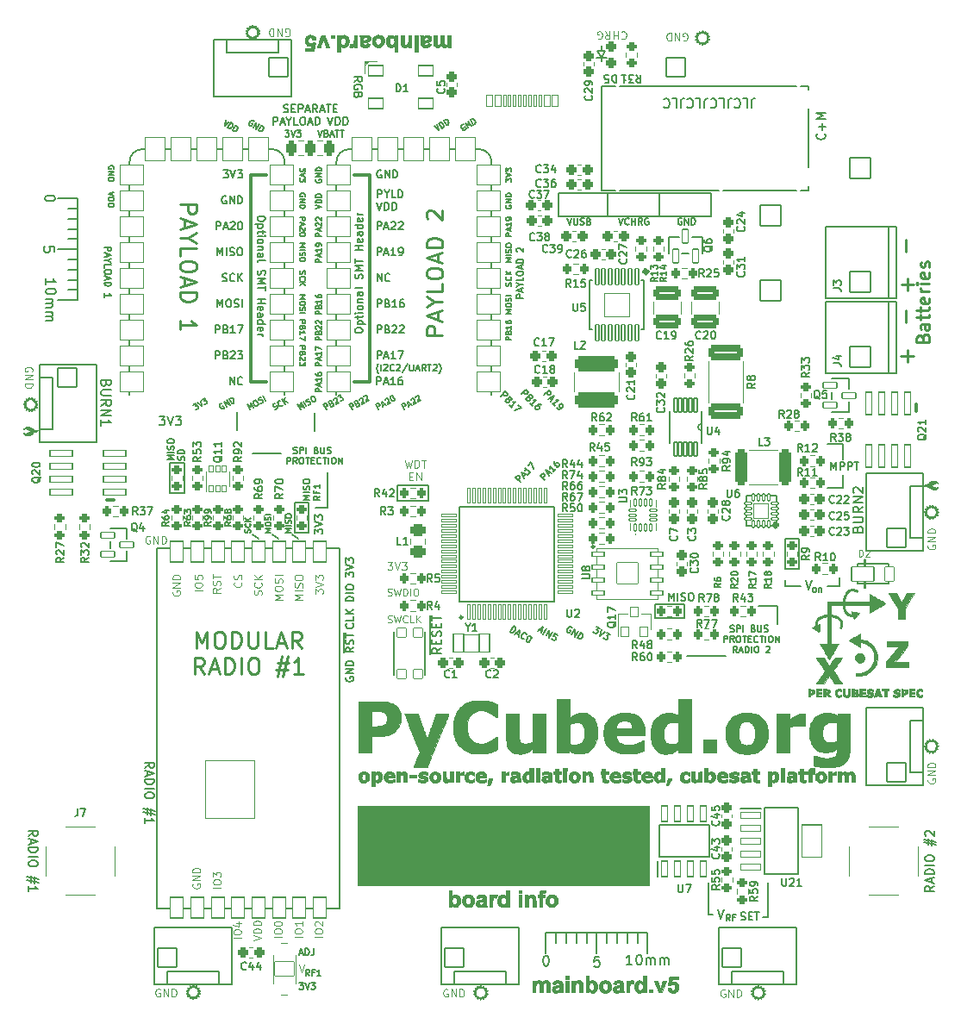
<source format=gbr>
%TF.GenerationSoftware,KiCad,Pcbnew,7.0.9*%
%TF.CreationDate,2024-01-23T11:42:20+00:00*%
%TF.ProjectId,mainboard,6d61696e-626f-4617-9264-2e6b69636164,rev?*%
%TF.SameCoordinates,Original*%
%TF.FileFunction,Legend,Top*%
%TF.FilePolarity,Positive*%
%FSLAX46Y46*%
G04 Gerber Fmt 4.6, Leading zero omitted, Abs format (unit mm)*
G04 Created by KiCad (PCBNEW 7.0.9) date 2024-01-23 11:42:20*
%MOMM*%
%LPD*%
G01*
G04 APERTURE LIST*
G04 Aperture macros list*
%AMRoundRect*
0 Rectangle with rounded corners*
0 $1 Rounding radius*
0 $2 $3 $4 $5 $6 $7 $8 $9 X,Y pos of 4 corners*
0 Add a 4 corners polygon primitive as box body*
4,1,4,$2,$3,$4,$5,$6,$7,$8,$9,$2,$3,0*
0 Add four circle primitives for the rounded corners*
1,1,$1+$1,$2,$3*
1,1,$1+$1,$4,$5*
1,1,$1+$1,$6,$7*
1,1,$1+$1,$8,$9*
0 Add four rect primitives between the rounded corners*
20,1,$1+$1,$2,$3,$4,$5,0*
20,1,$1+$1,$4,$5,$6,$7,0*
20,1,$1+$1,$6,$7,$8,$9,0*
20,1,$1+$1,$8,$9,$2,$3,0*%
%AMFreePoly0*
4,1,39,0.785921,0.985921,0.800800,0.950000,0.800800,-0.950000,0.785921,-0.985921,0.750000,-1.000800,0.000000,-1.000800,-0.012322,-0.995696,-0.084376,-0.995696,-0.096533,-0.994220,-0.260380,-0.953835,-0.271831,-0.949492,-0.421253,-0.871070,-0.431332,-0.864113,-0.557645,-0.752210,-0.565766,-0.743043,-0.661627,-0.604163,-0.667318,-0.593320,-0.727158,-0.435535,-0.730089,-0.423644,-0.750615,-0.254600,
-0.750800,-0.251535,-0.750800,0.251535,-0.750615,0.254600,-0.730089,0.423644,-0.727158,0.435535,-0.667318,0.593320,-0.661627,0.604163,-0.565766,0.743043,-0.557645,0.752210,-0.431332,0.864113,-0.421253,0.871070,-0.271831,0.949492,-0.260380,0.953835,-0.096533,0.994220,-0.084376,0.995696,-0.012322,0.995696,0.000000,1.000800,0.750000,1.000800,0.785921,0.985921,0.785921,0.985921,
$1*%
%AMFreePoly1*
4,1,39,0.012322,0.995696,0.084376,0.995696,0.096533,0.994220,0.260380,0.953835,0.271831,0.949492,0.421253,0.871070,0.431332,0.864113,0.557645,0.752210,0.565766,0.743043,0.661627,0.604163,0.667318,0.593320,0.727158,0.435535,0.730089,0.423644,0.750615,0.254600,0.750800,0.251535,0.750800,-0.251535,0.750615,-0.254600,0.730089,-0.423644,0.727158,-0.435535,0.667318,-0.593320,
0.661627,-0.604163,0.565766,-0.743043,0.557645,-0.752210,0.431332,-0.864113,0.421253,-0.871070,0.271831,-0.949492,0.260380,-0.953835,0.096533,-0.994220,0.084376,-0.995696,0.012322,-0.995696,0.000000,-1.000800,-0.750000,-1.000800,-0.785921,-0.985921,-0.800800,-0.950000,-0.800800,0.950000,-0.785921,0.985921,-0.750000,1.000800,0.000000,1.000800,0.012322,0.995696,0.012322,0.995696,
$1*%
G04 Aperture macros list end*
%ADD10C,0.127000*%
%ADD11C,0.152400*%
%ADD12C,0.304800*%
%ADD13C,0.251460*%
%ADD14C,0.121920*%
%ADD15C,0.200000*%
%ADD16C,0.177800*%
%ADD17C,0.150000*%
%ADD18C,0.053200*%
%ADD19C,0.120000*%
%ADD20C,0.203200*%
%ADD21C,0.381000*%
%ADD22C,0.250000*%
%ADD23C,0.300000*%
%ADD24C,0.100000*%
%ADD25C,0.010000*%
%ADD26C,0.190500*%
%ADD27RoundRect,0.250800X0.200000X0.275000X-0.200000X0.275000X-0.200000X-0.275000X0.200000X-0.275000X0*%
%ADD28RoundRect,0.250800X-0.275000X0.200000X-0.275000X-0.200000X0.275000X-0.200000X0.275000X0.200000X0*%
%ADD29RoundRect,0.250800X-0.200000X-0.275000X0.200000X-0.275000X0.200000X0.275000X-0.200000X0.275000X0*%
%ADD30RoundRect,0.250800X0.275000X-0.200000X0.275000X0.200000X-0.275000X0.200000X-0.275000X-0.200000X0*%
%ADD31C,1.901600*%
%ADD32C,1.509600*%
%ADD33RoundRect,0.063500X-0.450000X-0.700000X0.450000X-0.700000X0.450000X0.700000X-0.450000X0.700000X0*%
%ADD34RoundRect,0.063500X-1.100000X-0.700000X1.100000X-0.700000X1.100000X0.700000X-1.100000X0.700000X0*%
%ADD35RoundRect,0.063500X-0.939800X0.939800X-0.939800X-0.939800X0.939800X-0.939800X0.939800X0.939800X0*%
%ADD36C,2.006600*%
%ADD37RoundRect,0.063500X0.939800X-0.939800X0.939800X0.939800X-0.939800X0.939800X-0.939800X-0.939800X0*%
%ADD38RoundRect,0.063500X-0.939800X-0.939800X0.939800X-0.939800X0.939800X0.939800X-0.939800X0.939800X0*%
%ADD39RoundRect,0.063500X0.939800X0.939800X-0.939800X0.939800X-0.939800X-0.939800X0.939800X-0.939800X0*%
%ADD40RoundRect,0.063500X1.016000X-1.016000X1.016000X1.016000X-1.016000X1.016000X-1.016000X-1.016000X0*%
%ADD41C,2.159000*%
%ADD42RoundRect,0.269550X-0.218750X-0.256250X0.218750X-0.256250X0.218750X0.256250X-0.218750X0.256250X0*%
%ADD43RoundRect,0.269550X-0.256250X0.218750X-0.256250X-0.218750X0.256250X-0.218750X0.256250X0.218750X0*%
%ADD44RoundRect,0.063500X-0.152400X0.800100X-0.152400X-0.800100X0.152400X-0.800100X0.152400X0.800100X0*%
%ADD45RoundRect,0.063500X-1.230000X1.155000X-1.230000X-1.155000X1.230000X-1.155000X1.230000X1.155000X0*%
%ADD46RoundRect,0.269550X0.256250X-0.218750X0.256250X0.218750X-0.256250X0.218750X-0.256250X-0.218750X0*%
%ADD47RoundRect,0.269550X0.218750X0.256250X-0.218750X0.256250X-0.218750X-0.256250X0.218750X-0.256250X0*%
%ADD48RoundRect,0.063500X-0.660400X0.279400X-0.660400X-0.279400X0.660400X-0.279400X0.660400X0.279400X0*%
%ADD49RoundRect,0.050800X0.150000X0.737500X-0.150000X0.737500X-0.150000X-0.737500X0.150000X-0.737500X0*%
%ADD50RoundRect,0.050800X0.737500X-0.150000X0.737500X0.150000X-0.737500X0.150000X-0.737500X-0.150000X0*%
%ADD51RoundRect,0.050800X1.104900X-0.304800X1.104900X0.304800X-1.104900X0.304800X-1.104900X-0.304800X0*%
%ADD52RoundRect,0.050800X0.304800X1.104900X-0.304800X1.104900X-0.304800X-1.104900X0.304800X-1.104900X0*%
%ADD53RoundRect,0.300800X-0.312500X-1.450000X0.312500X-1.450000X0.312500X1.450000X-0.312500X1.450000X0*%
%ADD54RoundRect,0.063500X1.143000X0.990600X-1.143000X0.990600X-1.143000X-0.990600X1.143000X-0.990600X0*%
%ADD55RoundRect,0.063500X0.990600X-1.143000X0.990600X1.143000X-0.990600X1.143000X-0.990600X-1.143000X0*%
%ADD56O,1.801600X1.801600*%
%ADD57RoundRect,0.063500X-0.600000X-0.225000X0.600000X-0.225000X0.600000X0.225000X-0.600000X0.225000X0*%
%ADD58RoundRect,0.063500X1.050000X-1.050000X1.050000X1.050000X-1.050000X1.050000X-1.050000X-1.050000X0*%
%ADD59RoundRect,0.063500X-0.350000X0.125000X-0.350000X-0.125000X0.350000X-0.125000X0.350000X0.125000X0*%
%ADD60RoundRect,0.063500X0.125000X0.350000X-0.125000X0.350000X-0.125000X-0.350000X0.125000X-0.350000X0*%
%ADD61RoundRect,0.063500X0.350000X-0.125000X0.350000X0.125000X-0.350000X0.125000X-0.350000X-0.125000X0*%
%ADD62RoundRect,0.063500X-0.125000X-0.350000X0.125000X-0.350000X0.125000X0.350000X-0.125000X0.350000X0*%
%ADD63RoundRect,0.063500X0.725000X-0.725000X0.725000X0.725000X-0.725000X0.725000X-0.725000X-0.725000X0*%
%ADD64C,5.701600*%
%ADD65C,2.000000*%
%ADD66C,0.751600*%
%ADD67RoundRect,0.050800X0.300000X0.575000X-0.300000X0.575000X-0.300000X-0.575000X0.300000X-0.575000X0*%
%ADD68RoundRect,0.050800X0.150000X0.575000X-0.150000X0.575000X-0.150000X-0.575000X0.150000X-0.575000X0*%
%ADD69O,1.101600X2.201600*%
%ADD70O,1.101600X1.701600*%
%ADD71C,2.133600*%
%ADD72C,2.151600*%
%ADD73C,2.351600*%
%ADD74RoundRect,0.050800X0.750000X0.500000X-0.750000X0.500000X-0.750000X-0.500000X0.750000X-0.500000X0*%
%ADD75RoundRect,0.050800X-0.125000X-0.337500X0.125000X-0.337500X0.125000X0.337500X-0.125000X0.337500X0*%
%ADD76RoundRect,0.050800X-0.337500X0.125000X-0.337500X-0.125000X0.337500X-0.125000X0.337500X0.125000X0*%
%ADD77RoundRect,0.300800X-0.450000X0.325000X-0.450000X-0.325000X0.450000X-0.325000X0.450000X0.325000X0*%
%ADD78RoundRect,0.294550X-0.243750X-0.456250X0.243750X-0.456250X0.243750X0.456250X-0.243750X0.456250X0*%
%ADD79RoundRect,0.050800X0.500000X0.900000X-0.500000X0.900000X-0.500000X-0.900000X0.500000X-0.900000X0*%
%ADD80RoundRect,0.300800X-1.425000X0.425000X-1.425000X-0.425000X1.425000X-0.425000X1.425000X0.425000X0*%
%ADD81RoundRect,0.383800X-1.767000X0.417000X-1.767000X-0.417000X1.767000X-0.417000X1.767000X0.417000X0*%
%ADD82RoundRect,0.063500X-0.279400X-0.660400X0.279400X-0.660400X0.279400X0.660400X-0.279400X0.660400X0*%
%ADD83RoundRect,0.300800X1.075000X-0.375000X1.075000X0.375000X-1.075000X0.375000X-1.075000X-0.375000X0*%
%ADD84RoundRect,0.050800X-0.165100X0.675000X-0.165100X-0.675000X0.165100X-0.675000X0.165100X0.675000X0*%
%ADD85RoundRect,0.063500X-0.650000X1.000000X-0.650000X-1.000000X0.650000X-1.000000X0.650000X1.000000X0*%
%ADD86RoundRect,0.063500X-2.400000X2.849999X-2.400000X-2.849999X2.400000X-2.849999X2.400000X2.849999X0*%
%ADD87RoundRect,0.050800X0.450000X-0.450000X0.450000X0.450000X-0.450000X0.450000X-0.450000X-0.450000X0*%
%ADD88RoundRect,0.050800X0.200000X-0.325000X0.200000X0.325000X-0.200000X0.325000X-0.200000X-0.325000X0*%
%ADD89RoundRect,0.050800X0.400000X-0.450000X0.400000X0.450000X-0.400000X0.450000X-0.400000X-0.450000X0*%
%ADD90RoundRect,0.050800X1.000000X-0.325000X1.000000X0.325000X-1.000000X0.325000X-1.000000X-0.325000X0*%
%ADD91RoundRect,0.050800X-1.000000X-1.600000X1.000000X-1.600000X1.000000X1.600000X-1.000000X1.600000X0*%
%ADD92FreePoly0,270.000000*%
%ADD93RoundRect,0.050800X-0.950000X0.700000X-0.950000X-0.700000X0.950000X-0.700000X0.950000X0.700000X0*%
%ADD94FreePoly1,270.000000*%
%ADD95RoundRect,0.050800X0.325000X0.762500X-0.325000X0.762500X-0.325000X-0.762500X0.325000X-0.762500X0*%
%ADD96RoundRect,0.063500X-1.016000X1.016000X-1.016000X-1.016000X1.016000X-1.016000X1.016000X1.016000X0*%
%ADD97C,1.501600*%
G04 APERTURE END LIST*
D10*
X67779900Y79286100D02*
X52793900Y79286100D01*
X75018900Y45313600D02*
X75018900Y42392600D01*
X76415900Y45313600D02*
X76415900Y42392600D01*
X76415900Y45313600D02*
X75018900Y45313600D01*
X76415900Y42392600D02*
X75018900Y42392600D01*
D11*
X21170900Y55981600D02*
X21170900Y57759600D01*
X28790900Y55918100D02*
X28790900Y57696100D01*
D10*
X80352900Y41503600D02*
X80352900Y40678100D01*
X62699900Y77000100D02*
X62699900Y79286100D01*
X57619900Y77000100D02*
X57619900Y79286100D01*
X67906900Y8420100D02*
X67525900Y8420100D01*
X15991500Y52781200D02*
X14594500Y52781200D01*
X15991500Y52781200D02*
X15991500Y49860200D01*
X14594500Y52781200D02*
X14594500Y49860200D01*
X15991500Y49860200D02*
X14594500Y49860200D01*
X28219400Y45948600D02*
X26822400Y45948600D01*
X28219400Y48869600D02*
X28219400Y45948600D01*
X26822400Y45948600D02*
X26822400Y48869600D01*
X28219400Y48869600D02*
X26822400Y48869600D01*
X62204600Y38925500D02*
X62204600Y37528500D01*
X62204600Y37528500D02*
X65125600Y37528500D01*
X62204600Y38925500D02*
X65125600Y38925500D01*
X65125600Y38925500D02*
X65125600Y37528500D01*
X65366900Y33820100D02*
X69176900Y33820100D01*
X74256900Y38709600D02*
X74256900Y36931600D01*
X23279100Y45351700D02*
X22720300Y45783500D01*
X25209500Y45351700D02*
X24650700Y45783500D01*
X27190700Y45351700D02*
X26631900Y45783500D01*
D12*
X32727900Y81076800D02*
X34251900Y81076800D01*
X32727900Y60756800D02*
X34251900Y60756800D01*
X34251900Y81076800D02*
X34251900Y60756800D01*
X22562820Y81064100D02*
X22562820Y60744100D01*
X22562820Y60744100D02*
X24086820Y60744100D01*
X22562820Y81064100D02*
X24086820Y81064100D01*
D10*
X22694900Y53759100D02*
X25488900Y53759100D01*
X30060900Y48425100D02*
X30060900Y51854100D01*
X30060900Y48425100D02*
X28917900Y48425100D01*
X72859900Y8166100D02*
X73367900Y8166100D01*
X73367900Y8166100D02*
X73367900Y11595100D01*
X67525900Y11595100D02*
X67525900Y8420100D01*
X39966900Y49060100D02*
X36918900Y49060100D01*
X80733900Y50330100D02*
X80733900Y51600100D01*
X52793900Y77000100D02*
X67779900Y77000100D01*
X75018900Y41249600D02*
X75018900Y40678100D01*
X52793900Y79286100D02*
X52793900Y77000100D01*
X75018900Y40678100D02*
X76542900Y40678100D01*
X79209900Y54648100D02*
X80733900Y54648100D01*
X36918900Y49060100D02*
X36918900Y50584100D01*
X72415400Y38709600D02*
X74256900Y38709600D01*
X79209900Y50330100D02*
X80733900Y50330100D01*
X79146400Y40678100D02*
X80352900Y40678100D01*
X67779900Y77000100D02*
X67779900Y79286100D01*
X36918900Y50584100D02*
X39966900Y50584100D01*
X39966900Y50584100D02*
X39966900Y49060100D01*
X80733900Y54648100D02*
X80733900Y53124100D01*
D13*
X88536162Y65064249D02*
X88596638Y65245677D01*
X88596638Y65245677D02*
X88657114Y65306154D01*
X88657114Y65306154D02*
X88778066Y65366630D01*
X88778066Y65366630D02*
X88959495Y65366630D01*
X88959495Y65366630D02*
X89080447Y65306154D01*
X89080447Y65306154D02*
X89140924Y65245677D01*
X89140924Y65245677D02*
X89201400Y65124725D01*
X89201400Y65124725D02*
X89201400Y64640915D01*
X89201400Y64640915D02*
X87931400Y64640915D01*
X87931400Y64640915D02*
X87931400Y65064249D01*
X87931400Y65064249D02*
X87991876Y65185201D01*
X87991876Y65185201D02*
X88052352Y65245677D01*
X88052352Y65245677D02*
X88173304Y65306154D01*
X88173304Y65306154D02*
X88294257Y65306154D01*
X88294257Y65306154D02*
X88415209Y65245677D01*
X88415209Y65245677D02*
X88475685Y65185201D01*
X88475685Y65185201D02*
X88536162Y65064249D01*
X88536162Y65064249D02*
X88536162Y64640915D01*
X89201400Y66455201D02*
X88536162Y66455201D01*
X88536162Y66455201D02*
X88415209Y66394725D01*
X88415209Y66394725D02*
X88354733Y66273773D01*
X88354733Y66273773D02*
X88354733Y66031868D01*
X88354733Y66031868D02*
X88415209Y65910915D01*
X89140924Y66455201D02*
X89201400Y66334249D01*
X89201400Y66334249D02*
X89201400Y66031868D01*
X89201400Y66031868D02*
X89140924Y65910915D01*
X89140924Y65910915D02*
X89019971Y65850439D01*
X89019971Y65850439D02*
X88899019Y65850439D01*
X88899019Y65850439D02*
X88778066Y65910915D01*
X88778066Y65910915D02*
X88717590Y66031868D01*
X88717590Y66031868D02*
X88717590Y66334249D01*
X88717590Y66334249D02*
X88657114Y66455201D01*
X88354733Y66878535D02*
X88354733Y67362344D01*
X87931400Y67059963D02*
X89019971Y67059963D01*
X89019971Y67059963D02*
X89140924Y67120440D01*
X89140924Y67120440D02*
X89201400Y67241392D01*
X89201400Y67241392D02*
X89201400Y67362344D01*
X88354733Y67604249D02*
X88354733Y68088058D01*
X87931400Y67785677D02*
X89019971Y67785677D01*
X89019971Y67785677D02*
X89140924Y67846154D01*
X89140924Y67846154D02*
X89201400Y67967106D01*
X89201400Y67967106D02*
X89201400Y68088058D01*
X89140924Y68995201D02*
X89201400Y68874249D01*
X89201400Y68874249D02*
X89201400Y68632344D01*
X89201400Y68632344D02*
X89140924Y68511391D01*
X89140924Y68511391D02*
X89019971Y68450915D01*
X89019971Y68450915D02*
X88536162Y68450915D01*
X88536162Y68450915D02*
X88415209Y68511391D01*
X88415209Y68511391D02*
X88354733Y68632344D01*
X88354733Y68632344D02*
X88354733Y68874249D01*
X88354733Y68874249D02*
X88415209Y68995201D01*
X88415209Y68995201D02*
X88536162Y69055677D01*
X88536162Y69055677D02*
X88657114Y69055677D01*
X88657114Y69055677D02*
X88778066Y68450915D01*
X89201400Y69599962D02*
X88354733Y69599962D01*
X88596638Y69599962D02*
X88475685Y69660439D01*
X88475685Y69660439D02*
X88415209Y69720915D01*
X88415209Y69720915D02*
X88354733Y69841867D01*
X88354733Y69841867D02*
X88354733Y69962820D01*
X89201400Y70386152D02*
X88354733Y70386152D01*
X87931400Y70386152D02*
X87991876Y70325676D01*
X87991876Y70325676D02*
X88052352Y70386152D01*
X88052352Y70386152D02*
X87991876Y70446629D01*
X87991876Y70446629D02*
X87931400Y70386152D01*
X87931400Y70386152D02*
X88052352Y70386152D01*
X89140924Y71474724D02*
X89201400Y71353772D01*
X89201400Y71353772D02*
X89201400Y71111867D01*
X89201400Y71111867D02*
X89140924Y70990914D01*
X89140924Y70990914D02*
X89019971Y70930438D01*
X89019971Y70930438D02*
X88536162Y70930438D01*
X88536162Y70930438D02*
X88415209Y70990914D01*
X88415209Y70990914D02*
X88354733Y71111867D01*
X88354733Y71111867D02*
X88354733Y71353772D01*
X88354733Y71353772D02*
X88415209Y71474724D01*
X88415209Y71474724D02*
X88536162Y71535200D01*
X88536162Y71535200D02*
X88657114Y71535200D01*
X88657114Y71535200D02*
X88778066Y70930438D01*
X89140924Y72019009D02*
X89201400Y72139962D01*
X89201400Y72139962D02*
X89201400Y72381866D01*
X89201400Y72381866D02*
X89140924Y72502819D01*
X89140924Y72502819D02*
X89019971Y72563295D01*
X89019971Y72563295D02*
X88959495Y72563295D01*
X88959495Y72563295D02*
X88838543Y72502819D01*
X88838543Y72502819D02*
X88778066Y72381866D01*
X88778066Y72381866D02*
X88778066Y72200438D01*
X88778066Y72200438D02*
X88717590Y72079485D01*
X88717590Y72079485D02*
X88596638Y72019009D01*
X88596638Y72019009D02*
X88536162Y72019009D01*
X88536162Y72019009D02*
X88415209Y72079485D01*
X88415209Y72079485D02*
X88354733Y72200438D01*
X88354733Y72200438D02*
X88354733Y72381866D01*
X88354733Y72381866D02*
X88415209Y72502819D01*
D14*
X35984525Y37122344D02*
X36086125Y37088478D01*
X36086125Y37088478D02*
X36255459Y37088478D01*
X36255459Y37088478D02*
X36323192Y37122344D01*
X36323192Y37122344D02*
X36357059Y37156211D01*
X36357059Y37156211D02*
X36390925Y37223944D01*
X36390925Y37223944D02*
X36390925Y37291678D01*
X36390925Y37291678D02*
X36357059Y37359411D01*
X36357059Y37359411D02*
X36323192Y37393278D01*
X36323192Y37393278D02*
X36255459Y37427144D01*
X36255459Y37427144D02*
X36119992Y37461011D01*
X36119992Y37461011D02*
X36052259Y37494878D01*
X36052259Y37494878D02*
X36018392Y37528744D01*
X36018392Y37528744D02*
X35984525Y37596478D01*
X35984525Y37596478D02*
X35984525Y37664211D01*
X35984525Y37664211D02*
X36018392Y37731944D01*
X36018392Y37731944D02*
X36052259Y37765811D01*
X36052259Y37765811D02*
X36119992Y37799678D01*
X36119992Y37799678D02*
X36289325Y37799678D01*
X36289325Y37799678D02*
X36390925Y37765811D01*
X36627992Y37799678D02*
X36797325Y37088478D01*
X36797325Y37088478D02*
X36932792Y37596478D01*
X36932792Y37596478D02*
X37068258Y37088478D01*
X37068258Y37088478D02*
X37237592Y37799678D01*
X37914925Y37156211D02*
X37881058Y37122344D01*
X37881058Y37122344D02*
X37779458Y37088478D01*
X37779458Y37088478D02*
X37711725Y37088478D01*
X37711725Y37088478D02*
X37610125Y37122344D01*
X37610125Y37122344D02*
X37542392Y37190078D01*
X37542392Y37190078D02*
X37508525Y37257811D01*
X37508525Y37257811D02*
X37474658Y37393278D01*
X37474658Y37393278D02*
X37474658Y37494878D01*
X37474658Y37494878D02*
X37508525Y37630344D01*
X37508525Y37630344D02*
X37542392Y37698078D01*
X37542392Y37698078D02*
X37610125Y37765811D01*
X37610125Y37765811D02*
X37711725Y37799678D01*
X37711725Y37799678D02*
X37779458Y37799678D01*
X37779458Y37799678D02*
X37881058Y37765811D01*
X37881058Y37765811D02*
X37914925Y37731944D01*
X38558392Y37088478D02*
X38219725Y37088478D01*
X38219725Y37088478D02*
X38219725Y37799678D01*
X38795458Y37088478D02*
X38795458Y37799678D01*
X39201858Y37088478D02*
X38897058Y37494878D01*
X39201858Y37799678D02*
X38795458Y37393278D01*
X35959367Y43037303D02*
X36437371Y43037303D01*
X36437371Y43037303D02*
X36179984Y42743147D01*
X36179984Y42743147D02*
X36290293Y42743147D01*
X36290293Y42743147D02*
X36363832Y42706377D01*
X36363832Y42706377D02*
X36400601Y42669608D01*
X36400601Y42669608D02*
X36437371Y42596069D01*
X36437371Y42596069D02*
X36437371Y42412221D01*
X36437371Y42412221D02*
X36400601Y42338682D01*
X36400601Y42338682D02*
X36363832Y42301912D01*
X36363832Y42301912D02*
X36290293Y42265143D01*
X36290293Y42265143D02*
X36069676Y42265143D01*
X36069676Y42265143D02*
X35996137Y42301912D01*
X35996137Y42301912D02*
X35959367Y42338682D01*
X36657988Y43037303D02*
X36915374Y42265143D01*
X36915374Y42265143D02*
X37172761Y43037303D01*
X37356608Y43037303D02*
X37834612Y43037303D01*
X37834612Y43037303D02*
X37577225Y42743147D01*
X37577225Y42743147D02*
X37687534Y42743147D01*
X37687534Y42743147D02*
X37761073Y42706377D01*
X37761073Y42706377D02*
X37797842Y42669608D01*
X37797842Y42669608D02*
X37834612Y42596069D01*
X37834612Y42596069D02*
X37834612Y42412221D01*
X37834612Y42412221D02*
X37797842Y42338682D01*
X37797842Y42338682D02*
X37761073Y42301912D01*
X37761073Y42301912D02*
X37687534Y42265143D01*
X37687534Y42265143D02*
X37466917Y42265143D01*
X37466917Y42265143D02*
X37393378Y42301912D01*
X37393378Y42301912D02*
X37356608Y42338682D01*
X35984524Y39789344D02*
X36086124Y39755478D01*
X36086124Y39755478D02*
X36255458Y39755478D01*
X36255458Y39755478D02*
X36323191Y39789344D01*
X36323191Y39789344D02*
X36357058Y39823211D01*
X36357058Y39823211D02*
X36390924Y39890944D01*
X36390924Y39890944D02*
X36390924Y39958678D01*
X36390924Y39958678D02*
X36357058Y40026411D01*
X36357058Y40026411D02*
X36323191Y40060278D01*
X36323191Y40060278D02*
X36255458Y40094144D01*
X36255458Y40094144D02*
X36119991Y40128011D01*
X36119991Y40128011D02*
X36052258Y40161878D01*
X36052258Y40161878D02*
X36018391Y40195744D01*
X36018391Y40195744D02*
X35984524Y40263478D01*
X35984524Y40263478D02*
X35984524Y40331211D01*
X35984524Y40331211D02*
X36018391Y40398944D01*
X36018391Y40398944D02*
X36052258Y40432811D01*
X36052258Y40432811D02*
X36119991Y40466678D01*
X36119991Y40466678D02*
X36289324Y40466678D01*
X36289324Y40466678D02*
X36390924Y40432811D01*
X36627991Y40466678D02*
X36797324Y39755478D01*
X36797324Y39755478D02*
X36932791Y40263478D01*
X36932791Y40263478D02*
X37068257Y39755478D01*
X37068257Y39755478D02*
X37237591Y40466678D01*
X37508524Y39755478D02*
X37508524Y40466678D01*
X37508524Y40466678D02*
X37677857Y40466678D01*
X37677857Y40466678D02*
X37779457Y40432811D01*
X37779457Y40432811D02*
X37847191Y40365078D01*
X37847191Y40365078D02*
X37881057Y40297344D01*
X37881057Y40297344D02*
X37914924Y40161878D01*
X37914924Y40161878D02*
X37914924Y40060278D01*
X37914924Y40060278D02*
X37881057Y39924811D01*
X37881057Y39924811D02*
X37847191Y39857078D01*
X37847191Y39857078D02*
X37779457Y39789344D01*
X37779457Y39789344D02*
X37677857Y39755478D01*
X37677857Y39755478D02*
X37508524Y39755478D01*
X38219724Y39755478D02*
X38219724Y40466678D01*
X38693858Y40466678D02*
X38829324Y40466678D01*
X38829324Y40466678D02*
X38897058Y40432811D01*
X38897058Y40432811D02*
X38964791Y40365078D01*
X38964791Y40365078D02*
X38998658Y40229611D01*
X38998658Y40229611D02*
X38998658Y39992544D01*
X38998658Y39992544D02*
X38964791Y39857078D01*
X38964791Y39857078D02*
X38897058Y39789344D01*
X38897058Y39789344D02*
X38829324Y39755478D01*
X38829324Y39755478D02*
X38693858Y39755478D01*
X38693858Y39755478D02*
X38626124Y39789344D01*
X38626124Y39789344D02*
X38558391Y39857078D01*
X38558391Y39857078D02*
X38524524Y39992544D01*
X38524524Y39992544D02*
X38524524Y40229611D01*
X38524524Y40229611D02*
X38558391Y40365078D01*
X38558391Y40365078D02*
X38626124Y40432811D01*
X38626124Y40432811D02*
X38693858Y40466678D01*
D13*
X86456619Y70316009D02*
X87670014Y70316009D01*
X87063316Y69709312D02*
X87063316Y70922707D01*
X86853426Y66597320D02*
X86853426Y67810714D01*
X86405819Y63314078D02*
X87619214Y63314078D01*
X87012516Y62707381D02*
X87012516Y63920776D01*
X86904226Y73534220D02*
X86904226Y74747614D01*
D10*
X31902327Y31740834D02*
X31866041Y31668262D01*
X31866041Y31668262D02*
X31866041Y31559405D01*
X31866041Y31559405D02*
X31902327Y31450548D01*
X31902327Y31450548D02*
X31974898Y31377977D01*
X31974898Y31377977D02*
X32047470Y31341691D01*
X32047470Y31341691D02*
X32192613Y31305405D01*
X32192613Y31305405D02*
X32301470Y31305405D01*
X32301470Y31305405D02*
X32446613Y31341691D01*
X32446613Y31341691D02*
X32519184Y31377977D01*
X32519184Y31377977D02*
X32591756Y31450548D01*
X32591756Y31450548D02*
X32628041Y31559405D01*
X32628041Y31559405D02*
X32628041Y31631977D01*
X32628041Y31631977D02*
X32591756Y31740834D01*
X32591756Y31740834D02*
X32555470Y31777120D01*
X32555470Y31777120D02*
X32301470Y31777120D01*
X32301470Y31777120D02*
X32301470Y31631977D01*
X32628041Y32103691D02*
X31866041Y32103691D01*
X31866041Y32103691D02*
X32628041Y32539120D01*
X32628041Y32539120D02*
X31866041Y32539120D01*
X32628041Y32901977D02*
X31866041Y32901977D01*
X31866041Y32901977D02*
X31866041Y33083406D01*
X31866041Y33083406D02*
X31902327Y33192263D01*
X31902327Y33192263D02*
X31974898Y33264834D01*
X31974898Y33264834D02*
X32047470Y33301120D01*
X32047470Y33301120D02*
X32192613Y33337406D01*
X32192613Y33337406D02*
X32301470Y33337406D01*
X32301470Y33337406D02*
X32446613Y33301120D01*
X32446613Y33301120D02*
X32519184Y33264834D01*
X32519184Y33264834D02*
X32591756Y33192263D01*
X32591756Y33192263D02*
X32628041Y33083406D01*
X32628041Y33083406D02*
X32628041Y32901977D01*
D11*
X82159671Y46282906D02*
X82205633Y46420792D01*
X82205633Y46420792D02*
X82251595Y46466754D01*
X82251595Y46466754D02*
X82343519Y46512716D01*
X82343519Y46512716D02*
X82481405Y46512716D01*
X82481405Y46512716D02*
X82573329Y46466754D01*
X82573329Y46466754D02*
X82619291Y46420792D01*
X82619291Y46420792D02*
X82665252Y46328868D01*
X82665252Y46328868D02*
X82665252Y45961173D01*
X82665252Y45961173D02*
X81700052Y45961173D01*
X81700052Y45961173D02*
X81700052Y46282906D01*
X81700052Y46282906D02*
X81746014Y46374830D01*
X81746014Y46374830D02*
X81791976Y46420792D01*
X81791976Y46420792D02*
X81883900Y46466754D01*
X81883900Y46466754D02*
X81975824Y46466754D01*
X81975824Y46466754D02*
X82067748Y46420792D01*
X82067748Y46420792D02*
X82113710Y46374830D01*
X82113710Y46374830D02*
X82159671Y46282906D01*
X82159671Y46282906D02*
X82159671Y45961173D01*
X81700052Y46926373D02*
X82481405Y46926373D01*
X82481405Y46926373D02*
X82573329Y46972335D01*
X82573329Y46972335D02*
X82619291Y47018297D01*
X82619291Y47018297D02*
X82665252Y47110221D01*
X82665252Y47110221D02*
X82665252Y47294068D01*
X82665252Y47294068D02*
X82619291Y47385992D01*
X82619291Y47385992D02*
X82573329Y47431954D01*
X82573329Y47431954D02*
X82481405Y47477916D01*
X82481405Y47477916D02*
X81700052Y47477916D01*
X82665252Y48489078D02*
X82205633Y48167345D01*
X82665252Y47937535D02*
X81700052Y47937535D01*
X81700052Y47937535D02*
X81700052Y48305230D01*
X81700052Y48305230D02*
X81746014Y48397154D01*
X81746014Y48397154D02*
X81791976Y48443116D01*
X81791976Y48443116D02*
X81883900Y48489078D01*
X81883900Y48489078D02*
X82021786Y48489078D01*
X82021786Y48489078D02*
X82113710Y48443116D01*
X82113710Y48443116D02*
X82159671Y48397154D01*
X82159671Y48397154D02*
X82205633Y48305230D01*
X82205633Y48305230D02*
X82205633Y47937535D01*
X82665252Y48902735D02*
X81700052Y48902735D01*
X81700052Y48902735D02*
X82665252Y49454278D01*
X82665252Y49454278D02*
X81700052Y49454278D01*
X81791976Y49867935D02*
X81746014Y49913897D01*
X81746014Y49913897D02*
X81700052Y50005821D01*
X81700052Y50005821D02*
X81700052Y50235630D01*
X81700052Y50235630D02*
X81746014Y50327554D01*
X81746014Y50327554D02*
X81791976Y50373516D01*
X81791976Y50373516D02*
X81883900Y50419478D01*
X81883900Y50419478D02*
X81975824Y50419478D01*
X81975824Y50419478D02*
X82113710Y50373516D01*
X82113710Y50373516D02*
X82665252Y49821973D01*
X82665252Y49821973D02*
X82665252Y50419478D01*
D15*
X78909517Y85113205D02*
X78951851Y85070872D01*
X78951851Y85070872D02*
X78994184Y84943872D01*
X78994184Y84943872D02*
X78994184Y84859205D01*
X78994184Y84859205D02*
X78951851Y84732205D01*
X78951851Y84732205D02*
X78867184Y84647538D01*
X78867184Y84647538D02*
X78782517Y84605205D01*
X78782517Y84605205D02*
X78613184Y84562872D01*
X78613184Y84562872D02*
X78486184Y84562872D01*
X78486184Y84562872D02*
X78316851Y84605205D01*
X78316851Y84605205D02*
X78232184Y84647538D01*
X78232184Y84647538D02*
X78147517Y84732205D01*
X78147517Y84732205D02*
X78105184Y84859205D01*
X78105184Y84859205D02*
X78105184Y84943872D01*
X78105184Y84943872D02*
X78147517Y85070872D01*
X78147517Y85070872D02*
X78189851Y85113205D01*
X78655517Y85494205D02*
X78655517Y86171538D01*
X78994184Y85832872D02*
X78316851Y85832872D01*
X78994184Y86594872D02*
X78105184Y86594872D01*
X78105184Y86594872D02*
X78740184Y86891205D01*
X78740184Y86891205D02*
X78105184Y87187539D01*
X78105184Y87187539D02*
X78994184Y87187539D01*
D11*
X8340528Y60600295D02*
X8294566Y60462409D01*
X8294566Y60462409D02*
X8248604Y60416447D01*
X8248604Y60416447D02*
X8156680Y60370485D01*
X8156680Y60370485D02*
X8018794Y60370485D01*
X8018794Y60370485D02*
X7926870Y60416447D01*
X7926870Y60416447D02*
X7880909Y60462409D01*
X7880909Y60462409D02*
X7834947Y60554333D01*
X7834947Y60554333D02*
X7834947Y60922028D01*
X7834947Y60922028D02*
X8800147Y60922028D01*
X8800147Y60922028D02*
X8800147Y60600295D01*
X8800147Y60600295D02*
X8754185Y60508371D01*
X8754185Y60508371D02*
X8708223Y60462409D01*
X8708223Y60462409D02*
X8616299Y60416447D01*
X8616299Y60416447D02*
X8524375Y60416447D01*
X8524375Y60416447D02*
X8432451Y60462409D01*
X8432451Y60462409D02*
X8386489Y60508371D01*
X8386489Y60508371D02*
X8340528Y60600295D01*
X8340528Y60600295D02*
X8340528Y60922028D01*
X8800147Y59956828D02*
X8018794Y59956828D01*
X8018794Y59956828D02*
X7926870Y59910866D01*
X7926870Y59910866D02*
X7880909Y59864904D01*
X7880909Y59864904D02*
X7834947Y59772980D01*
X7834947Y59772980D02*
X7834947Y59589133D01*
X7834947Y59589133D02*
X7880909Y59497209D01*
X7880909Y59497209D02*
X7926870Y59451247D01*
X7926870Y59451247D02*
X8018794Y59405285D01*
X8018794Y59405285D02*
X8800147Y59405285D01*
X7834947Y58394123D02*
X8294566Y58715856D01*
X7834947Y58945666D02*
X8800147Y58945666D01*
X8800147Y58945666D02*
X8800147Y58577971D01*
X8800147Y58577971D02*
X8754185Y58486047D01*
X8754185Y58486047D02*
X8708223Y58440085D01*
X8708223Y58440085D02*
X8616299Y58394123D01*
X8616299Y58394123D02*
X8478413Y58394123D01*
X8478413Y58394123D02*
X8386489Y58440085D01*
X8386489Y58440085D02*
X8340528Y58486047D01*
X8340528Y58486047D02*
X8294566Y58577971D01*
X8294566Y58577971D02*
X8294566Y58945666D01*
X7834947Y57980466D02*
X8800147Y57980466D01*
X8800147Y57980466D02*
X7834947Y57428923D01*
X7834947Y57428923D02*
X8800147Y57428923D01*
X7834947Y56463723D02*
X7834947Y57015266D01*
X7834947Y56739494D02*
X8800147Y56739494D01*
X8800147Y56739494D02*
X8662261Y56831418D01*
X8662261Y56831418D02*
X8570337Y56923342D01*
X8570337Y56923342D02*
X8524375Y57015266D01*
D13*
X15578558Y78161788D02*
X17171138Y78161788D01*
X17171138Y78161788D02*
X17171138Y77555091D01*
X17171138Y77555091D02*
X17095301Y77403416D01*
X17095301Y77403416D02*
X17019464Y77327579D01*
X17019464Y77327579D02*
X16867790Y77251742D01*
X16867790Y77251742D02*
X16640278Y77251742D01*
X16640278Y77251742D02*
X16488604Y77327579D01*
X16488604Y77327579D02*
X16412767Y77403416D01*
X16412767Y77403416D02*
X16336930Y77555091D01*
X16336930Y77555091D02*
X16336930Y78161788D01*
X16033581Y76645045D02*
X16033581Y75886673D01*
X15578558Y76796719D02*
X17171138Y76265859D01*
X17171138Y76265859D02*
X15578558Y75734999D01*
X16336930Y74900790D02*
X15578558Y74900790D01*
X17171138Y75431650D02*
X16336930Y74900790D01*
X16336930Y74900790D02*
X17171138Y74369930D01*
X15578558Y73080698D02*
X15578558Y73839070D01*
X15578558Y73839070D02*
X17171138Y73839070D01*
X17171138Y72246490D02*
X17171138Y71943142D01*
X17171138Y71943142D02*
X17095301Y71791467D01*
X17095301Y71791467D02*
X16943627Y71639793D01*
X16943627Y71639793D02*
X16640278Y71563956D01*
X16640278Y71563956D02*
X16109418Y71563956D01*
X16109418Y71563956D02*
X15806070Y71639793D01*
X15806070Y71639793D02*
X15654396Y71791467D01*
X15654396Y71791467D02*
X15578558Y71943142D01*
X15578558Y71943142D02*
X15578558Y72246490D01*
X15578558Y72246490D02*
X15654396Y72398164D01*
X15654396Y72398164D02*
X15806070Y72549839D01*
X15806070Y72549839D02*
X16109418Y72625676D01*
X16109418Y72625676D02*
X16640278Y72625676D01*
X16640278Y72625676D02*
X16943627Y72549839D01*
X16943627Y72549839D02*
X17095301Y72398164D01*
X17095301Y72398164D02*
X17171138Y72246490D01*
X16033581Y70957259D02*
X16033581Y70198887D01*
X15578558Y71108933D02*
X17171138Y70578073D01*
X17171138Y70578073D02*
X15578558Y70047213D01*
X15578558Y69516353D02*
X17171138Y69516353D01*
X17171138Y69516353D02*
X17171138Y69137167D01*
X17171138Y69137167D02*
X17095301Y68909656D01*
X17095301Y68909656D02*
X16943627Y68757981D01*
X16943627Y68757981D02*
X16791953Y68682144D01*
X16791953Y68682144D02*
X16488604Y68606307D01*
X16488604Y68606307D02*
X16261093Y68606307D01*
X16261093Y68606307D02*
X15957744Y68682144D01*
X15957744Y68682144D02*
X15806070Y68757981D01*
X15806070Y68757981D02*
X15654396Y68909656D01*
X15654396Y68909656D02*
X15578558Y69137167D01*
X15578558Y69137167D02*
X15578558Y69516353D01*
X15578558Y65876170D02*
X15578558Y66786216D01*
X15578558Y66331193D02*
X17171138Y66331193D01*
X17171138Y66331193D02*
X16943627Y66482867D01*
X16943627Y66482867D02*
X16791953Y66634542D01*
X16791953Y66634542D02*
X16716116Y66786216D01*
D16*
X41245858Y34592128D02*
X40822525Y34295795D01*
X41245858Y34084128D02*
X40356858Y34084128D01*
X40356858Y34084128D02*
X40356858Y34422795D01*
X40356858Y34422795D02*
X40399191Y34507461D01*
X40399191Y34507461D02*
X40441525Y34549795D01*
X40441525Y34549795D02*
X40526191Y34592128D01*
X40526191Y34592128D02*
X40653191Y34592128D01*
X40653191Y34592128D02*
X40737858Y34549795D01*
X40737858Y34549795D02*
X40780191Y34507461D01*
X40780191Y34507461D02*
X40822525Y34422795D01*
X40822525Y34422795D02*
X40822525Y34084128D01*
X40780191Y34973128D02*
X40780191Y35269461D01*
X41245858Y35396461D02*
X41245858Y34973128D01*
X41245858Y34973128D02*
X40356858Y34973128D01*
X40356858Y34973128D02*
X40356858Y35396461D01*
X41203525Y35735128D02*
X41245858Y35862128D01*
X41245858Y35862128D02*
X41245858Y36073794D01*
X41245858Y36073794D02*
X41203525Y36158461D01*
X41203525Y36158461D02*
X41161191Y36200794D01*
X41161191Y36200794D02*
X41076525Y36243128D01*
X41076525Y36243128D02*
X40991858Y36243128D01*
X40991858Y36243128D02*
X40907191Y36200794D01*
X40907191Y36200794D02*
X40864858Y36158461D01*
X40864858Y36158461D02*
X40822525Y36073794D01*
X40822525Y36073794D02*
X40780191Y35904461D01*
X40780191Y35904461D02*
X40737858Y35819794D01*
X40737858Y35819794D02*
X40695525Y35777461D01*
X40695525Y35777461D02*
X40610858Y35735128D01*
X40610858Y35735128D02*
X40526191Y35735128D01*
X40526191Y35735128D02*
X40441525Y35777461D01*
X40441525Y35777461D02*
X40399191Y35819794D01*
X40399191Y35819794D02*
X40356858Y35904461D01*
X40356858Y35904461D02*
X40356858Y36116128D01*
X40356858Y36116128D02*
X40399191Y36243128D01*
X40780191Y36624128D02*
X40780191Y36920461D01*
X41245858Y37047461D02*
X41245858Y36624128D01*
X41245858Y36624128D02*
X40356858Y36624128D01*
X40356858Y36624128D02*
X40356858Y37047461D01*
X40356858Y37301461D02*
X40356858Y37809461D01*
X41245858Y37555461D02*
X40356858Y37555461D01*
X40110055Y33961361D02*
X40110055Y37805227D01*
D10*
X27335747Y4633450D02*
X27638128Y4633450D01*
X27275271Y4452021D02*
X27486937Y5087021D01*
X27486937Y5087021D02*
X27698604Y4452021D01*
X27910271Y4452021D02*
X27910271Y5087021D01*
X27910271Y5087021D02*
X28061461Y5087021D01*
X28061461Y5087021D02*
X28152176Y5056783D01*
X28152176Y5056783D02*
X28212652Y4996307D01*
X28212652Y4996307D02*
X28242890Y4935831D01*
X28242890Y4935831D02*
X28273128Y4814879D01*
X28273128Y4814879D02*
X28273128Y4724164D01*
X28273128Y4724164D02*
X28242890Y4603212D01*
X28242890Y4603212D02*
X28212652Y4542736D01*
X28212652Y4542736D02*
X28152176Y4482259D01*
X28152176Y4482259D02*
X28061461Y4452021D01*
X28061461Y4452021D02*
X27910271Y4452021D01*
X28726700Y5087021D02*
X28726700Y4633450D01*
X28726700Y4633450D02*
X28696461Y4542736D01*
X28696461Y4542736D02*
X28635985Y4482259D01*
X28635985Y4482259D02*
X28545271Y4452021D01*
X28545271Y4452021D02*
X28484795Y4452021D01*
D13*
X17194893Y34628559D02*
X17194893Y36221139D01*
X17194893Y36221139D02*
X17725753Y35083582D01*
X17725753Y35083582D02*
X18256613Y36221139D01*
X18256613Y36221139D02*
X18256613Y34628559D01*
X19318333Y36221139D02*
X19621681Y36221139D01*
X19621681Y36221139D02*
X19773356Y36145302D01*
X19773356Y36145302D02*
X19925030Y35993628D01*
X19925030Y35993628D02*
X20000867Y35690279D01*
X20000867Y35690279D02*
X20000867Y35159419D01*
X20000867Y35159419D02*
X19925030Y34856071D01*
X19925030Y34856071D02*
X19773356Y34704396D01*
X19773356Y34704396D02*
X19621681Y34628559D01*
X19621681Y34628559D02*
X19318333Y34628559D01*
X19318333Y34628559D02*
X19166659Y34704396D01*
X19166659Y34704396D02*
X19014984Y34856071D01*
X19014984Y34856071D02*
X18939147Y35159419D01*
X18939147Y35159419D02*
X18939147Y35690279D01*
X18939147Y35690279D02*
X19014984Y35993628D01*
X19014984Y35993628D02*
X19166659Y36145302D01*
X19166659Y36145302D02*
X19318333Y36221139D01*
X20683401Y34628559D02*
X20683401Y36221139D01*
X20683401Y36221139D02*
X21062587Y36221139D01*
X21062587Y36221139D02*
X21290098Y36145302D01*
X21290098Y36145302D02*
X21441773Y35993628D01*
X21441773Y35993628D02*
X21517610Y35841954D01*
X21517610Y35841954D02*
X21593447Y35538605D01*
X21593447Y35538605D02*
X21593447Y35311094D01*
X21593447Y35311094D02*
X21517610Y35007745D01*
X21517610Y35007745D02*
X21441773Y34856071D01*
X21441773Y34856071D02*
X21290098Y34704396D01*
X21290098Y34704396D02*
X21062587Y34628559D01*
X21062587Y34628559D02*
X20683401Y34628559D01*
X22275981Y36221139D02*
X22275981Y34931908D01*
X22275981Y34931908D02*
X22351818Y34780234D01*
X22351818Y34780234D02*
X22427656Y34704396D01*
X22427656Y34704396D02*
X22579330Y34628559D01*
X22579330Y34628559D02*
X22882678Y34628559D01*
X22882678Y34628559D02*
X23034353Y34704396D01*
X23034353Y34704396D02*
X23110190Y34780234D01*
X23110190Y34780234D02*
X23186027Y34931908D01*
X23186027Y34931908D02*
X23186027Y36221139D01*
X24702770Y34628559D02*
X23944398Y34628559D01*
X23944398Y34628559D02*
X23944398Y36221139D01*
X25157792Y35083582D02*
X25916164Y35083582D01*
X25006118Y34628559D02*
X25536978Y36221139D01*
X25536978Y36221139D02*
X26067838Y34628559D01*
X27508744Y34628559D02*
X26977884Y35386931D01*
X26598698Y34628559D02*
X26598698Y36221139D01*
X26598698Y36221139D02*
X27205395Y36221139D01*
X27205395Y36221139D02*
X27357070Y36145302D01*
X27357070Y36145302D02*
X27432907Y36069465D01*
X27432907Y36069465D02*
X27508744Y35917791D01*
X27508744Y35917791D02*
X27508744Y35690279D01*
X27508744Y35690279D02*
X27432907Y35538605D01*
X27432907Y35538605D02*
X27357070Y35462768D01*
X27357070Y35462768D02*
X27205395Y35386931D01*
X27205395Y35386931D02*
X26598698Y35386931D01*
X17953264Y32064505D02*
X17422404Y32822877D01*
X17043218Y32064505D02*
X17043218Y33657085D01*
X17043218Y33657085D02*
X17649915Y33657085D01*
X17649915Y33657085D02*
X17801590Y33581248D01*
X17801590Y33581248D02*
X17877427Y33505411D01*
X17877427Y33505411D02*
X17953264Y33353737D01*
X17953264Y33353737D02*
X17953264Y33126225D01*
X17953264Y33126225D02*
X17877427Y32974551D01*
X17877427Y32974551D02*
X17801590Y32898714D01*
X17801590Y32898714D02*
X17649915Y32822877D01*
X17649915Y32822877D02*
X17043218Y32822877D01*
X18559961Y32519528D02*
X19318333Y32519528D01*
X18408287Y32064505D02*
X18939147Y33657085D01*
X18939147Y33657085D02*
X19470007Y32064505D01*
X20000867Y32064505D02*
X20000867Y33657085D01*
X20000867Y33657085D02*
X20380053Y33657085D01*
X20380053Y33657085D02*
X20607564Y33581248D01*
X20607564Y33581248D02*
X20759239Y33429574D01*
X20759239Y33429574D02*
X20835076Y33277900D01*
X20835076Y33277900D02*
X20910913Y32974551D01*
X20910913Y32974551D02*
X20910913Y32747040D01*
X20910913Y32747040D02*
X20835076Y32443691D01*
X20835076Y32443691D02*
X20759239Y32292017D01*
X20759239Y32292017D02*
X20607564Y32140342D01*
X20607564Y32140342D02*
X20380053Y32064505D01*
X20380053Y32064505D02*
X20000867Y32064505D01*
X21593447Y32064505D02*
X21593447Y33657085D01*
X22655167Y33657085D02*
X22958515Y33657085D01*
X22958515Y33657085D02*
X23110190Y33581248D01*
X23110190Y33581248D02*
X23261864Y33429574D01*
X23261864Y33429574D02*
X23337701Y33126225D01*
X23337701Y33126225D02*
X23337701Y32595365D01*
X23337701Y32595365D02*
X23261864Y32292017D01*
X23261864Y32292017D02*
X23110190Y32140342D01*
X23110190Y32140342D02*
X22958515Y32064505D01*
X22958515Y32064505D02*
X22655167Y32064505D01*
X22655167Y32064505D02*
X22503493Y32140342D01*
X22503493Y32140342D02*
X22351818Y32292017D01*
X22351818Y32292017D02*
X22275981Y32595365D01*
X22275981Y32595365D02*
X22275981Y33126225D01*
X22275981Y33126225D02*
X22351818Y33429574D01*
X22351818Y33429574D02*
X22503493Y33581248D01*
X22503493Y33581248D02*
X22655167Y33657085D01*
X25157792Y33126225D02*
X26295349Y33126225D01*
X25612815Y33808760D02*
X25157792Y31761157D01*
X26143675Y32443691D02*
X25006118Y32443691D01*
X25688652Y31761157D02*
X26143675Y33808760D01*
X27660418Y32064505D02*
X26750372Y32064505D01*
X27205395Y32064505D02*
X27205395Y33657085D01*
X27205395Y33657085D02*
X27053721Y33429574D01*
X27053721Y33429574D02*
X26902046Y33277900D01*
X26902046Y33277900D02*
X26750372Y33202062D01*
D10*
X13552014Y57367000D02*
X14102347Y57367000D01*
X14102347Y57367000D02*
X13806014Y57028333D01*
X13806014Y57028333D02*
X13933014Y57028333D01*
X13933014Y57028333D02*
X14017680Y56986000D01*
X14017680Y56986000D02*
X14060014Y56943667D01*
X14060014Y56943667D02*
X14102347Y56859000D01*
X14102347Y56859000D02*
X14102347Y56647333D01*
X14102347Y56647333D02*
X14060014Y56562667D01*
X14060014Y56562667D02*
X14017680Y56520333D01*
X14017680Y56520333D02*
X13933014Y56478000D01*
X13933014Y56478000D02*
X13679014Y56478000D01*
X13679014Y56478000D02*
X13594347Y56520333D01*
X13594347Y56520333D02*
X13552014Y56562667D01*
X14356347Y57367000D02*
X14652681Y56478000D01*
X14652681Y56478000D02*
X14949014Y57367000D01*
X15160681Y57367000D02*
X15711014Y57367000D01*
X15711014Y57367000D02*
X15414681Y57028333D01*
X15414681Y57028333D02*
X15541681Y57028333D01*
X15541681Y57028333D02*
X15626347Y56986000D01*
X15626347Y56986000D02*
X15668681Y56943667D01*
X15668681Y56943667D02*
X15711014Y56859000D01*
X15711014Y56859000D02*
X15711014Y56647333D01*
X15711014Y56647333D02*
X15668681Y56562667D01*
X15668681Y56562667D02*
X15626347Y56520333D01*
X15626347Y56520333D02*
X15541681Y56478000D01*
X15541681Y56478000D02*
X15287681Y56478000D01*
X15287681Y56478000D02*
X15203014Y56520333D01*
X15203014Y56520333D02*
X15160681Y56562667D01*
X47084059Y59334181D02*
X47533072Y59783194D01*
X47533072Y59783194D02*
X47704125Y59612142D01*
X47704125Y59612142D02*
X47725506Y59547997D01*
X47725506Y59547997D02*
X47725506Y59505234D01*
X47725506Y59505234D02*
X47704125Y59441089D01*
X47704125Y59441089D02*
X47639980Y59376945D01*
X47639980Y59376945D02*
X47575835Y59355563D01*
X47575835Y59355563D02*
X47533072Y59355563D01*
X47533072Y59355563D02*
X47468927Y59376945D01*
X47468927Y59376945D02*
X47297875Y59547997D01*
X47917940Y58970695D02*
X47960703Y58885169D01*
X47960703Y58885169D02*
X47960703Y58842406D01*
X47960703Y58842406D02*
X47939322Y58778261D01*
X47939322Y58778261D02*
X47875177Y58714116D01*
X47875177Y58714116D02*
X47811032Y58692735D01*
X47811032Y58692735D02*
X47768269Y58692735D01*
X47768269Y58692735D02*
X47704125Y58714116D01*
X47704125Y58714116D02*
X47533072Y58885169D01*
X47533072Y58885169D02*
X47982085Y59334181D01*
X47982085Y59334181D02*
X48131756Y59184511D01*
X48131756Y59184511D02*
X48153137Y59120366D01*
X48153137Y59120366D02*
X48153137Y59077603D01*
X48153137Y59077603D02*
X48131756Y59013458D01*
X48131756Y59013458D02*
X48088993Y58970695D01*
X48088993Y58970695D02*
X48024848Y58949313D01*
X48024848Y58949313D02*
X47982085Y58949313D01*
X47982085Y58949313D02*
X47917940Y58970695D01*
X47917940Y58970695D02*
X47768269Y59120366D01*
X48217282Y58200959D02*
X47960703Y58457537D01*
X48088993Y58329248D02*
X48538005Y58778261D01*
X48538005Y58778261D02*
X48431098Y58756879D01*
X48431098Y58756879D02*
X48345571Y58756879D01*
X48345571Y58756879D02*
X48281427Y58778261D01*
X48815966Y58500300D02*
X49115308Y58200959D01*
X49115308Y58200959D02*
X48473861Y57944380D01*
X51339204Y59460537D02*
X51788217Y59909550D01*
X51788217Y59909550D02*
X51959269Y59738497D01*
X51959269Y59738497D02*
X51980651Y59674353D01*
X51980651Y59674353D02*
X51980651Y59631589D01*
X51980651Y59631589D02*
X51959269Y59567445D01*
X51959269Y59567445D02*
X51895124Y59503300D01*
X51895124Y59503300D02*
X51830980Y59481919D01*
X51830980Y59481919D02*
X51788217Y59481919D01*
X51788217Y59481919D02*
X51724072Y59503300D01*
X51724072Y59503300D02*
X51553019Y59674353D01*
X51895124Y59161195D02*
X52108940Y58947379D01*
X51724072Y59075669D02*
X52322756Y59375011D01*
X52322756Y59375011D02*
X52023414Y58776327D01*
X52408282Y58391459D02*
X52151703Y58648037D01*
X52279993Y58519748D02*
X52729005Y58968761D01*
X52729005Y58968761D02*
X52622098Y58947379D01*
X52622098Y58947379D02*
X52536571Y58947379D01*
X52536571Y58947379D02*
X52472427Y58968761D01*
X52622098Y58177643D02*
X52707624Y58092117D01*
X52707624Y58092117D02*
X52771769Y58070735D01*
X52771769Y58070735D02*
X52814532Y58070735D01*
X52814532Y58070735D02*
X52921440Y58092117D01*
X52921440Y58092117D02*
X53028347Y58156261D01*
X53028347Y58156261D02*
X53199400Y58327314D01*
X53199400Y58327314D02*
X53220781Y58391459D01*
X53220781Y58391459D02*
X53220781Y58434222D01*
X53220781Y58434222D02*
X53199400Y58498366D01*
X53199400Y58498366D02*
X53113874Y58583893D01*
X53113874Y58583893D02*
X53049729Y58605274D01*
X53049729Y58605274D02*
X53006966Y58605274D01*
X53006966Y58605274D02*
X52942821Y58583893D01*
X52942821Y58583893D02*
X52835913Y58476985D01*
X52835913Y58476985D02*
X52814532Y58412840D01*
X52814532Y58412840D02*
X52814532Y58370077D01*
X52814532Y58370077D02*
X52835913Y58305932D01*
X52835913Y58305932D02*
X52921440Y58220406D01*
X52921440Y58220406D02*
X52985584Y58199025D01*
X52985584Y58199025D02*
X53028347Y58199025D01*
X53028347Y58199025D02*
X53092492Y58220406D01*
D14*
X1052127Y61776448D02*
X1088897Y61849987D01*
X1088897Y61849987D02*
X1088897Y61960296D01*
X1088897Y61960296D02*
X1052127Y62070604D01*
X1052127Y62070604D02*
X978588Y62144143D01*
X978588Y62144143D02*
X905049Y62180913D01*
X905049Y62180913D02*
X757971Y62217682D01*
X757971Y62217682D02*
X647663Y62217682D01*
X647663Y62217682D02*
X500585Y62180913D01*
X500585Y62180913D02*
X427046Y62144143D01*
X427046Y62144143D02*
X353507Y62070604D01*
X353507Y62070604D02*
X316737Y61960296D01*
X316737Y61960296D02*
X316737Y61886757D01*
X316737Y61886757D02*
X353507Y61776448D01*
X353507Y61776448D02*
X390276Y61739679D01*
X390276Y61739679D02*
X647663Y61739679D01*
X647663Y61739679D02*
X647663Y61886757D01*
X316737Y61408753D02*
X1088897Y61408753D01*
X1088897Y61408753D02*
X316737Y60967519D01*
X316737Y60967519D02*
X1088897Y60967519D01*
X316737Y60599823D02*
X1088897Y60599823D01*
X1088897Y60599823D02*
X1088897Y60415975D01*
X1088897Y60415975D02*
X1052127Y60305667D01*
X1052127Y60305667D02*
X978588Y60232128D01*
X978588Y60232128D02*
X905049Y60195358D01*
X905049Y60195358D02*
X757971Y60158589D01*
X757971Y60158589D02*
X647663Y60158589D01*
X647663Y60158589D02*
X500585Y60195358D01*
X500585Y60195358D02*
X427046Y60232128D01*
X427046Y60232128D02*
X353507Y60305667D01*
X353507Y60305667D02*
X316737Y60415975D01*
X316737Y60415975D02*
X316737Y60599823D01*
X89067072Y44725753D02*
X89030302Y44652214D01*
X89030302Y44652214D02*
X89030302Y44541905D01*
X89030302Y44541905D02*
X89067072Y44431597D01*
X89067072Y44431597D02*
X89140611Y44358058D01*
X89140611Y44358058D02*
X89214150Y44321288D01*
X89214150Y44321288D02*
X89361228Y44284519D01*
X89361228Y44284519D02*
X89471536Y44284519D01*
X89471536Y44284519D02*
X89618614Y44321288D01*
X89618614Y44321288D02*
X89692153Y44358058D01*
X89692153Y44358058D02*
X89765693Y44431597D01*
X89765693Y44431597D02*
X89802462Y44541905D01*
X89802462Y44541905D02*
X89802462Y44615444D01*
X89802462Y44615444D02*
X89765693Y44725753D01*
X89765693Y44725753D02*
X89728923Y44762522D01*
X89728923Y44762522D02*
X89471536Y44762522D01*
X89471536Y44762522D02*
X89471536Y44615444D01*
X89802462Y45093448D02*
X89030302Y45093448D01*
X89030302Y45093448D02*
X89802462Y45534682D01*
X89802462Y45534682D02*
X89030302Y45534682D01*
X89802462Y45902378D02*
X89030302Y45902378D01*
X89030302Y45902378D02*
X89030302Y46086226D01*
X89030302Y46086226D02*
X89067072Y46196534D01*
X89067072Y46196534D02*
X89140611Y46270073D01*
X89140611Y46270073D02*
X89214150Y46306843D01*
X89214150Y46306843D02*
X89361228Y46343612D01*
X89361228Y46343612D02*
X89471536Y46343612D01*
X89471536Y46343612D02*
X89618614Y46306843D01*
X89618614Y46306843D02*
X89692153Y46270073D01*
X89692153Y46270073D02*
X89765693Y46196534D01*
X89765693Y46196534D02*
X89802462Y46086226D01*
X89802462Y46086226D02*
X89802462Y45902378D01*
X25937047Y94731273D02*
X26010586Y94694503D01*
X26010586Y94694503D02*
X26120895Y94694503D01*
X26120895Y94694503D02*
X26231203Y94731273D01*
X26231203Y94731273D02*
X26304742Y94804812D01*
X26304742Y94804812D02*
X26341512Y94878351D01*
X26341512Y94878351D02*
X26378281Y95025429D01*
X26378281Y95025429D02*
X26378281Y95135737D01*
X26378281Y95135737D02*
X26341512Y95282815D01*
X26341512Y95282815D02*
X26304742Y95356354D01*
X26304742Y95356354D02*
X26231203Y95429893D01*
X26231203Y95429893D02*
X26120895Y95466663D01*
X26120895Y95466663D02*
X26047356Y95466663D01*
X26047356Y95466663D02*
X25937047Y95429893D01*
X25937047Y95429893D02*
X25900278Y95393124D01*
X25900278Y95393124D02*
X25900278Y95135737D01*
X25900278Y95135737D02*
X26047356Y95135737D01*
X25569352Y95466663D02*
X25569352Y94694503D01*
X25569352Y94694503D02*
X25128118Y95466663D01*
X25128118Y95466663D02*
X25128118Y94694503D01*
X24760422Y95466663D02*
X24760422Y94694503D01*
X24760422Y94694503D02*
X24576574Y94694503D01*
X24576574Y94694503D02*
X24466266Y94731273D01*
X24466266Y94731273D02*
X24392727Y94804812D01*
X24392727Y94804812D02*
X24355957Y94878351D01*
X24355957Y94878351D02*
X24319188Y95025429D01*
X24319188Y95025429D02*
X24319188Y95135737D01*
X24319188Y95135737D02*
X24355957Y95282815D01*
X24355957Y95282815D02*
X24392727Y95356354D01*
X24392727Y95356354D02*
X24466266Y95429893D01*
X24466266Y95429893D02*
X24576574Y95466663D01*
X24576574Y95466663D02*
X24760422Y95466663D01*
X65002247Y94299473D02*
X65075786Y94262703D01*
X65075786Y94262703D02*
X65186095Y94262703D01*
X65186095Y94262703D02*
X65296403Y94299473D01*
X65296403Y94299473D02*
X65369942Y94373012D01*
X65369942Y94373012D02*
X65406712Y94446551D01*
X65406712Y94446551D02*
X65443481Y94593629D01*
X65443481Y94593629D02*
X65443481Y94703937D01*
X65443481Y94703937D02*
X65406712Y94851015D01*
X65406712Y94851015D02*
X65369942Y94924554D01*
X65369942Y94924554D02*
X65296403Y94998093D01*
X65296403Y94998093D02*
X65186095Y95034863D01*
X65186095Y95034863D02*
X65112556Y95034863D01*
X65112556Y95034863D02*
X65002247Y94998093D01*
X65002247Y94998093D02*
X64965478Y94961324D01*
X64965478Y94961324D02*
X64965478Y94703937D01*
X64965478Y94703937D02*
X65112556Y94703937D01*
X64634552Y95034863D02*
X64634552Y94262703D01*
X64634552Y94262703D02*
X64193318Y95034863D01*
X64193318Y95034863D02*
X64193318Y94262703D01*
X63825622Y95034863D02*
X63825622Y94262703D01*
X63825622Y94262703D02*
X63641774Y94262703D01*
X63641774Y94262703D02*
X63531466Y94299473D01*
X63531466Y94299473D02*
X63457927Y94373012D01*
X63457927Y94373012D02*
X63421157Y94446551D01*
X63421157Y94446551D02*
X63384388Y94593629D01*
X63384388Y94593629D02*
X63384388Y94703937D01*
X63384388Y94703937D02*
X63421157Y94851015D01*
X63421157Y94851015D02*
X63457927Y94924554D01*
X63457927Y94924554D02*
X63531466Y94998093D01*
X63531466Y94998093D02*
X63641774Y95034863D01*
X63641774Y95034863D02*
X63825622Y95034863D01*
X89067072Y21738753D02*
X89030302Y21665214D01*
X89030302Y21665214D02*
X89030302Y21554905D01*
X89030302Y21554905D02*
X89067072Y21444597D01*
X89067072Y21444597D02*
X89140611Y21371058D01*
X89140611Y21371058D02*
X89214150Y21334288D01*
X89214150Y21334288D02*
X89361228Y21297519D01*
X89361228Y21297519D02*
X89471536Y21297519D01*
X89471536Y21297519D02*
X89618614Y21334288D01*
X89618614Y21334288D02*
X89692153Y21371058D01*
X89692153Y21371058D02*
X89765693Y21444597D01*
X89765693Y21444597D02*
X89802462Y21554905D01*
X89802462Y21554905D02*
X89802462Y21628444D01*
X89802462Y21628444D02*
X89765693Y21738753D01*
X89765693Y21738753D02*
X89728923Y21775522D01*
X89728923Y21775522D02*
X89471536Y21775522D01*
X89471536Y21775522D02*
X89471536Y21628444D01*
X89802462Y22106448D02*
X89030302Y22106448D01*
X89030302Y22106448D02*
X89802462Y22547682D01*
X89802462Y22547682D02*
X89030302Y22547682D01*
X89802462Y22915378D02*
X89030302Y22915378D01*
X89030302Y22915378D02*
X89030302Y23099226D01*
X89030302Y23099226D02*
X89067072Y23209534D01*
X89067072Y23209534D02*
X89140611Y23283073D01*
X89140611Y23283073D02*
X89214150Y23319843D01*
X89214150Y23319843D02*
X89361228Y23356612D01*
X89361228Y23356612D02*
X89471536Y23356612D01*
X89471536Y23356612D02*
X89618614Y23319843D01*
X89618614Y23319843D02*
X89692153Y23283073D01*
X89692153Y23283073D02*
X89765693Y23209534D01*
X89765693Y23209534D02*
X89802462Y23099226D01*
X89802462Y23099226D02*
X89802462Y22915378D01*
X41868252Y1077528D02*
X41794713Y1114298D01*
X41794713Y1114298D02*
X41684404Y1114298D01*
X41684404Y1114298D02*
X41574096Y1077528D01*
X41574096Y1077528D02*
X41500557Y1003989D01*
X41500557Y1003989D02*
X41463787Y930450D01*
X41463787Y930450D02*
X41427018Y783372D01*
X41427018Y783372D02*
X41427018Y673064D01*
X41427018Y673064D02*
X41463787Y525986D01*
X41463787Y525986D02*
X41500557Y452447D01*
X41500557Y452447D02*
X41574096Y378907D01*
X41574096Y378907D02*
X41684404Y342138D01*
X41684404Y342138D02*
X41757943Y342138D01*
X41757943Y342138D02*
X41868252Y378907D01*
X41868252Y378907D02*
X41905021Y415677D01*
X41905021Y415677D02*
X41905021Y673064D01*
X41905021Y673064D02*
X41757943Y673064D01*
X42235947Y342138D02*
X42235947Y1114298D01*
X42235947Y1114298D02*
X42677181Y342138D01*
X42677181Y342138D02*
X42677181Y1114298D01*
X43044877Y342138D02*
X43044877Y1114298D01*
X43044877Y1114298D02*
X43228725Y1114298D01*
X43228725Y1114298D02*
X43339033Y1077528D01*
X43339033Y1077528D02*
X43412572Y1003989D01*
X43412572Y1003989D02*
X43449342Y930450D01*
X43449342Y930450D02*
X43486111Y783372D01*
X43486111Y783372D02*
X43486111Y673064D01*
X43486111Y673064D02*
X43449342Y525986D01*
X43449342Y525986D02*
X43412572Y452447D01*
X43412572Y452447D02*
X43339033Y378907D01*
X43339033Y378907D02*
X43228725Y342138D01*
X43228725Y342138D02*
X43044877Y342138D01*
X13610752Y1102928D02*
X13537213Y1139698D01*
X13537213Y1139698D02*
X13426904Y1139698D01*
X13426904Y1139698D02*
X13316596Y1102928D01*
X13316596Y1102928D02*
X13243057Y1029389D01*
X13243057Y1029389D02*
X13206287Y955850D01*
X13206287Y955850D02*
X13169518Y808772D01*
X13169518Y808772D02*
X13169518Y698464D01*
X13169518Y698464D02*
X13206287Y551386D01*
X13206287Y551386D02*
X13243057Y477847D01*
X13243057Y477847D02*
X13316596Y404307D01*
X13316596Y404307D02*
X13426904Y367538D01*
X13426904Y367538D02*
X13500443Y367538D01*
X13500443Y367538D02*
X13610752Y404307D01*
X13610752Y404307D02*
X13647521Y441077D01*
X13647521Y441077D02*
X13647521Y698464D01*
X13647521Y698464D02*
X13500443Y698464D01*
X13978447Y367538D02*
X13978447Y1139698D01*
X13978447Y1139698D02*
X14419681Y367538D01*
X14419681Y367538D02*
X14419681Y1139698D01*
X14787377Y367538D02*
X14787377Y1139698D01*
X14787377Y1139698D02*
X14971225Y1139698D01*
X14971225Y1139698D02*
X15081533Y1102928D01*
X15081533Y1102928D02*
X15155072Y1029389D01*
X15155072Y1029389D02*
X15191842Y955850D01*
X15191842Y955850D02*
X15228611Y808772D01*
X15228611Y808772D02*
X15228611Y698464D01*
X15228611Y698464D02*
X15191842Y551386D01*
X15191842Y551386D02*
X15155072Y477847D01*
X15155072Y477847D02*
X15081533Y404307D01*
X15081533Y404307D02*
X14971225Y367538D01*
X14971225Y367538D02*
X14787377Y367538D01*
X19583589Y11025033D02*
X18821589Y11025033D01*
X18821589Y11533033D02*
X18821589Y11678176D01*
X18821589Y11678176D02*
X18857875Y11750747D01*
X18857875Y11750747D02*
X18930446Y11823319D01*
X18930446Y11823319D02*
X19075589Y11859604D01*
X19075589Y11859604D02*
X19329589Y11859604D01*
X19329589Y11859604D02*
X19474732Y11823319D01*
X19474732Y11823319D02*
X19547304Y11750747D01*
X19547304Y11750747D02*
X19583589Y11678176D01*
X19583589Y11678176D02*
X19583589Y11533033D01*
X19583589Y11533033D02*
X19547304Y11460461D01*
X19547304Y11460461D02*
X19474732Y11387890D01*
X19474732Y11387890D02*
X19329589Y11351604D01*
X19329589Y11351604D02*
X19075589Y11351604D01*
X19075589Y11351604D02*
X18930446Y11387890D01*
X18930446Y11387890D02*
X18857875Y11460461D01*
X18857875Y11460461D02*
X18821589Y11533033D01*
X18821589Y12113605D02*
X18821589Y12585319D01*
X18821589Y12585319D02*
X19111875Y12331319D01*
X19111875Y12331319D02*
X19111875Y12440176D01*
X19111875Y12440176D02*
X19148161Y12512747D01*
X19148161Y12512747D02*
X19184446Y12549033D01*
X19184446Y12549033D02*
X19257018Y12585319D01*
X19257018Y12585319D02*
X19438446Y12585319D01*
X19438446Y12585319D02*
X19511018Y12549033D01*
X19511018Y12549033D02*
X19547304Y12512747D01*
X19547304Y12512747D02*
X19583589Y12440176D01*
X19583589Y12440176D02*
X19583589Y12222462D01*
X19583589Y12222462D02*
X19547304Y12149890D01*
X19547304Y12149890D02*
X19511018Y12113605D01*
X21579305Y6126462D02*
X20817305Y6126462D01*
X20817305Y6634462D02*
X20817305Y6779605D01*
X20817305Y6779605D02*
X20853591Y6852176D01*
X20853591Y6852176D02*
X20926162Y6924748D01*
X20926162Y6924748D02*
X21071305Y6961033D01*
X21071305Y6961033D02*
X21325305Y6961033D01*
X21325305Y6961033D02*
X21470448Y6924748D01*
X21470448Y6924748D02*
X21543020Y6852176D01*
X21543020Y6852176D02*
X21579305Y6779605D01*
X21579305Y6779605D02*
X21579305Y6634462D01*
X21579305Y6634462D02*
X21543020Y6561890D01*
X21543020Y6561890D02*
X21470448Y6489319D01*
X21470448Y6489319D02*
X21325305Y6453033D01*
X21325305Y6453033D02*
X21071305Y6453033D01*
X21071305Y6453033D02*
X20926162Y6489319D01*
X20926162Y6489319D02*
X20853591Y6561890D01*
X20853591Y6561890D02*
X20817305Y6634462D01*
X21071305Y7614176D02*
X21579305Y7614176D01*
X20781020Y7432748D02*
X21325305Y7251319D01*
X21325305Y7251319D02*
X21325305Y7723034D01*
X25581615Y6202662D02*
X24819615Y6202662D01*
X24819615Y6710662D02*
X24819615Y6855805D01*
X24819615Y6855805D02*
X24855901Y6928376D01*
X24855901Y6928376D02*
X24928472Y7000948D01*
X24928472Y7000948D02*
X25073615Y7037233D01*
X25073615Y7037233D02*
X25327615Y7037233D01*
X25327615Y7037233D02*
X25472758Y7000948D01*
X25472758Y7000948D02*
X25545330Y6928376D01*
X25545330Y6928376D02*
X25581615Y6855805D01*
X25581615Y6855805D02*
X25581615Y6710662D01*
X25581615Y6710662D02*
X25545330Y6638090D01*
X25545330Y6638090D02*
X25472758Y6565519D01*
X25472758Y6565519D02*
X25327615Y6529233D01*
X25327615Y6529233D02*
X25073615Y6529233D01*
X25073615Y6529233D02*
X24928472Y6565519D01*
X24928472Y6565519D02*
X24855901Y6638090D01*
X24855901Y6638090D02*
X24819615Y6710662D01*
X24819615Y7508948D02*
X24819615Y7581519D01*
X24819615Y7581519D02*
X24855901Y7654091D01*
X24855901Y7654091D02*
X24892187Y7690376D01*
X24892187Y7690376D02*
X24964758Y7726662D01*
X24964758Y7726662D02*
X25109901Y7762948D01*
X25109901Y7762948D02*
X25291330Y7762948D01*
X25291330Y7762948D02*
X25436472Y7726662D01*
X25436472Y7726662D02*
X25509044Y7690376D01*
X25509044Y7690376D02*
X25545330Y7654091D01*
X25545330Y7654091D02*
X25581615Y7581519D01*
X25581615Y7581519D02*
X25581615Y7508948D01*
X25581615Y7508948D02*
X25545330Y7436376D01*
X25545330Y7436376D02*
X25509044Y7400091D01*
X25509044Y7400091D02*
X25436472Y7363805D01*
X25436472Y7363805D02*
X25291330Y7327519D01*
X25291330Y7327519D02*
X25109901Y7327519D01*
X25109901Y7327519D02*
X24964758Y7363805D01*
X24964758Y7363805D02*
X24892187Y7400091D01*
X24892187Y7400091D02*
X24855901Y7436376D01*
X24855901Y7436376D02*
X24819615Y7508948D01*
X27580957Y6202662D02*
X26818957Y6202662D01*
X26818957Y6710662D02*
X26818957Y6855805D01*
X26818957Y6855805D02*
X26855243Y6928376D01*
X26855243Y6928376D02*
X26927814Y7000948D01*
X26927814Y7000948D02*
X27072957Y7037233D01*
X27072957Y7037233D02*
X27326957Y7037233D01*
X27326957Y7037233D02*
X27472100Y7000948D01*
X27472100Y7000948D02*
X27544672Y6928376D01*
X27544672Y6928376D02*
X27580957Y6855805D01*
X27580957Y6855805D02*
X27580957Y6710662D01*
X27580957Y6710662D02*
X27544672Y6638090D01*
X27544672Y6638090D02*
X27472100Y6565519D01*
X27472100Y6565519D02*
X27326957Y6529233D01*
X27326957Y6529233D02*
X27072957Y6529233D01*
X27072957Y6529233D02*
X26927814Y6565519D01*
X26927814Y6565519D02*
X26855243Y6638090D01*
X26855243Y6638090D02*
X26818957Y6710662D01*
X27580957Y7762948D02*
X27580957Y7327519D01*
X27580957Y7545234D02*
X26818957Y7545234D01*
X26818957Y7545234D02*
X26927814Y7472662D01*
X26927814Y7472662D02*
X27000386Y7400091D01*
X27000386Y7400091D02*
X27036672Y7327519D01*
X29580305Y6202662D02*
X28818305Y6202662D01*
X28818305Y6710662D02*
X28818305Y6855805D01*
X28818305Y6855805D02*
X28854591Y6928376D01*
X28854591Y6928376D02*
X28927162Y7000948D01*
X28927162Y7000948D02*
X29072305Y7037233D01*
X29072305Y7037233D02*
X29326305Y7037233D01*
X29326305Y7037233D02*
X29471448Y7000948D01*
X29471448Y7000948D02*
X29544020Y6928376D01*
X29544020Y6928376D02*
X29580305Y6855805D01*
X29580305Y6855805D02*
X29580305Y6710662D01*
X29580305Y6710662D02*
X29544020Y6638090D01*
X29544020Y6638090D02*
X29471448Y6565519D01*
X29471448Y6565519D02*
X29326305Y6529233D01*
X29326305Y6529233D02*
X29072305Y6529233D01*
X29072305Y6529233D02*
X28927162Y6565519D01*
X28927162Y6565519D02*
X28854591Y6638090D01*
X28854591Y6638090D02*
X28818305Y6710662D01*
X28890877Y7327519D02*
X28854591Y7363805D01*
X28854591Y7363805D02*
X28818305Y7436376D01*
X28818305Y7436376D02*
X28818305Y7617805D01*
X28818305Y7617805D02*
X28854591Y7690376D01*
X28854591Y7690376D02*
X28890877Y7726662D01*
X28890877Y7726662D02*
X28963448Y7762948D01*
X28963448Y7762948D02*
X29036020Y7762948D01*
X29036020Y7762948D02*
X29144877Y7726662D01*
X29144877Y7726662D02*
X29580305Y7291234D01*
X29580305Y7291234D02*
X29580305Y7762948D01*
X12617975Y45567409D02*
X12545404Y45603695D01*
X12545404Y45603695D02*
X12436546Y45603695D01*
X12436546Y45603695D02*
X12327689Y45567409D01*
X12327689Y45567409D02*
X12255118Y45494838D01*
X12255118Y45494838D02*
X12218832Y45422266D01*
X12218832Y45422266D02*
X12182546Y45277123D01*
X12182546Y45277123D02*
X12182546Y45168266D01*
X12182546Y45168266D02*
X12218832Y45023123D01*
X12218832Y45023123D02*
X12255118Y44950552D01*
X12255118Y44950552D02*
X12327689Y44877980D01*
X12327689Y44877980D02*
X12436546Y44841695D01*
X12436546Y44841695D02*
X12509118Y44841695D01*
X12509118Y44841695D02*
X12617975Y44877980D01*
X12617975Y44877980D02*
X12654261Y44914266D01*
X12654261Y44914266D02*
X12654261Y45168266D01*
X12654261Y45168266D02*
X12509118Y45168266D01*
X12980832Y44841695D02*
X12980832Y45603695D01*
X12980832Y45603695D02*
X13416261Y44841695D01*
X13416261Y44841695D02*
X13416261Y45603695D01*
X13779118Y44841695D02*
X13779118Y45603695D01*
X13779118Y45603695D02*
X13960547Y45603695D01*
X13960547Y45603695D02*
X14069404Y45567409D01*
X14069404Y45567409D02*
X14141975Y45494838D01*
X14141975Y45494838D02*
X14178261Y45422266D01*
X14178261Y45422266D02*
X14214547Y45277123D01*
X14214547Y45277123D02*
X14214547Y45168266D01*
X14214547Y45168266D02*
X14178261Y45023123D01*
X14178261Y45023123D02*
X14141975Y44950552D01*
X14141975Y44950552D02*
X14069404Y44877980D01*
X14069404Y44877980D02*
X13960547Y44841695D01*
X13960547Y44841695D02*
X13779118Y44841695D01*
X17774747Y40225962D02*
X17012747Y40225962D01*
X17012747Y40733962D02*
X17012747Y40879105D01*
X17012747Y40879105D02*
X17049033Y40951676D01*
X17049033Y40951676D02*
X17121604Y41024248D01*
X17121604Y41024248D02*
X17266747Y41060533D01*
X17266747Y41060533D02*
X17520747Y41060533D01*
X17520747Y41060533D02*
X17665890Y41024248D01*
X17665890Y41024248D02*
X17738462Y40951676D01*
X17738462Y40951676D02*
X17774747Y40879105D01*
X17774747Y40879105D02*
X17774747Y40733962D01*
X17774747Y40733962D02*
X17738462Y40661390D01*
X17738462Y40661390D02*
X17665890Y40588819D01*
X17665890Y40588819D02*
X17520747Y40552533D01*
X17520747Y40552533D02*
X17266747Y40552533D01*
X17266747Y40552533D02*
X17121604Y40588819D01*
X17121604Y40588819D02*
X17049033Y40661390D01*
X17049033Y40661390D02*
X17012747Y40733962D01*
X17012747Y41749962D02*
X17012747Y41387105D01*
X17012747Y41387105D02*
X17375604Y41350819D01*
X17375604Y41350819D02*
X17339319Y41387105D01*
X17339319Y41387105D02*
X17303033Y41459676D01*
X17303033Y41459676D02*
X17303033Y41641105D01*
X17303033Y41641105D02*
X17339319Y41713676D01*
X17339319Y41713676D02*
X17375604Y41749962D01*
X17375604Y41749962D02*
X17448176Y41786248D01*
X17448176Y41786248D02*
X17629604Y41786248D01*
X17629604Y41786248D02*
X17702176Y41749962D01*
X17702176Y41749962D02*
X17738462Y41713676D01*
X17738462Y41713676D02*
X17774747Y41641105D01*
X17774747Y41641105D02*
X17774747Y41459676D01*
X17774747Y41459676D02*
X17738462Y41387105D01*
X17738462Y41387105D02*
X17702176Y41350819D01*
X21570234Y41060534D02*
X21606520Y41024248D01*
X21606520Y41024248D02*
X21642805Y40915391D01*
X21642805Y40915391D02*
X21642805Y40842819D01*
X21642805Y40842819D02*
X21606520Y40733962D01*
X21606520Y40733962D02*
X21533948Y40661391D01*
X21533948Y40661391D02*
X21461377Y40625105D01*
X21461377Y40625105D02*
X21316234Y40588819D01*
X21316234Y40588819D02*
X21207377Y40588819D01*
X21207377Y40588819D02*
X21062234Y40625105D01*
X21062234Y40625105D02*
X20989662Y40661391D01*
X20989662Y40661391D02*
X20917091Y40733962D01*
X20917091Y40733962D02*
X20880805Y40842819D01*
X20880805Y40842819D02*
X20880805Y40915391D01*
X20880805Y40915391D02*
X20917091Y41024248D01*
X20917091Y41024248D02*
X20953377Y41060534D01*
X21606520Y41350819D02*
X21642805Y41459676D01*
X21642805Y41459676D02*
X21642805Y41641105D01*
X21642805Y41641105D02*
X21606520Y41713676D01*
X21606520Y41713676D02*
X21570234Y41749962D01*
X21570234Y41749962D02*
X21497662Y41786248D01*
X21497662Y41786248D02*
X21425091Y41786248D01*
X21425091Y41786248D02*
X21352520Y41749962D01*
X21352520Y41749962D02*
X21316234Y41713676D01*
X21316234Y41713676D02*
X21279948Y41641105D01*
X21279948Y41641105D02*
X21243662Y41495962D01*
X21243662Y41495962D02*
X21207377Y41423391D01*
X21207377Y41423391D02*
X21171091Y41387105D01*
X21171091Y41387105D02*
X21098520Y41350819D01*
X21098520Y41350819D02*
X21025948Y41350819D01*
X21025948Y41350819D02*
X20953377Y41387105D01*
X20953377Y41387105D02*
X20917091Y41423391D01*
X20917091Y41423391D02*
X20880805Y41495962D01*
X20880805Y41495962D02*
X20880805Y41677391D01*
X20880805Y41677391D02*
X20917091Y41786248D01*
X27611805Y39355105D02*
X26849805Y39355105D01*
X26849805Y39355105D02*
X27394091Y39609105D01*
X27394091Y39609105D02*
X26849805Y39863105D01*
X26849805Y39863105D02*
X27611805Y39863105D01*
X27611805Y40225962D02*
X26849805Y40225962D01*
X27575520Y40552533D02*
X27611805Y40661390D01*
X27611805Y40661390D02*
X27611805Y40842819D01*
X27611805Y40842819D02*
X27575520Y40915390D01*
X27575520Y40915390D02*
X27539234Y40951676D01*
X27539234Y40951676D02*
X27466662Y40987962D01*
X27466662Y40987962D02*
X27394091Y40987962D01*
X27394091Y40987962D02*
X27321520Y40951676D01*
X27321520Y40951676D02*
X27285234Y40915390D01*
X27285234Y40915390D02*
X27248948Y40842819D01*
X27248948Y40842819D02*
X27212662Y40697676D01*
X27212662Y40697676D02*
X27176377Y40625105D01*
X27176377Y40625105D02*
X27140091Y40588819D01*
X27140091Y40588819D02*
X27067520Y40552533D01*
X27067520Y40552533D02*
X26994948Y40552533D01*
X26994948Y40552533D02*
X26922377Y40588819D01*
X26922377Y40588819D02*
X26886091Y40625105D01*
X26886091Y40625105D02*
X26849805Y40697676D01*
X26849805Y40697676D02*
X26849805Y40879105D01*
X26849805Y40879105D02*
X26886091Y40987962D01*
X26849805Y41459676D02*
X26849805Y41604819D01*
X26849805Y41604819D02*
X26886091Y41677390D01*
X26886091Y41677390D02*
X26958662Y41749962D01*
X26958662Y41749962D02*
X27103805Y41786247D01*
X27103805Y41786247D02*
X27357805Y41786247D01*
X27357805Y41786247D02*
X27502948Y41749962D01*
X27502948Y41749962D02*
X27575520Y41677390D01*
X27575520Y41677390D02*
X27611805Y41604819D01*
X27611805Y41604819D02*
X27611805Y41459676D01*
X27611805Y41459676D02*
X27575520Y41387104D01*
X27575520Y41387104D02*
X27502948Y41314533D01*
X27502948Y41314533D02*
X27357805Y41278247D01*
X27357805Y41278247D02*
X27103805Y41278247D01*
X27103805Y41278247D02*
X26958662Y41314533D01*
X26958662Y41314533D02*
X26886091Y41387104D01*
X26886091Y41387104D02*
X26849805Y41459676D01*
X19547305Y40479963D02*
X19184448Y40225963D01*
X19547305Y40044534D02*
X18785305Y40044534D01*
X18785305Y40044534D02*
X18785305Y40334820D01*
X18785305Y40334820D02*
X18821591Y40407391D01*
X18821591Y40407391D02*
X18857877Y40443677D01*
X18857877Y40443677D02*
X18930448Y40479963D01*
X18930448Y40479963D02*
X19039305Y40479963D01*
X19039305Y40479963D02*
X19111877Y40443677D01*
X19111877Y40443677D02*
X19148162Y40407391D01*
X19148162Y40407391D02*
X19184448Y40334820D01*
X19184448Y40334820D02*
X19184448Y40044534D01*
X19511020Y40770248D02*
X19547305Y40879105D01*
X19547305Y40879105D02*
X19547305Y41060534D01*
X19547305Y41060534D02*
X19511020Y41133105D01*
X19511020Y41133105D02*
X19474734Y41169391D01*
X19474734Y41169391D02*
X19402162Y41205677D01*
X19402162Y41205677D02*
X19329591Y41205677D01*
X19329591Y41205677D02*
X19257020Y41169391D01*
X19257020Y41169391D02*
X19220734Y41133105D01*
X19220734Y41133105D02*
X19184448Y41060534D01*
X19184448Y41060534D02*
X19148162Y40915391D01*
X19148162Y40915391D02*
X19111877Y40842820D01*
X19111877Y40842820D02*
X19075591Y40806534D01*
X19075591Y40806534D02*
X19003020Y40770248D01*
X19003020Y40770248D02*
X18930448Y40770248D01*
X18930448Y40770248D02*
X18857877Y40806534D01*
X18857877Y40806534D02*
X18821591Y40842820D01*
X18821591Y40842820D02*
X18785305Y40915391D01*
X18785305Y40915391D02*
X18785305Y41096820D01*
X18785305Y41096820D02*
X18821591Y41205677D01*
X18785305Y41423391D02*
X18785305Y41858819D01*
X19547305Y41641105D02*
X18785305Y41641105D01*
X25643305Y39355105D02*
X24881305Y39355105D01*
X24881305Y39355105D02*
X25425591Y39609105D01*
X25425591Y39609105D02*
X24881305Y39863105D01*
X24881305Y39863105D02*
X25643305Y39863105D01*
X24881305Y40371105D02*
X24881305Y40516248D01*
X24881305Y40516248D02*
X24917591Y40588819D01*
X24917591Y40588819D02*
X24990162Y40661391D01*
X24990162Y40661391D02*
X25135305Y40697676D01*
X25135305Y40697676D02*
X25389305Y40697676D01*
X25389305Y40697676D02*
X25534448Y40661391D01*
X25534448Y40661391D02*
X25607020Y40588819D01*
X25607020Y40588819D02*
X25643305Y40516248D01*
X25643305Y40516248D02*
X25643305Y40371105D01*
X25643305Y40371105D02*
X25607020Y40298533D01*
X25607020Y40298533D02*
X25534448Y40225962D01*
X25534448Y40225962D02*
X25389305Y40189676D01*
X25389305Y40189676D02*
X25135305Y40189676D01*
X25135305Y40189676D02*
X24990162Y40225962D01*
X24990162Y40225962D02*
X24917591Y40298533D01*
X24917591Y40298533D02*
X24881305Y40371105D01*
X25607020Y40987962D02*
X25643305Y41096819D01*
X25643305Y41096819D02*
X25643305Y41278248D01*
X25643305Y41278248D02*
X25607020Y41350819D01*
X25607020Y41350819D02*
X25570734Y41387105D01*
X25570734Y41387105D02*
X25498162Y41423391D01*
X25498162Y41423391D02*
X25425591Y41423391D01*
X25425591Y41423391D02*
X25353020Y41387105D01*
X25353020Y41387105D02*
X25316734Y41350819D01*
X25316734Y41350819D02*
X25280448Y41278248D01*
X25280448Y41278248D02*
X25244162Y41133105D01*
X25244162Y41133105D02*
X25207877Y41060534D01*
X25207877Y41060534D02*
X25171591Y41024248D01*
X25171591Y41024248D02*
X25099020Y40987962D01*
X25099020Y40987962D02*
X25026448Y40987962D01*
X25026448Y40987962D02*
X24953877Y41024248D01*
X24953877Y41024248D02*
X24917591Y41060534D01*
X24917591Y41060534D02*
X24881305Y41133105D01*
X24881305Y41133105D02*
X24881305Y41314534D01*
X24881305Y41314534D02*
X24917591Y41423391D01*
X25643305Y41749962D02*
X24881305Y41749962D01*
X23575020Y39826819D02*
X23611305Y39935676D01*
X23611305Y39935676D02*
X23611305Y40117105D01*
X23611305Y40117105D02*
X23575020Y40189676D01*
X23575020Y40189676D02*
X23538734Y40225962D01*
X23538734Y40225962D02*
X23466162Y40262248D01*
X23466162Y40262248D02*
X23393591Y40262248D01*
X23393591Y40262248D02*
X23321020Y40225962D01*
X23321020Y40225962D02*
X23284734Y40189676D01*
X23284734Y40189676D02*
X23248448Y40117105D01*
X23248448Y40117105D02*
X23212162Y39971962D01*
X23212162Y39971962D02*
X23175877Y39899391D01*
X23175877Y39899391D02*
X23139591Y39863105D01*
X23139591Y39863105D02*
X23067020Y39826819D01*
X23067020Y39826819D02*
X22994448Y39826819D01*
X22994448Y39826819D02*
X22921877Y39863105D01*
X22921877Y39863105D02*
X22885591Y39899391D01*
X22885591Y39899391D02*
X22849305Y39971962D01*
X22849305Y39971962D02*
X22849305Y40153391D01*
X22849305Y40153391D02*
X22885591Y40262248D01*
X23538734Y41024248D02*
X23575020Y40987962D01*
X23575020Y40987962D02*
X23611305Y40879105D01*
X23611305Y40879105D02*
X23611305Y40806533D01*
X23611305Y40806533D02*
X23575020Y40697676D01*
X23575020Y40697676D02*
X23502448Y40625105D01*
X23502448Y40625105D02*
X23429877Y40588819D01*
X23429877Y40588819D02*
X23284734Y40552533D01*
X23284734Y40552533D02*
X23175877Y40552533D01*
X23175877Y40552533D02*
X23030734Y40588819D01*
X23030734Y40588819D02*
X22958162Y40625105D01*
X22958162Y40625105D02*
X22885591Y40697676D01*
X22885591Y40697676D02*
X22849305Y40806533D01*
X22849305Y40806533D02*
X22849305Y40879105D01*
X22849305Y40879105D02*
X22885591Y40987962D01*
X22885591Y40987962D02*
X22921877Y41024248D01*
X23611305Y41350819D02*
X22849305Y41350819D01*
X23611305Y41786248D02*
X23175877Y41459676D01*
X22849305Y41786248D02*
X23284734Y41350819D01*
X58930438Y95113724D02*
X58967207Y95150493D01*
X58967207Y95150493D02*
X59077516Y95187263D01*
X59077516Y95187263D02*
X59151055Y95187263D01*
X59151055Y95187263D02*
X59261363Y95150493D01*
X59261363Y95150493D02*
X59334902Y95076954D01*
X59334902Y95076954D02*
X59371672Y95003415D01*
X59371672Y95003415D02*
X59408441Y94856337D01*
X59408441Y94856337D02*
X59408441Y94746029D01*
X59408441Y94746029D02*
X59371672Y94598951D01*
X59371672Y94598951D02*
X59334902Y94525412D01*
X59334902Y94525412D02*
X59261363Y94451873D01*
X59261363Y94451873D02*
X59151055Y94415103D01*
X59151055Y94415103D02*
X59077516Y94415103D01*
X59077516Y94415103D02*
X58967207Y94451873D01*
X58967207Y94451873D02*
X58930438Y94488642D01*
X58599512Y95187263D02*
X58599512Y94415103D01*
X58599512Y94782798D02*
X58158278Y94782798D01*
X58158278Y95187263D02*
X58158278Y94415103D01*
X57349348Y95187263D02*
X57606734Y94819568D01*
X57790582Y95187263D02*
X57790582Y94415103D01*
X57790582Y94415103D02*
X57496426Y94415103D01*
X57496426Y94415103D02*
X57422887Y94451873D01*
X57422887Y94451873D02*
X57386117Y94488642D01*
X57386117Y94488642D02*
X57349348Y94562181D01*
X57349348Y94562181D02*
X57349348Y94672490D01*
X57349348Y94672490D02*
X57386117Y94746029D01*
X57386117Y94746029D02*
X57422887Y94782798D01*
X57422887Y94782798D02*
X57496426Y94819568D01*
X57496426Y94819568D02*
X57790582Y94819568D01*
X56613957Y94451873D02*
X56687496Y94415103D01*
X56687496Y94415103D02*
X56797805Y94415103D01*
X56797805Y94415103D02*
X56908113Y94451873D01*
X56908113Y94451873D02*
X56981652Y94525412D01*
X56981652Y94525412D02*
X57018422Y94598951D01*
X57018422Y94598951D02*
X57055191Y94746029D01*
X57055191Y94746029D02*
X57055191Y94856337D01*
X57055191Y94856337D02*
X57018422Y95003415D01*
X57018422Y95003415D02*
X56981652Y95076954D01*
X56981652Y95076954D02*
X56908113Y95150493D01*
X56908113Y95150493D02*
X56797805Y95187263D01*
X56797805Y95187263D02*
X56724266Y95187263D01*
X56724266Y95187263D02*
X56613957Y95150493D01*
X56613957Y95150493D02*
X56577188Y95113724D01*
X56577188Y95113724D02*
X56577188Y94856337D01*
X56577188Y94856337D02*
X56724266Y94856337D01*
D10*
X89660900Y11235786D02*
X89237567Y10939453D01*
X89660900Y10727786D02*
X88771900Y10727786D01*
X88771900Y10727786D02*
X88771900Y11066453D01*
X88771900Y11066453D02*
X88814233Y11151119D01*
X88814233Y11151119D02*
X88856567Y11193453D01*
X88856567Y11193453D02*
X88941233Y11235786D01*
X88941233Y11235786D02*
X89068233Y11235786D01*
X89068233Y11235786D02*
X89152900Y11193453D01*
X89152900Y11193453D02*
X89195233Y11151119D01*
X89195233Y11151119D02*
X89237567Y11066453D01*
X89237567Y11066453D02*
X89237567Y10727786D01*
X89406900Y11574453D02*
X89406900Y11997786D01*
X89660900Y11489786D02*
X88771900Y11786119D01*
X88771900Y11786119D02*
X89660900Y12082453D01*
X89660900Y12378786D02*
X88771900Y12378786D01*
X88771900Y12378786D02*
X88771900Y12590453D01*
X88771900Y12590453D02*
X88814233Y12717453D01*
X88814233Y12717453D02*
X88898900Y12802119D01*
X88898900Y12802119D02*
X88983567Y12844453D01*
X88983567Y12844453D02*
X89152900Y12886786D01*
X89152900Y12886786D02*
X89279900Y12886786D01*
X89279900Y12886786D02*
X89449233Y12844453D01*
X89449233Y12844453D02*
X89533900Y12802119D01*
X89533900Y12802119D02*
X89618567Y12717453D01*
X89618567Y12717453D02*
X89660900Y12590453D01*
X89660900Y12590453D02*
X89660900Y12378786D01*
X89660900Y13267786D02*
X88771900Y13267786D01*
X88771900Y13860452D02*
X88771900Y14029786D01*
X88771900Y14029786D02*
X88814233Y14114452D01*
X88814233Y14114452D02*
X88898900Y14199119D01*
X88898900Y14199119D02*
X89068233Y14241452D01*
X89068233Y14241452D02*
X89364567Y14241452D01*
X89364567Y14241452D02*
X89533900Y14199119D01*
X89533900Y14199119D02*
X89618567Y14114452D01*
X89618567Y14114452D02*
X89660900Y14029786D01*
X89660900Y14029786D02*
X89660900Y13860452D01*
X89660900Y13860452D02*
X89618567Y13775786D01*
X89618567Y13775786D02*
X89533900Y13691119D01*
X89533900Y13691119D02*
X89364567Y13648786D01*
X89364567Y13648786D02*
X89068233Y13648786D01*
X89068233Y13648786D02*
X88898900Y13691119D01*
X88898900Y13691119D02*
X88814233Y13775786D01*
X88814233Y13775786D02*
X88771900Y13860452D01*
X89068233Y15257452D02*
X89068233Y15892452D01*
X88687233Y15511452D02*
X89830233Y15257452D01*
X89449233Y15807785D02*
X89449233Y15172785D01*
X89830233Y15553785D02*
X88687233Y15807785D01*
X88856567Y16146452D02*
X88814233Y16188785D01*
X88814233Y16188785D02*
X88771900Y16273452D01*
X88771900Y16273452D02*
X88771900Y16485118D01*
X88771900Y16485118D02*
X88814233Y16569785D01*
X88814233Y16569785D02*
X88856567Y16612118D01*
X88856567Y16612118D02*
X88941233Y16654452D01*
X88941233Y16654452D02*
X89025900Y16654452D01*
X89025900Y16654452D02*
X89152900Y16612118D01*
X89152900Y16612118D02*
X89660900Y16104118D01*
X89660900Y16104118D02*
X89660900Y16654452D01*
X712299Y16144222D02*
X1135633Y16440555D01*
X712299Y16652222D02*
X1601299Y16652222D01*
X1601299Y16652222D02*
X1601299Y16313555D01*
X1601299Y16313555D02*
X1558966Y16228888D01*
X1558966Y16228888D02*
X1516633Y16186555D01*
X1516633Y16186555D02*
X1431966Y16144222D01*
X1431966Y16144222D02*
X1304966Y16144222D01*
X1304966Y16144222D02*
X1220299Y16186555D01*
X1220299Y16186555D02*
X1177966Y16228888D01*
X1177966Y16228888D02*
X1135633Y16313555D01*
X1135633Y16313555D02*
X1135633Y16652222D01*
X966299Y15805555D02*
X966299Y15382222D01*
X712299Y15890222D02*
X1601299Y15593888D01*
X1601299Y15593888D02*
X712299Y15297555D01*
X712299Y15001222D02*
X1601299Y15001222D01*
X1601299Y15001222D02*
X1601299Y14789555D01*
X1601299Y14789555D02*
X1558966Y14662555D01*
X1558966Y14662555D02*
X1474299Y14577888D01*
X1474299Y14577888D02*
X1389633Y14535555D01*
X1389633Y14535555D02*
X1220299Y14493222D01*
X1220299Y14493222D02*
X1093299Y14493222D01*
X1093299Y14493222D02*
X923966Y14535555D01*
X923966Y14535555D02*
X839299Y14577888D01*
X839299Y14577888D02*
X754633Y14662555D01*
X754633Y14662555D02*
X712299Y14789555D01*
X712299Y14789555D02*
X712299Y15001222D01*
X712299Y14112222D02*
X1601299Y14112222D01*
X1601299Y13519555D02*
X1601299Y13350222D01*
X1601299Y13350222D02*
X1558966Y13265555D01*
X1558966Y13265555D02*
X1474299Y13180889D01*
X1474299Y13180889D02*
X1304966Y13138555D01*
X1304966Y13138555D02*
X1008633Y13138555D01*
X1008633Y13138555D02*
X839299Y13180889D01*
X839299Y13180889D02*
X754633Y13265555D01*
X754633Y13265555D02*
X712299Y13350222D01*
X712299Y13350222D02*
X712299Y13519555D01*
X712299Y13519555D02*
X754633Y13604222D01*
X754633Y13604222D02*
X839299Y13688889D01*
X839299Y13688889D02*
X1008633Y13731222D01*
X1008633Y13731222D02*
X1304966Y13731222D01*
X1304966Y13731222D02*
X1474299Y13688889D01*
X1474299Y13688889D02*
X1558966Y13604222D01*
X1558966Y13604222D02*
X1601299Y13519555D01*
X1304966Y12122556D02*
X1304966Y11487556D01*
X1685966Y11868556D02*
X542966Y12122556D01*
X923966Y11572223D02*
X923966Y12207223D01*
X542966Y11826223D02*
X1685966Y11572223D01*
X712299Y10725556D02*
X712299Y11233556D01*
X712299Y10979556D02*
X1601299Y10979556D01*
X1601299Y10979556D02*
X1474299Y11064223D01*
X1474299Y11064223D02*
X1389633Y11148889D01*
X1389633Y11148889D02*
X1347299Y11233556D01*
D14*
X27304879Y3559075D02*
X27558879Y2797075D01*
X27558879Y2797075D02*
X27812879Y3559075D01*
X37685738Y53081276D02*
X37869586Y52309116D01*
X37869586Y52309116D02*
X38016664Y52860659D01*
X38016664Y52860659D02*
X38163742Y52309116D01*
X38163742Y52309116D02*
X38347590Y53081276D01*
X38641746Y52309116D02*
X38641746Y53081276D01*
X38641746Y53081276D02*
X38825594Y53081276D01*
X38825594Y53081276D02*
X38935902Y53044506D01*
X38935902Y53044506D02*
X39009441Y52970967D01*
X39009441Y52970967D02*
X39046211Y52897428D01*
X39046211Y52897428D02*
X39082980Y52750350D01*
X39082980Y52750350D02*
X39082980Y52640042D01*
X39082980Y52640042D02*
X39046211Y52492964D01*
X39046211Y52492964D02*
X39009441Y52419425D01*
X39009441Y52419425D02*
X38935902Y52345885D01*
X38935902Y52345885D02*
X38825594Y52309116D01*
X38825594Y52309116D02*
X38641746Y52309116D01*
X39303598Y53081276D02*
X39744832Y53081276D01*
X39524215Y52309116D02*
X39524215Y53081276D01*
X38126972Y51470403D02*
X38384359Y51470403D01*
X38494667Y51065938D02*
X38126972Y51065938D01*
X38126972Y51065938D02*
X38126972Y51838098D01*
X38126972Y51838098D02*
X38494667Y51838098D01*
X38825593Y51065938D02*
X38825593Y51838098D01*
X38825593Y51838098D02*
X39266827Y51065938D01*
X39266827Y51065938D02*
X39266827Y51838098D01*
D10*
X79538380Y52080959D02*
X79538380Y52842959D01*
X79538380Y52842959D02*
X79792380Y52298673D01*
X79792380Y52298673D02*
X80046380Y52842959D01*
X80046380Y52842959D02*
X80046380Y52080959D01*
X80409237Y52080959D02*
X80409237Y52842959D01*
X80409237Y52842959D02*
X80699523Y52842959D01*
X80699523Y52842959D02*
X80772094Y52806673D01*
X80772094Y52806673D02*
X80808380Y52770387D01*
X80808380Y52770387D02*
X80844666Y52697816D01*
X80844666Y52697816D02*
X80844666Y52588959D01*
X80844666Y52588959D02*
X80808380Y52516387D01*
X80808380Y52516387D02*
X80772094Y52480102D01*
X80772094Y52480102D02*
X80699523Y52443816D01*
X80699523Y52443816D02*
X80409237Y52443816D01*
X81171237Y52080959D02*
X81171237Y52842959D01*
X81171237Y52842959D02*
X81461523Y52842959D01*
X81461523Y52842959D02*
X81534094Y52806673D01*
X81534094Y52806673D02*
X81570380Y52770387D01*
X81570380Y52770387D02*
X81606666Y52697816D01*
X81606666Y52697816D02*
X81606666Y52588959D01*
X81606666Y52588959D02*
X81570380Y52516387D01*
X81570380Y52516387D02*
X81534094Y52480102D01*
X81534094Y52480102D02*
X81461523Y52443816D01*
X81461523Y52443816D02*
X81171237Y52443816D01*
X81824380Y52842959D02*
X82259809Y52842959D01*
X82042094Y52080959D02*
X82042094Y52842959D01*
X49116059Y59524681D02*
X49565072Y59973694D01*
X49565072Y59973694D02*
X49736125Y59802642D01*
X49736125Y59802642D02*
X49757506Y59738497D01*
X49757506Y59738497D02*
X49757506Y59695734D01*
X49757506Y59695734D02*
X49736125Y59631589D01*
X49736125Y59631589D02*
X49671980Y59567445D01*
X49671980Y59567445D02*
X49607835Y59546063D01*
X49607835Y59546063D02*
X49565072Y59546063D01*
X49565072Y59546063D02*
X49500927Y59567445D01*
X49500927Y59567445D02*
X49329875Y59738497D01*
X49949940Y59161195D02*
X49992703Y59075669D01*
X49992703Y59075669D02*
X49992703Y59032906D01*
X49992703Y59032906D02*
X49971322Y58968761D01*
X49971322Y58968761D02*
X49907177Y58904616D01*
X49907177Y58904616D02*
X49843032Y58883235D01*
X49843032Y58883235D02*
X49800269Y58883235D01*
X49800269Y58883235D02*
X49736125Y58904616D01*
X49736125Y58904616D02*
X49565072Y59075669D01*
X49565072Y59075669D02*
X50014085Y59524681D01*
X50014085Y59524681D02*
X50163756Y59375011D01*
X50163756Y59375011D02*
X50185137Y59310866D01*
X50185137Y59310866D02*
X50185137Y59268103D01*
X50185137Y59268103D02*
X50163756Y59203958D01*
X50163756Y59203958D02*
X50120993Y59161195D01*
X50120993Y59161195D02*
X50056848Y59139813D01*
X50056848Y59139813D02*
X50014085Y59139813D01*
X50014085Y59139813D02*
X49949940Y59161195D01*
X49949940Y59161195D02*
X49800269Y59310866D01*
X50249282Y58391459D02*
X49992703Y58648037D01*
X50120993Y58519748D02*
X50570005Y58968761D01*
X50570005Y58968761D02*
X50463098Y58947379D01*
X50463098Y58947379D02*
X50377571Y58947379D01*
X50377571Y58947379D02*
X50313427Y58968761D01*
X51083163Y58455603D02*
X50997637Y58541130D01*
X50997637Y58541130D02*
X50933492Y58562511D01*
X50933492Y58562511D02*
X50890729Y58562511D01*
X50890729Y58562511D02*
X50783821Y58541130D01*
X50783821Y58541130D02*
X50676913Y58476985D01*
X50676913Y58476985D02*
X50505861Y58305932D01*
X50505861Y58305932D02*
X50484479Y58241788D01*
X50484479Y58241788D02*
X50484479Y58199025D01*
X50484479Y58199025D02*
X50505861Y58134880D01*
X50505861Y58134880D02*
X50591387Y58049354D01*
X50591387Y58049354D02*
X50655532Y58027972D01*
X50655532Y58027972D02*
X50698295Y58027972D01*
X50698295Y58027972D02*
X50762440Y58049354D01*
X50762440Y58049354D02*
X50869347Y58156261D01*
X50869347Y58156261D02*
X50890729Y58220406D01*
X50890729Y58220406D02*
X50890729Y58263169D01*
X50890729Y58263169D02*
X50869347Y58327314D01*
X50869347Y58327314D02*
X50783821Y58412840D01*
X50783821Y58412840D02*
X50719676Y58434222D01*
X50719676Y58434222D02*
X50676913Y58434222D01*
X50676913Y58434222D02*
X50612769Y58412840D01*
X51410463Y51097905D02*
X50961450Y51546918D01*
X50961450Y51546918D02*
X51132503Y51717970D01*
X51132503Y51717970D02*
X51196647Y51739352D01*
X51196647Y51739352D02*
X51239411Y51739352D01*
X51239411Y51739352D02*
X51303555Y51717970D01*
X51303555Y51717970D02*
X51367700Y51653825D01*
X51367700Y51653825D02*
X51389081Y51589681D01*
X51389081Y51589681D02*
X51389081Y51546918D01*
X51389081Y51546918D02*
X51367700Y51482773D01*
X51367700Y51482773D02*
X51196647Y51311720D01*
X51709805Y51653825D02*
X51923621Y51867641D01*
X51795331Y51482773D02*
X51495989Y52081457D01*
X51495989Y52081457D02*
X52094673Y51782115D01*
X52479541Y52166983D02*
X52222963Y51910404D01*
X52351252Y52038694D02*
X51902239Y52487706D01*
X51902239Y52487706D02*
X51923621Y52380799D01*
X51923621Y52380799D02*
X51923621Y52295272D01*
X51923621Y52295272D02*
X51902239Y52231128D01*
X52415397Y53000864D02*
X52329870Y52915338D01*
X52329870Y52915338D02*
X52308489Y52851193D01*
X52308489Y52851193D02*
X52308489Y52808430D01*
X52308489Y52808430D02*
X52329870Y52701522D01*
X52329870Y52701522D02*
X52394015Y52594614D01*
X52394015Y52594614D02*
X52565068Y52423562D01*
X52565068Y52423562D02*
X52629212Y52402180D01*
X52629212Y52402180D02*
X52671975Y52402180D01*
X52671975Y52402180D02*
X52736120Y52423562D01*
X52736120Y52423562D02*
X52821646Y52509088D01*
X52821646Y52509088D02*
X52843028Y52573233D01*
X52843028Y52573233D02*
X52843028Y52615996D01*
X52843028Y52615996D02*
X52821646Y52680141D01*
X52821646Y52680141D02*
X52714739Y52787048D01*
X52714739Y52787048D02*
X52650594Y52808430D01*
X52650594Y52808430D02*
X52607831Y52808430D01*
X52607831Y52808430D02*
X52543686Y52787048D01*
X52543686Y52787048D02*
X52458160Y52701522D01*
X52458160Y52701522D02*
X52436778Y52637377D01*
X52436778Y52637377D02*
X52436778Y52594614D01*
X52436778Y52594614D02*
X52458160Y52530470D01*
X48997463Y50907405D02*
X48548450Y51356418D01*
X48548450Y51356418D02*
X48719503Y51527470D01*
X48719503Y51527470D02*
X48783647Y51548852D01*
X48783647Y51548852D02*
X48826411Y51548852D01*
X48826411Y51548852D02*
X48890555Y51527470D01*
X48890555Y51527470D02*
X48954700Y51463325D01*
X48954700Y51463325D02*
X48976081Y51399181D01*
X48976081Y51399181D02*
X48976081Y51356418D01*
X48976081Y51356418D02*
X48954700Y51292273D01*
X48954700Y51292273D02*
X48783647Y51121220D01*
X49296805Y51463325D02*
X49510621Y51677141D01*
X49382331Y51292273D02*
X49082989Y51890957D01*
X49082989Y51890957D02*
X49681673Y51591615D01*
X50066541Y51976483D02*
X49809963Y51719904D01*
X49938252Y51848194D02*
X49489239Y52297206D01*
X49489239Y52297206D02*
X49510621Y52190299D01*
X49510621Y52190299D02*
X49510621Y52104772D01*
X49510621Y52104772D02*
X49489239Y52040628D01*
X49767200Y52575167D02*
X50066541Y52874509D01*
X50066541Y52874509D02*
X50323120Y52233062D01*
D17*
X71718287Y87666158D02*
X71718287Y88309015D01*
X71718287Y88309015D02*
X71761144Y88437586D01*
X71761144Y88437586D02*
X71846858Y88523300D01*
X71846858Y88523300D02*
X71975430Y88566158D01*
X71975430Y88566158D02*
X72061144Y88566158D01*
X70861144Y88566158D02*
X71289716Y88566158D01*
X71289716Y88566158D02*
X71289716Y87666158D01*
X70046859Y88480443D02*
X70089716Y88523300D01*
X70089716Y88523300D02*
X70218288Y88566158D01*
X70218288Y88566158D02*
X70304002Y88566158D01*
X70304002Y88566158D02*
X70432573Y88523300D01*
X70432573Y88523300D02*
X70518288Y88437586D01*
X70518288Y88437586D02*
X70561145Y88351872D01*
X70561145Y88351872D02*
X70604002Y88180443D01*
X70604002Y88180443D02*
X70604002Y88051872D01*
X70604002Y88051872D02*
X70561145Y87880443D01*
X70561145Y87880443D02*
X70518288Y87794729D01*
X70518288Y87794729D02*
X70432573Y87709015D01*
X70432573Y87709015D02*
X70304002Y87666158D01*
X70304002Y87666158D02*
X70218288Y87666158D01*
X70218288Y87666158D02*
X70089716Y87709015D01*
X70089716Y87709015D02*
X70046859Y87751872D01*
X69404002Y87666158D02*
X69404002Y88309015D01*
X69404002Y88309015D02*
X69446859Y88437586D01*
X69446859Y88437586D02*
X69532573Y88523300D01*
X69532573Y88523300D02*
X69661145Y88566158D01*
X69661145Y88566158D02*
X69746859Y88566158D01*
X68546859Y88566158D02*
X68975431Y88566158D01*
X68975431Y88566158D02*
X68975431Y87666158D01*
X67732574Y88480443D02*
X67775431Y88523300D01*
X67775431Y88523300D02*
X67904003Y88566158D01*
X67904003Y88566158D02*
X67989717Y88566158D01*
X67989717Y88566158D02*
X68118288Y88523300D01*
X68118288Y88523300D02*
X68204003Y88437586D01*
X68204003Y88437586D02*
X68246860Y88351872D01*
X68246860Y88351872D02*
X68289717Y88180443D01*
X68289717Y88180443D02*
X68289717Y88051872D01*
X68289717Y88051872D02*
X68246860Y87880443D01*
X68246860Y87880443D02*
X68204003Y87794729D01*
X68204003Y87794729D02*
X68118288Y87709015D01*
X68118288Y87709015D02*
X67989717Y87666158D01*
X67989717Y87666158D02*
X67904003Y87666158D01*
X67904003Y87666158D02*
X67775431Y87709015D01*
X67775431Y87709015D02*
X67732574Y87751872D01*
X67089717Y87666158D02*
X67089717Y88309015D01*
X67089717Y88309015D02*
X67132574Y88437586D01*
X67132574Y88437586D02*
X67218288Y88523300D01*
X67218288Y88523300D02*
X67346860Y88566158D01*
X67346860Y88566158D02*
X67432574Y88566158D01*
X66232574Y88566158D02*
X66661146Y88566158D01*
X66661146Y88566158D02*
X66661146Y87666158D01*
X65418289Y88480443D02*
X65461146Y88523300D01*
X65461146Y88523300D02*
X65589718Y88566158D01*
X65589718Y88566158D02*
X65675432Y88566158D01*
X65675432Y88566158D02*
X65804003Y88523300D01*
X65804003Y88523300D02*
X65889718Y88437586D01*
X65889718Y88437586D02*
X65932575Y88351872D01*
X65932575Y88351872D02*
X65975432Y88180443D01*
X65975432Y88180443D02*
X65975432Y88051872D01*
X65975432Y88051872D02*
X65932575Y87880443D01*
X65932575Y87880443D02*
X65889718Y87794729D01*
X65889718Y87794729D02*
X65804003Y87709015D01*
X65804003Y87709015D02*
X65675432Y87666158D01*
X65675432Y87666158D02*
X65589718Y87666158D01*
X65589718Y87666158D02*
X65461146Y87709015D01*
X65461146Y87709015D02*
X65418289Y87751872D01*
X64775432Y87666158D02*
X64775432Y88309015D01*
X64775432Y88309015D02*
X64818289Y88437586D01*
X64818289Y88437586D02*
X64904003Y88523300D01*
X64904003Y88523300D02*
X65032575Y88566158D01*
X65032575Y88566158D02*
X65118289Y88566158D01*
X63918289Y88566158D02*
X64346861Y88566158D01*
X64346861Y88566158D02*
X64346861Y87666158D01*
X63104004Y88480443D02*
X63146861Y88523300D01*
X63146861Y88523300D02*
X63275433Y88566158D01*
X63275433Y88566158D02*
X63361147Y88566158D01*
X63361147Y88566158D02*
X63489718Y88523300D01*
X63489718Y88523300D02*
X63575433Y88437586D01*
X63575433Y88437586D02*
X63618290Y88351872D01*
X63618290Y88351872D02*
X63661147Y88180443D01*
X63661147Y88180443D02*
X63661147Y88051872D01*
X63661147Y88051872D02*
X63618290Y87880443D01*
X63618290Y87880443D02*
X63575433Y87794729D01*
X63575433Y87794729D02*
X63489718Y87709015D01*
X63489718Y87709015D02*
X63361147Y87666158D01*
X63361147Y87666158D02*
X63275433Y87666158D01*
X63275433Y87666158D02*
X63146861Y87709015D01*
X63146861Y87709015D02*
X63104004Y87751872D01*
D10*
X25901252Y85466416D02*
X26294347Y85466416D01*
X26294347Y85466416D02*
X26082680Y85224512D01*
X26082680Y85224512D02*
X26173395Y85224512D01*
X26173395Y85224512D02*
X26233871Y85194274D01*
X26233871Y85194274D02*
X26264109Y85164035D01*
X26264109Y85164035D02*
X26294347Y85103559D01*
X26294347Y85103559D02*
X26294347Y84952369D01*
X26294347Y84952369D02*
X26264109Y84891893D01*
X26264109Y84891893D02*
X26233871Y84861654D01*
X26233871Y84861654D02*
X26173395Y84831416D01*
X26173395Y84831416D02*
X25991966Y84831416D01*
X25991966Y84831416D02*
X25931490Y84861654D01*
X25931490Y84861654D02*
X25901252Y84891893D01*
X26475776Y85466416D02*
X26687442Y84831416D01*
X26687442Y84831416D02*
X26899109Y85466416D01*
X27050300Y85466416D02*
X27443395Y85466416D01*
X27443395Y85466416D02*
X27231728Y85224512D01*
X27231728Y85224512D02*
X27322443Y85224512D01*
X27322443Y85224512D02*
X27382919Y85194274D01*
X27382919Y85194274D02*
X27413157Y85164035D01*
X27413157Y85164035D02*
X27443395Y85103559D01*
X27443395Y85103559D02*
X27443395Y84952369D01*
X27443395Y84952369D02*
X27413157Y84891893D01*
X27413157Y84891893D02*
X27382919Y84861654D01*
X27382919Y84861654D02*
X27322443Y84831416D01*
X27322443Y84831416D02*
X27141014Y84831416D01*
X27141014Y84831416D02*
X27080538Y84861654D01*
X27080538Y84861654D02*
X27050300Y84891893D01*
X29124632Y85466416D02*
X29336298Y84831416D01*
X29336298Y84831416D02*
X29547965Y85466416D01*
X29971299Y85164035D02*
X30062013Y85133797D01*
X30062013Y85133797D02*
X30092251Y85103559D01*
X30092251Y85103559D02*
X30122489Y85043083D01*
X30122489Y85043083D02*
X30122489Y84952369D01*
X30122489Y84952369D02*
X30092251Y84891893D01*
X30092251Y84891893D02*
X30062013Y84861654D01*
X30062013Y84861654D02*
X30001537Y84831416D01*
X30001537Y84831416D02*
X29759632Y84831416D01*
X29759632Y84831416D02*
X29759632Y85466416D01*
X29759632Y85466416D02*
X29971299Y85466416D01*
X29971299Y85466416D02*
X30031775Y85436178D01*
X30031775Y85436178D02*
X30062013Y85405940D01*
X30062013Y85405940D02*
X30092251Y85345464D01*
X30092251Y85345464D02*
X30092251Y85284988D01*
X30092251Y85284988D02*
X30062013Y85224512D01*
X30062013Y85224512D02*
X30031775Y85194274D01*
X30031775Y85194274D02*
X29971299Y85164035D01*
X29971299Y85164035D02*
X29759632Y85164035D01*
X30364394Y85012845D02*
X30666775Y85012845D01*
X30303918Y84831416D02*
X30515584Y85466416D01*
X30515584Y85466416D02*
X30727251Y84831416D01*
X30848204Y85466416D02*
X31211061Y85466416D01*
X31029632Y84831416D02*
X31029632Y85466416D01*
X31332014Y85466416D02*
X31694871Y85466416D01*
X31513442Y84831416D02*
X31513442Y85466416D01*
X25774468Y87253064D02*
X25883326Y87216779D01*
X25883326Y87216779D02*
X26064754Y87216779D01*
X26064754Y87216779D02*
X26137326Y87253064D01*
X26137326Y87253064D02*
X26173611Y87289350D01*
X26173611Y87289350D02*
X26209897Y87361922D01*
X26209897Y87361922D02*
X26209897Y87434493D01*
X26209897Y87434493D02*
X26173611Y87507064D01*
X26173611Y87507064D02*
X26137326Y87543350D01*
X26137326Y87543350D02*
X26064754Y87579636D01*
X26064754Y87579636D02*
X25919611Y87615922D01*
X25919611Y87615922D02*
X25847040Y87652207D01*
X25847040Y87652207D02*
X25810754Y87688493D01*
X25810754Y87688493D02*
X25774468Y87761064D01*
X25774468Y87761064D02*
X25774468Y87833636D01*
X25774468Y87833636D02*
X25810754Y87906207D01*
X25810754Y87906207D02*
X25847040Y87942493D01*
X25847040Y87942493D02*
X25919611Y87978779D01*
X25919611Y87978779D02*
X26101040Y87978779D01*
X26101040Y87978779D02*
X26209897Y87942493D01*
X26536468Y87615922D02*
X26790468Y87615922D01*
X26899325Y87216779D02*
X26536468Y87216779D01*
X26536468Y87216779D02*
X26536468Y87978779D01*
X26536468Y87978779D02*
X26899325Y87978779D01*
X27225897Y87216779D02*
X27225897Y87978779D01*
X27225897Y87978779D02*
X27516183Y87978779D01*
X27516183Y87978779D02*
X27588754Y87942493D01*
X27588754Y87942493D02*
X27625040Y87906207D01*
X27625040Y87906207D02*
X27661326Y87833636D01*
X27661326Y87833636D02*
X27661326Y87724779D01*
X27661326Y87724779D02*
X27625040Y87652207D01*
X27625040Y87652207D02*
X27588754Y87615922D01*
X27588754Y87615922D02*
X27516183Y87579636D01*
X27516183Y87579636D02*
X27225897Y87579636D01*
X27951611Y87434493D02*
X28314469Y87434493D01*
X27879040Y87216779D02*
X28133040Y87978779D01*
X28133040Y87978779D02*
X28387040Y87216779D01*
X29076469Y87216779D02*
X28822469Y87579636D01*
X28641040Y87216779D02*
X28641040Y87978779D01*
X28641040Y87978779D02*
X28931326Y87978779D01*
X28931326Y87978779D02*
X29003897Y87942493D01*
X29003897Y87942493D02*
X29040183Y87906207D01*
X29040183Y87906207D02*
X29076469Y87833636D01*
X29076469Y87833636D02*
X29076469Y87724779D01*
X29076469Y87724779D02*
X29040183Y87652207D01*
X29040183Y87652207D02*
X29003897Y87615922D01*
X29003897Y87615922D02*
X28931326Y87579636D01*
X28931326Y87579636D02*
X28641040Y87579636D01*
X29366754Y87434493D02*
X29729612Y87434493D01*
X29294183Y87216779D02*
X29548183Y87978779D01*
X29548183Y87978779D02*
X29802183Y87216779D01*
X29947326Y87978779D02*
X30382755Y87978779D01*
X30165040Y87216779D02*
X30165040Y87978779D01*
X30636754Y87615922D02*
X30890754Y87615922D01*
X30999611Y87216779D02*
X30636754Y87216779D01*
X30636754Y87216779D02*
X30636754Y87978779D01*
X30636754Y87978779D02*
X30999611Y87978779D01*
X24740325Y85989959D02*
X24740325Y86751959D01*
X24740325Y86751959D02*
X25030611Y86751959D01*
X25030611Y86751959D02*
X25103182Y86715673D01*
X25103182Y86715673D02*
X25139468Y86679387D01*
X25139468Y86679387D02*
X25175754Y86606816D01*
X25175754Y86606816D02*
X25175754Y86497959D01*
X25175754Y86497959D02*
X25139468Y86425387D01*
X25139468Y86425387D02*
X25103182Y86389102D01*
X25103182Y86389102D02*
X25030611Y86352816D01*
X25030611Y86352816D02*
X24740325Y86352816D01*
X25466039Y86207673D02*
X25828897Y86207673D01*
X25393468Y85989959D02*
X25647468Y86751959D01*
X25647468Y86751959D02*
X25901468Y85989959D01*
X26300611Y86352816D02*
X26300611Y85989959D01*
X26046611Y86751959D02*
X26300611Y86352816D01*
X26300611Y86352816D02*
X26554611Y86751959D01*
X27171468Y85989959D02*
X26808611Y85989959D01*
X26808611Y85989959D02*
X26808611Y86751959D01*
X27570611Y86751959D02*
X27715754Y86751959D01*
X27715754Y86751959D02*
X27788325Y86715673D01*
X27788325Y86715673D02*
X27860897Y86643102D01*
X27860897Y86643102D02*
X27897182Y86497959D01*
X27897182Y86497959D02*
X27897182Y86243959D01*
X27897182Y86243959D02*
X27860897Y86098816D01*
X27860897Y86098816D02*
X27788325Y86026244D01*
X27788325Y86026244D02*
X27715754Y85989959D01*
X27715754Y85989959D02*
X27570611Y85989959D01*
X27570611Y85989959D02*
X27498040Y86026244D01*
X27498040Y86026244D02*
X27425468Y86098816D01*
X27425468Y86098816D02*
X27389182Y86243959D01*
X27389182Y86243959D02*
X27389182Y86497959D01*
X27389182Y86497959D02*
X27425468Y86643102D01*
X27425468Y86643102D02*
X27498040Y86715673D01*
X27498040Y86715673D02*
X27570611Y86751959D01*
X28187468Y86207673D02*
X28550326Y86207673D01*
X28114897Y85989959D02*
X28368897Y86751959D01*
X28368897Y86751959D02*
X28622897Y85989959D01*
X28876897Y85989959D02*
X28876897Y86751959D01*
X28876897Y86751959D02*
X29058326Y86751959D01*
X29058326Y86751959D02*
X29167183Y86715673D01*
X29167183Y86715673D02*
X29239754Y86643102D01*
X29239754Y86643102D02*
X29276040Y86570530D01*
X29276040Y86570530D02*
X29312326Y86425387D01*
X29312326Y86425387D02*
X29312326Y86316530D01*
X29312326Y86316530D02*
X29276040Y86171387D01*
X29276040Y86171387D02*
X29239754Y86098816D01*
X29239754Y86098816D02*
X29167183Y86026244D01*
X29167183Y86026244D02*
X29058326Y85989959D01*
X29058326Y85989959D02*
X28876897Y85989959D01*
X30110611Y86751959D02*
X30364611Y85989959D01*
X30364611Y85989959D02*
X30618611Y86751959D01*
X30872611Y85989959D02*
X30872611Y86751959D01*
X30872611Y86751959D02*
X31054040Y86751959D01*
X31054040Y86751959D02*
X31162897Y86715673D01*
X31162897Y86715673D02*
X31235468Y86643102D01*
X31235468Y86643102D02*
X31271754Y86570530D01*
X31271754Y86570530D02*
X31308040Y86425387D01*
X31308040Y86425387D02*
X31308040Y86316530D01*
X31308040Y86316530D02*
X31271754Y86171387D01*
X31271754Y86171387D02*
X31235468Y86098816D01*
X31235468Y86098816D02*
X31162897Y86026244D01*
X31162897Y86026244D02*
X31054040Y85989959D01*
X31054040Y85989959D02*
X30872611Y85989959D01*
X31634611Y85989959D02*
X31634611Y86751959D01*
X31634611Y86751959D02*
X31816040Y86751959D01*
X31816040Y86751959D02*
X31924897Y86715673D01*
X31924897Y86715673D02*
X31997468Y86643102D01*
X31997468Y86643102D02*
X32033754Y86570530D01*
X32033754Y86570530D02*
X32070040Y86425387D01*
X32070040Y86425387D02*
X32070040Y86316530D01*
X32070040Y86316530D02*
X32033754Y86171387D01*
X32033754Y86171387D02*
X31997468Y86098816D01*
X31997468Y86098816D02*
X31924897Y86026244D01*
X31924897Y86026244D02*
X31816040Y85989959D01*
X31816040Y85989959D02*
X31634611Y85989959D01*
X27368500Y71655309D02*
X27341890Y71575481D01*
X27341890Y71575481D02*
X27341890Y71442433D01*
X27341890Y71442433D02*
X27368500Y71389214D01*
X27368500Y71389214D02*
X27395109Y71362605D01*
X27395109Y71362605D02*
X27448328Y71335995D01*
X27448328Y71335995D02*
X27501547Y71335995D01*
X27501547Y71335995D02*
X27554766Y71362605D01*
X27554766Y71362605D02*
X27581376Y71389214D01*
X27581376Y71389214D02*
X27607985Y71442433D01*
X27607985Y71442433D02*
X27634595Y71548871D01*
X27634595Y71548871D02*
X27661204Y71602090D01*
X27661204Y71602090D02*
X27687814Y71628700D01*
X27687814Y71628700D02*
X27741033Y71655309D01*
X27741033Y71655309D02*
X27794252Y71655309D01*
X27794252Y71655309D02*
X27847471Y71628700D01*
X27847471Y71628700D02*
X27874080Y71602090D01*
X27874080Y71602090D02*
X27900690Y71548871D01*
X27900690Y71548871D02*
X27900690Y71415824D01*
X27900690Y71415824D02*
X27874080Y71335995D01*
X27395109Y70777196D02*
X27368500Y70803805D01*
X27368500Y70803805D02*
X27341890Y70883634D01*
X27341890Y70883634D02*
X27341890Y70936853D01*
X27341890Y70936853D02*
X27368500Y71016681D01*
X27368500Y71016681D02*
X27421719Y71069900D01*
X27421719Y71069900D02*
X27474938Y71096510D01*
X27474938Y71096510D02*
X27581376Y71123119D01*
X27581376Y71123119D02*
X27661204Y71123119D01*
X27661204Y71123119D02*
X27767642Y71096510D01*
X27767642Y71096510D02*
X27820861Y71069900D01*
X27820861Y71069900D02*
X27874080Y71016681D01*
X27874080Y71016681D02*
X27900690Y70936853D01*
X27900690Y70936853D02*
X27900690Y70883634D01*
X27900690Y70883634D02*
X27874080Y70803805D01*
X27874080Y70803805D02*
X27847471Y70777196D01*
X27341890Y70537710D02*
X27900690Y70537710D01*
X27341890Y70218396D02*
X27661204Y70457881D01*
X27900690Y70218396D02*
X27581376Y70537710D01*
X27341890Y69274967D02*
X27900690Y69274967D01*
X27900690Y69274967D02*
X27501547Y69088700D01*
X27501547Y69088700D02*
X27900690Y68902434D01*
X27900690Y68902434D02*
X27341890Y68902434D01*
X27900690Y68529900D02*
X27900690Y68423462D01*
X27900690Y68423462D02*
X27874080Y68370243D01*
X27874080Y68370243D02*
X27820861Y68317024D01*
X27820861Y68317024D02*
X27714423Y68290414D01*
X27714423Y68290414D02*
X27528157Y68290414D01*
X27528157Y68290414D02*
X27421719Y68317024D01*
X27421719Y68317024D02*
X27368500Y68370243D01*
X27368500Y68370243D02*
X27341890Y68423462D01*
X27341890Y68423462D02*
X27341890Y68529900D01*
X27341890Y68529900D02*
X27368500Y68583119D01*
X27368500Y68583119D02*
X27421719Y68636338D01*
X27421719Y68636338D02*
X27528157Y68662947D01*
X27528157Y68662947D02*
X27714423Y68662947D01*
X27714423Y68662947D02*
X27820861Y68636338D01*
X27820861Y68636338D02*
X27874080Y68583119D01*
X27874080Y68583119D02*
X27900690Y68529900D01*
X27368500Y68077537D02*
X27341890Y67997709D01*
X27341890Y67997709D02*
X27341890Y67864661D01*
X27341890Y67864661D02*
X27368500Y67811442D01*
X27368500Y67811442D02*
X27395109Y67784833D01*
X27395109Y67784833D02*
X27448328Y67758223D01*
X27448328Y67758223D02*
X27501547Y67758223D01*
X27501547Y67758223D02*
X27554766Y67784833D01*
X27554766Y67784833D02*
X27581376Y67811442D01*
X27581376Y67811442D02*
X27607985Y67864661D01*
X27607985Y67864661D02*
X27634595Y67971099D01*
X27634595Y67971099D02*
X27661204Y68024318D01*
X27661204Y68024318D02*
X27687814Y68050928D01*
X27687814Y68050928D02*
X27741033Y68077537D01*
X27741033Y68077537D02*
X27794252Y68077537D01*
X27794252Y68077537D02*
X27847471Y68050928D01*
X27847471Y68050928D02*
X27874080Y68024318D01*
X27874080Y68024318D02*
X27900690Y67971099D01*
X27900690Y67971099D02*
X27900690Y67838052D01*
X27900690Y67838052D02*
X27874080Y67758223D01*
X27341890Y67518738D02*
X27900690Y67518738D01*
X27341890Y74354967D02*
X27900690Y74354967D01*
X27900690Y74354967D02*
X27501547Y74168700D01*
X27501547Y74168700D02*
X27900690Y73982434D01*
X27900690Y73982434D02*
X27341890Y73982434D01*
X27341890Y73716338D02*
X27900690Y73716338D01*
X27368500Y73476852D02*
X27341890Y73397024D01*
X27341890Y73397024D02*
X27341890Y73263976D01*
X27341890Y73263976D02*
X27368500Y73210757D01*
X27368500Y73210757D02*
X27395109Y73184148D01*
X27395109Y73184148D02*
X27448328Y73157538D01*
X27448328Y73157538D02*
X27501547Y73157538D01*
X27501547Y73157538D02*
X27554766Y73184148D01*
X27554766Y73184148D02*
X27581376Y73210757D01*
X27581376Y73210757D02*
X27607985Y73263976D01*
X27607985Y73263976D02*
X27634595Y73370414D01*
X27634595Y73370414D02*
X27661204Y73423633D01*
X27661204Y73423633D02*
X27687814Y73450243D01*
X27687814Y73450243D02*
X27741033Y73476852D01*
X27741033Y73476852D02*
X27794252Y73476852D01*
X27794252Y73476852D02*
X27847471Y73450243D01*
X27847471Y73450243D02*
X27874080Y73423633D01*
X27874080Y73423633D02*
X27900690Y73370414D01*
X27900690Y73370414D02*
X27900690Y73237367D01*
X27900690Y73237367D02*
X27874080Y73157538D01*
X27900690Y72811615D02*
X27900690Y72705177D01*
X27900690Y72705177D02*
X27874080Y72651958D01*
X27874080Y72651958D02*
X27820861Y72598739D01*
X27820861Y72598739D02*
X27714423Y72572129D01*
X27714423Y72572129D02*
X27528157Y72572129D01*
X27528157Y72572129D02*
X27421719Y72598739D01*
X27421719Y72598739D02*
X27368500Y72651958D01*
X27368500Y72651958D02*
X27341890Y72705177D01*
X27341890Y72705177D02*
X27341890Y72811615D01*
X27341890Y72811615D02*
X27368500Y72864834D01*
X27368500Y72864834D02*
X27421719Y72918053D01*
X27421719Y72918053D02*
X27528157Y72944662D01*
X27528157Y72944662D02*
X27714423Y72944662D01*
X27714423Y72944662D02*
X27820861Y72918053D01*
X27820861Y72918053D02*
X27874080Y72864834D01*
X27874080Y72864834D02*
X27900690Y72811615D01*
X64854761Y76800178D02*
X64794285Y76830416D01*
X64794285Y76830416D02*
X64703571Y76830416D01*
X64703571Y76830416D02*
X64612856Y76800178D01*
X64612856Y76800178D02*
X64552380Y76739702D01*
X64552380Y76739702D02*
X64522142Y76679226D01*
X64522142Y76679226D02*
X64491904Y76558274D01*
X64491904Y76558274D02*
X64491904Y76467559D01*
X64491904Y76467559D02*
X64522142Y76346607D01*
X64522142Y76346607D02*
X64552380Y76286131D01*
X64552380Y76286131D02*
X64612856Y76225654D01*
X64612856Y76225654D02*
X64703571Y76195416D01*
X64703571Y76195416D02*
X64764047Y76195416D01*
X64764047Y76195416D02*
X64854761Y76225654D01*
X64854761Y76225654D02*
X64884999Y76255893D01*
X64884999Y76255893D02*
X64884999Y76467559D01*
X64884999Y76467559D02*
X64764047Y76467559D01*
X65157142Y76195416D02*
X65157142Y76830416D01*
X65157142Y76830416D02*
X65519999Y76195416D01*
X65519999Y76195416D02*
X65519999Y76830416D01*
X65822380Y76195416D02*
X65822380Y76830416D01*
X65822380Y76830416D02*
X65973570Y76830416D01*
X65973570Y76830416D02*
X66064285Y76800178D01*
X66064285Y76800178D02*
X66124761Y76739702D01*
X66124761Y76739702D02*
X66154999Y76679226D01*
X66154999Y76679226D02*
X66185237Y76558274D01*
X66185237Y76558274D02*
X66185237Y76467559D01*
X66185237Y76467559D02*
X66154999Y76346607D01*
X66154999Y76346607D02*
X66124761Y76286131D01*
X66124761Y76286131D02*
X66064285Y76225654D01*
X66064285Y76225654D02*
X65973570Y76195416D01*
X65973570Y76195416D02*
X65822380Y76195416D01*
X58683166Y76830416D02*
X58894832Y76195416D01*
X58894832Y76195416D02*
X59106499Y76830416D01*
X59681023Y76255893D02*
X59650785Y76225654D01*
X59650785Y76225654D02*
X59560071Y76195416D01*
X59560071Y76195416D02*
X59499595Y76195416D01*
X59499595Y76195416D02*
X59408880Y76225654D01*
X59408880Y76225654D02*
X59348404Y76286131D01*
X59348404Y76286131D02*
X59318166Y76346607D01*
X59318166Y76346607D02*
X59287928Y76467559D01*
X59287928Y76467559D02*
X59287928Y76558274D01*
X59287928Y76558274D02*
X59318166Y76679226D01*
X59318166Y76679226D02*
X59348404Y76739702D01*
X59348404Y76739702D02*
X59408880Y76800178D01*
X59408880Y76800178D02*
X59499595Y76830416D01*
X59499595Y76830416D02*
X59560071Y76830416D01*
X59560071Y76830416D02*
X59650785Y76800178D01*
X59650785Y76800178D02*
X59681023Y76769940D01*
X59953166Y76195416D02*
X59953166Y76830416D01*
X59953166Y76528035D02*
X60316023Y76528035D01*
X60316023Y76195416D02*
X60316023Y76830416D01*
X60981261Y76195416D02*
X60769594Y76497797D01*
X60618404Y76195416D02*
X60618404Y76830416D01*
X60618404Y76830416D02*
X60860309Y76830416D01*
X60860309Y76830416D02*
X60920785Y76800178D01*
X60920785Y76800178D02*
X60951023Y76769940D01*
X60951023Y76769940D02*
X60981261Y76709464D01*
X60981261Y76709464D02*
X60981261Y76618750D01*
X60981261Y76618750D02*
X60951023Y76558274D01*
X60951023Y76558274D02*
X60920785Y76528035D01*
X60920785Y76528035D02*
X60860309Y76497797D01*
X60860309Y76497797D02*
X60618404Y76497797D01*
X61586023Y76800178D02*
X61525547Y76830416D01*
X61525547Y76830416D02*
X61434833Y76830416D01*
X61434833Y76830416D02*
X61344118Y76800178D01*
X61344118Y76800178D02*
X61283642Y76739702D01*
X61283642Y76739702D02*
X61253404Y76679226D01*
X61253404Y76679226D02*
X61223166Y76558274D01*
X61223166Y76558274D02*
X61223166Y76467559D01*
X61223166Y76467559D02*
X61253404Y76346607D01*
X61253404Y76346607D02*
X61283642Y76286131D01*
X61283642Y76286131D02*
X61344118Y76225654D01*
X61344118Y76225654D02*
X61434833Y76195416D01*
X61434833Y76195416D02*
X61495309Y76195416D01*
X61495309Y76195416D02*
X61586023Y76225654D01*
X61586023Y76225654D02*
X61616261Y76255893D01*
X61616261Y76255893D02*
X61616261Y76467559D01*
X61616261Y76467559D02*
X61495309Y76467559D01*
X53636428Y76830416D02*
X53848094Y76195416D01*
X53848094Y76195416D02*
X54059761Y76830416D01*
X54271428Y76830416D02*
X54271428Y76316369D01*
X54271428Y76316369D02*
X54301666Y76255893D01*
X54301666Y76255893D02*
X54331904Y76225654D01*
X54331904Y76225654D02*
X54392380Y76195416D01*
X54392380Y76195416D02*
X54513333Y76195416D01*
X54513333Y76195416D02*
X54573809Y76225654D01*
X54573809Y76225654D02*
X54604047Y76255893D01*
X54604047Y76255893D02*
X54634285Y76316369D01*
X54634285Y76316369D02*
X54634285Y76830416D01*
X54906428Y76225654D02*
X54997142Y76195416D01*
X54997142Y76195416D02*
X55148333Y76195416D01*
X55148333Y76195416D02*
X55208809Y76225654D01*
X55208809Y76225654D02*
X55239047Y76255893D01*
X55239047Y76255893D02*
X55269285Y76316369D01*
X55269285Y76316369D02*
X55269285Y76376845D01*
X55269285Y76376845D02*
X55239047Y76437321D01*
X55239047Y76437321D02*
X55208809Y76467559D01*
X55208809Y76467559D02*
X55148333Y76497797D01*
X55148333Y76497797D02*
X55027380Y76528035D01*
X55027380Y76528035D02*
X54966904Y76558274D01*
X54966904Y76558274D02*
X54936666Y76588512D01*
X54936666Y76588512D02*
X54906428Y76648988D01*
X54906428Y76648988D02*
X54906428Y76709464D01*
X54906428Y76709464D02*
X54936666Y76769940D01*
X54936666Y76769940D02*
X54966904Y76800178D01*
X54966904Y76800178D02*
X55027380Y76830416D01*
X55027380Y76830416D02*
X55178571Y76830416D01*
X55178571Y76830416D02*
X55269285Y76800178D01*
X55753095Y76528035D02*
X55843809Y76497797D01*
X55843809Y76497797D02*
X55874047Y76467559D01*
X55874047Y76467559D02*
X55904285Y76407083D01*
X55904285Y76407083D02*
X55904285Y76316369D01*
X55904285Y76316369D02*
X55874047Y76255893D01*
X55874047Y76255893D02*
X55843809Y76225654D01*
X55843809Y76225654D02*
X55783333Y76195416D01*
X55783333Y76195416D02*
X55541428Y76195416D01*
X55541428Y76195416D02*
X55541428Y76830416D01*
X55541428Y76830416D02*
X55753095Y76830416D01*
X55753095Y76830416D02*
X55813571Y76800178D01*
X55813571Y76800178D02*
X55843809Y76769940D01*
X55843809Y76769940D02*
X55874047Y76709464D01*
X55874047Y76709464D02*
X55874047Y76648988D01*
X55874047Y76648988D02*
X55843809Y76588512D01*
X55843809Y76588512D02*
X55813571Y76558274D01*
X55813571Y76558274D02*
X55753095Y76528035D01*
X55753095Y76528035D02*
X55541428Y76528035D01*
D14*
X22785805Y5854319D02*
X23547805Y6108319D01*
X23547805Y6108319D02*
X22785805Y6362319D01*
X23547805Y6616319D02*
X22785805Y6616319D01*
X22785805Y6616319D02*
X22785805Y6797748D01*
X22785805Y6797748D02*
X22822091Y6906605D01*
X22822091Y6906605D02*
X22894662Y6979176D01*
X22894662Y6979176D02*
X22967234Y7015462D01*
X22967234Y7015462D02*
X23112377Y7051748D01*
X23112377Y7051748D02*
X23221234Y7051748D01*
X23221234Y7051748D02*
X23366377Y7015462D01*
X23366377Y7015462D02*
X23438948Y6979176D01*
X23438948Y6979176D02*
X23511520Y6906605D01*
X23511520Y6906605D02*
X23547805Y6797748D01*
X23547805Y6797748D02*
X23547805Y6616319D01*
X23547805Y7378319D02*
X22785805Y7378319D01*
X22785805Y7378319D02*
X22785805Y7559748D01*
X22785805Y7559748D02*
X22822091Y7668605D01*
X22822091Y7668605D02*
X22894662Y7741176D01*
X22894662Y7741176D02*
X22967234Y7777462D01*
X22967234Y7777462D02*
X23112377Y7813748D01*
X23112377Y7813748D02*
X23221234Y7813748D01*
X23221234Y7813748D02*
X23366377Y7777462D01*
X23366377Y7777462D02*
X23438948Y7741176D01*
X23438948Y7741176D02*
X23511520Y7668605D01*
X23511520Y7668605D02*
X23547805Y7559748D01*
X23547805Y7559748D02*
X23547805Y7378319D01*
X16853091Y11424176D02*
X16816805Y11351604D01*
X16816805Y11351604D02*
X16816805Y11242747D01*
X16816805Y11242747D02*
X16853091Y11133890D01*
X16853091Y11133890D02*
X16925662Y11061319D01*
X16925662Y11061319D02*
X16998234Y11025033D01*
X16998234Y11025033D02*
X17143377Y10988747D01*
X17143377Y10988747D02*
X17252234Y10988747D01*
X17252234Y10988747D02*
X17397377Y11025033D01*
X17397377Y11025033D02*
X17469948Y11061319D01*
X17469948Y11061319D02*
X17542520Y11133890D01*
X17542520Y11133890D02*
X17578805Y11242747D01*
X17578805Y11242747D02*
X17578805Y11315319D01*
X17578805Y11315319D02*
X17542520Y11424176D01*
X17542520Y11424176D02*
X17506234Y11460462D01*
X17506234Y11460462D02*
X17252234Y11460462D01*
X17252234Y11460462D02*
X17252234Y11315319D01*
X17578805Y11787033D02*
X16816805Y11787033D01*
X16816805Y11787033D02*
X17578805Y12222462D01*
X17578805Y12222462D02*
X16816805Y12222462D01*
X17578805Y12585319D02*
X16816805Y12585319D01*
X16816805Y12585319D02*
X16816805Y12766748D01*
X16816805Y12766748D02*
X16853091Y12875605D01*
X16853091Y12875605D02*
X16925662Y12948176D01*
X16925662Y12948176D02*
X16998234Y12984462D01*
X16998234Y12984462D02*
X17143377Y13020748D01*
X17143377Y13020748D02*
X17252234Y13020748D01*
X17252234Y13020748D02*
X17397377Y12984462D01*
X17397377Y12984462D02*
X17469948Y12948176D01*
X17469948Y12948176D02*
X17542520Y12875605D01*
X17542520Y12875605D02*
X17578805Y12766748D01*
X17578805Y12766748D02*
X17578805Y12585319D01*
D10*
X27305510Y1737021D02*
X27698605Y1737021D01*
X27698605Y1737021D02*
X27486938Y1495117D01*
X27486938Y1495117D02*
X27577653Y1495117D01*
X27577653Y1495117D02*
X27638129Y1464879D01*
X27638129Y1464879D02*
X27668367Y1434640D01*
X27668367Y1434640D02*
X27698605Y1374164D01*
X27698605Y1374164D02*
X27698605Y1222974D01*
X27698605Y1222974D02*
X27668367Y1162498D01*
X27668367Y1162498D02*
X27638129Y1132259D01*
X27638129Y1132259D02*
X27577653Y1102021D01*
X27577653Y1102021D02*
X27396224Y1102021D01*
X27396224Y1102021D02*
X27335748Y1132259D01*
X27335748Y1132259D02*
X27305510Y1162498D01*
X27880034Y1737021D02*
X28091700Y1102021D01*
X28091700Y1102021D02*
X28303367Y1737021D01*
X28454558Y1737021D02*
X28847653Y1737021D01*
X28847653Y1737021D02*
X28635986Y1495117D01*
X28635986Y1495117D02*
X28726701Y1495117D01*
X28726701Y1495117D02*
X28787177Y1464879D01*
X28787177Y1464879D02*
X28817415Y1434640D01*
X28817415Y1434640D02*
X28847653Y1374164D01*
X28847653Y1374164D02*
X28847653Y1222974D01*
X28847653Y1222974D02*
X28817415Y1162498D01*
X28817415Y1162498D02*
X28787177Y1132259D01*
X28787177Y1132259D02*
X28726701Y1102021D01*
X28726701Y1102021D02*
X28545272Y1102021D01*
X28545272Y1102021D02*
X28484796Y1132259D01*
X28484796Y1132259D02*
X28454558Y1162498D01*
D14*
X69109752Y1052128D02*
X69036213Y1088898D01*
X69036213Y1088898D02*
X68925904Y1088898D01*
X68925904Y1088898D02*
X68815596Y1052128D01*
X68815596Y1052128D02*
X68742057Y978589D01*
X68742057Y978589D02*
X68705287Y905050D01*
X68705287Y905050D02*
X68668518Y757972D01*
X68668518Y757972D02*
X68668518Y647664D01*
X68668518Y647664D02*
X68705287Y500586D01*
X68705287Y500586D02*
X68742057Y427047D01*
X68742057Y427047D02*
X68815596Y353507D01*
X68815596Y353507D02*
X68925904Y316738D01*
X68925904Y316738D02*
X68999443Y316738D01*
X68999443Y316738D02*
X69109752Y353507D01*
X69109752Y353507D02*
X69146521Y390277D01*
X69146521Y390277D02*
X69146521Y647664D01*
X69146521Y647664D02*
X68999443Y647664D01*
X69477447Y316738D02*
X69477447Y1088898D01*
X69477447Y1088898D02*
X69918681Y316738D01*
X69918681Y316738D02*
X69918681Y1088898D01*
X70286377Y316738D02*
X70286377Y1088898D01*
X70286377Y1088898D02*
X70470225Y1088898D01*
X70470225Y1088898D02*
X70580533Y1052128D01*
X70580533Y1052128D02*
X70654072Y978589D01*
X70654072Y978589D02*
X70690842Y905050D01*
X70690842Y905050D02*
X70727611Y757972D01*
X70727611Y757972D02*
X70727611Y647664D01*
X70727611Y647664D02*
X70690842Y500586D01*
X70690842Y500586D02*
X70654072Y427047D01*
X70654072Y427047D02*
X70580533Y353507D01*
X70580533Y353507D02*
X70470225Y316738D01*
X70470225Y316738D02*
X70286377Y316738D01*
D11*
X68406433Y8917821D02*
X68702767Y8028821D01*
X68702767Y8028821D02*
X68999100Y8917821D01*
D10*
X69609304Y7818616D02*
X69397637Y8120997D01*
X69246447Y7818616D02*
X69246447Y8453616D01*
X69246447Y8453616D02*
X69488352Y8453616D01*
X69488352Y8453616D02*
X69548828Y8423378D01*
X69548828Y8423378D02*
X69579066Y8393140D01*
X69579066Y8393140D02*
X69609304Y8332664D01*
X69609304Y8332664D02*
X69609304Y8241950D01*
X69609304Y8241950D02*
X69579066Y8181474D01*
X69579066Y8181474D02*
X69548828Y8151235D01*
X69548828Y8151235D02*
X69488352Y8120997D01*
X69488352Y8120997D02*
X69246447Y8120997D01*
X70093114Y8151235D02*
X69881447Y8151235D01*
X69881447Y7818616D02*
X69881447Y8453616D01*
X69881447Y8453616D02*
X70183828Y8453616D01*
X20078855Y86490431D02*
X19960766Y85913363D01*
X19960766Y85913363D02*
X20401478Y86304164D01*
X20283389Y85727096D02*
X20562789Y86211031D01*
X20562789Y86211031D02*
X20678012Y86144508D01*
X20678012Y86144508D02*
X20733841Y86081549D01*
X20733841Y86081549D02*
X20753320Y86008850D01*
X20753320Y86008850D02*
X20749755Y85949456D01*
X20749755Y85949456D02*
X20719581Y85843973D01*
X20719581Y85843973D02*
X20679666Y85774840D01*
X20679666Y85774840D02*
X20603403Y85695967D01*
X20603403Y85695967D02*
X20553749Y85663182D01*
X20553749Y85663182D02*
X20481050Y85643703D01*
X20481050Y85643703D02*
X20398612Y85660573D01*
X20398612Y85660573D02*
X20283389Y85727096D01*
X20767324Y85447696D02*
X21046724Y85931631D01*
X21046724Y85931631D02*
X21161947Y85865108D01*
X21161947Y85865108D02*
X21217776Y85802149D01*
X21217776Y85802149D02*
X21237255Y85729450D01*
X21237255Y85729450D02*
X21233690Y85670056D01*
X21233690Y85670056D02*
X21203516Y85564573D01*
X21203516Y85564573D02*
X21163601Y85495440D01*
X21163601Y85495440D02*
X21087338Y85416567D01*
X21087338Y85416567D02*
X21037684Y85383782D01*
X21037684Y85383782D02*
X20964985Y85364303D01*
X20964985Y85364303D02*
X20882547Y85381173D01*
X20882547Y85381173D02*
X20767324Y85447696D01*
X77861280Y40127416D02*
X77800804Y40157654D01*
X77800804Y40157654D02*
X77770566Y40187893D01*
X77770566Y40187893D02*
X77740328Y40248369D01*
X77740328Y40248369D02*
X77740328Y40429797D01*
X77740328Y40429797D02*
X77770566Y40490274D01*
X77770566Y40490274D02*
X77800804Y40520512D01*
X77800804Y40520512D02*
X77861280Y40550750D01*
X77861280Y40550750D02*
X77951995Y40550750D01*
X77951995Y40550750D02*
X78012471Y40520512D01*
X78012471Y40520512D02*
X78042709Y40490274D01*
X78042709Y40490274D02*
X78072947Y40429797D01*
X78072947Y40429797D02*
X78072947Y40248369D01*
X78072947Y40248369D02*
X78042709Y40187893D01*
X78042709Y40187893D02*
X78012471Y40157654D01*
X78012471Y40157654D02*
X77951995Y40127416D01*
X77951995Y40127416D02*
X77861280Y40127416D01*
X78345090Y40550750D02*
X78345090Y40127416D01*
X78345090Y40490274D02*
X78375328Y40520512D01*
X78375328Y40520512D02*
X78435804Y40550750D01*
X78435804Y40550750D02*
X78526519Y40550750D01*
X78526519Y40550750D02*
X78586995Y40520512D01*
X78586995Y40520512D02*
X78617233Y40460035D01*
X78617233Y40460035D02*
X78617233Y40127416D01*
D11*
X77042433Y41277421D02*
X77338767Y40388421D01*
X77338767Y40388421D02*
X77635100Y41277421D01*
D10*
X32628041Y34698121D02*
X32265184Y34444121D01*
X32628041Y34262692D02*
X31866041Y34262692D01*
X31866041Y34262692D02*
X31866041Y34552978D01*
X31866041Y34552978D02*
X31902327Y34625549D01*
X31902327Y34625549D02*
X31938613Y34661835D01*
X31938613Y34661835D02*
X32011184Y34698121D01*
X32011184Y34698121D02*
X32120041Y34698121D01*
X32120041Y34698121D02*
X32192613Y34661835D01*
X32192613Y34661835D02*
X32228898Y34625549D01*
X32228898Y34625549D02*
X32265184Y34552978D01*
X32265184Y34552978D02*
X32265184Y34262692D01*
X32591756Y34988406D02*
X32628041Y35097263D01*
X32628041Y35097263D02*
X32628041Y35278692D01*
X32628041Y35278692D02*
X32591756Y35351263D01*
X32591756Y35351263D02*
X32555470Y35387549D01*
X32555470Y35387549D02*
X32482898Y35423835D01*
X32482898Y35423835D02*
X32410327Y35423835D01*
X32410327Y35423835D02*
X32337756Y35387549D01*
X32337756Y35387549D02*
X32301470Y35351263D01*
X32301470Y35351263D02*
X32265184Y35278692D01*
X32265184Y35278692D02*
X32228898Y35133549D01*
X32228898Y35133549D02*
X32192613Y35060978D01*
X32192613Y35060978D02*
X32156327Y35024692D01*
X32156327Y35024692D02*
X32083756Y34988406D01*
X32083756Y34988406D02*
X32011184Y34988406D01*
X32011184Y34988406D02*
X31938613Y35024692D01*
X31938613Y35024692D02*
X31902327Y35060978D01*
X31902327Y35060978D02*
X31866041Y35133549D01*
X31866041Y35133549D02*
X31866041Y35314978D01*
X31866041Y35314978D02*
X31902327Y35423835D01*
X31866041Y35641549D02*
X31866041Y36076977D01*
X32628041Y35859263D02*
X31866041Y35859263D01*
X31654496Y34157463D02*
X31654496Y36073348D01*
X14984234Y53104843D02*
X14349234Y53104843D01*
X14349234Y53104843D02*
X14802805Y53316510D01*
X14802805Y53316510D02*
X14349234Y53528176D01*
X14349234Y53528176D02*
X14984234Y53528176D01*
X14984234Y53830557D02*
X14349234Y53830557D01*
X14953996Y54102700D02*
X14984234Y54193414D01*
X14984234Y54193414D02*
X14984234Y54344605D01*
X14984234Y54344605D02*
X14953996Y54405081D01*
X14953996Y54405081D02*
X14923757Y54435319D01*
X14923757Y54435319D02*
X14863281Y54465557D01*
X14863281Y54465557D02*
X14802805Y54465557D01*
X14802805Y54465557D02*
X14742329Y54435319D01*
X14742329Y54435319D02*
X14712091Y54405081D01*
X14712091Y54405081D02*
X14681853Y54344605D01*
X14681853Y54344605D02*
X14651615Y54223652D01*
X14651615Y54223652D02*
X14621376Y54163176D01*
X14621376Y54163176D02*
X14591138Y54132938D01*
X14591138Y54132938D02*
X14530662Y54102700D01*
X14530662Y54102700D02*
X14470186Y54102700D01*
X14470186Y54102700D02*
X14409710Y54132938D01*
X14409710Y54132938D02*
X14379472Y54163176D01*
X14379472Y54163176D02*
X14349234Y54223652D01*
X14349234Y54223652D02*
X14349234Y54374843D01*
X14349234Y54374843D02*
X14379472Y54465557D01*
X14349234Y54858652D02*
X14349234Y54979605D01*
X14349234Y54979605D02*
X14379472Y55040081D01*
X14379472Y55040081D02*
X14439948Y55100557D01*
X14439948Y55100557D02*
X14560900Y55130795D01*
X14560900Y55130795D02*
X14772567Y55130795D01*
X14772567Y55130795D02*
X14893519Y55100557D01*
X14893519Y55100557D02*
X14953996Y55040081D01*
X14953996Y55040081D02*
X14984234Y54979605D01*
X14984234Y54979605D02*
X14984234Y54858652D01*
X14984234Y54858652D02*
X14953996Y54798176D01*
X14953996Y54798176D02*
X14893519Y54737700D01*
X14893519Y54737700D02*
X14772567Y54707462D01*
X14772567Y54707462D02*
X14560900Y54707462D01*
X14560900Y54707462D02*
X14439948Y54737700D01*
X14439948Y54737700D02*
X14379472Y54798176D01*
X14379472Y54798176D02*
X14349234Y54858652D01*
X15976346Y53074605D02*
X16006584Y53165319D01*
X16006584Y53165319D02*
X16006584Y53316510D01*
X16006584Y53316510D02*
X15976346Y53376986D01*
X15976346Y53376986D02*
X15946107Y53407224D01*
X15946107Y53407224D02*
X15885631Y53437462D01*
X15885631Y53437462D02*
X15825155Y53437462D01*
X15825155Y53437462D02*
X15764679Y53407224D01*
X15764679Y53407224D02*
X15734441Y53376986D01*
X15734441Y53376986D02*
X15704203Y53316510D01*
X15704203Y53316510D02*
X15673965Y53195557D01*
X15673965Y53195557D02*
X15643726Y53135081D01*
X15643726Y53135081D02*
X15613488Y53104843D01*
X15613488Y53104843D02*
X15553012Y53074605D01*
X15553012Y53074605D02*
X15492536Y53074605D01*
X15492536Y53074605D02*
X15432060Y53104843D01*
X15432060Y53104843D02*
X15401822Y53135081D01*
X15401822Y53135081D02*
X15371584Y53195557D01*
X15371584Y53195557D02*
X15371584Y53346748D01*
X15371584Y53346748D02*
X15401822Y53437462D01*
X16006584Y53709605D02*
X15371584Y53709605D01*
X15371584Y53709605D02*
X15371584Y53860795D01*
X15371584Y53860795D02*
X15401822Y53951510D01*
X15401822Y53951510D02*
X15462298Y54011986D01*
X15462298Y54011986D02*
X15522774Y54042224D01*
X15522774Y54042224D02*
X15643726Y54072462D01*
X15643726Y54072462D02*
X15734441Y54072462D01*
X15734441Y54072462D02*
X15855393Y54042224D01*
X15855393Y54042224D02*
X15915869Y54011986D01*
X15915869Y54011986D02*
X15976346Y53951510D01*
X15976346Y53951510D02*
X16006584Y53860795D01*
X16006584Y53860795D02*
X16006584Y53709605D01*
X24524909Y45974700D02*
X23966109Y45974700D01*
X23966109Y45974700D02*
X24365252Y46160967D01*
X24365252Y46160967D02*
X23966109Y46347233D01*
X23966109Y46347233D02*
X24524909Y46347233D01*
X23966109Y46719767D02*
X23966109Y46826205D01*
X23966109Y46826205D02*
X23992719Y46879424D01*
X23992719Y46879424D02*
X24045938Y46932643D01*
X24045938Y46932643D02*
X24152376Y46959253D01*
X24152376Y46959253D02*
X24338642Y46959253D01*
X24338642Y46959253D02*
X24445080Y46932643D01*
X24445080Y46932643D02*
X24498300Y46879424D01*
X24498300Y46879424D02*
X24524909Y46826205D01*
X24524909Y46826205D02*
X24524909Y46719767D01*
X24524909Y46719767D02*
X24498300Y46666548D01*
X24498300Y46666548D02*
X24445080Y46613329D01*
X24445080Y46613329D02*
X24338642Y46586720D01*
X24338642Y46586720D02*
X24152376Y46586720D01*
X24152376Y46586720D02*
X24045938Y46613329D01*
X24045938Y46613329D02*
X23992719Y46666548D01*
X23992719Y46666548D02*
X23966109Y46719767D01*
X24498300Y47172130D02*
X24524909Y47251958D01*
X24524909Y47251958D02*
X24524909Y47385006D01*
X24524909Y47385006D02*
X24498300Y47438225D01*
X24498300Y47438225D02*
X24471690Y47464834D01*
X24471690Y47464834D02*
X24418471Y47491444D01*
X24418471Y47491444D02*
X24365252Y47491444D01*
X24365252Y47491444D02*
X24312033Y47464834D01*
X24312033Y47464834D02*
X24285423Y47438225D01*
X24285423Y47438225D02*
X24258814Y47385006D01*
X24258814Y47385006D02*
X24232204Y47278568D01*
X24232204Y47278568D02*
X24205595Y47225349D01*
X24205595Y47225349D02*
X24178985Y47198739D01*
X24178985Y47198739D02*
X24125766Y47172130D01*
X24125766Y47172130D02*
X24072547Y47172130D01*
X24072547Y47172130D02*
X24019328Y47198739D01*
X24019328Y47198739D02*
X23992719Y47225349D01*
X23992719Y47225349D02*
X23966109Y47278568D01*
X23966109Y47278568D02*
X23966109Y47411615D01*
X23966109Y47411615D02*
X23992719Y47491444D01*
X24524909Y47730929D02*
X23966109Y47730929D01*
D14*
X28869105Y39935677D02*
X28869105Y40407391D01*
X28869105Y40407391D02*
X29159391Y40153391D01*
X29159391Y40153391D02*
X29159391Y40262248D01*
X29159391Y40262248D02*
X29195677Y40334819D01*
X29195677Y40334819D02*
X29231962Y40371105D01*
X29231962Y40371105D02*
X29304534Y40407391D01*
X29304534Y40407391D02*
X29485962Y40407391D01*
X29485962Y40407391D02*
X29558534Y40371105D01*
X29558534Y40371105D02*
X29594820Y40334819D01*
X29594820Y40334819D02*
X29631105Y40262248D01*
X29631105Y40262248D02*
X29631105Y40044534D01*
X29631105Y40044534D02*
X29594820Y39971962D01*
X29594820Y39971962D02*
X29558534Y39935677D01*
X28869105Y40625105D02*
X29631105Y40879105D01*
X29631105Y40879105D02*
X28869105Y41133105D01*
X28869105Y41314534D02*
X28869105Y41786248D01*
X28869105Y41786248D02*
X29159391Y41532248D01*
X29159391Y41532248D02*
X29159391Y41641105D01*
X29159391Y41641105D02*
X29195677Y41713676D01*
X29195677Y41713676D02*
X29231962Y41749962D01*
X29231962Y41749962D02*
X29304534Y41786248D01*
X29304534Y41786248D02*
X29485962Y41786248D01*
X29485962Y41786248D02*
X29558534Y41749962D01*
X29558534Y41749962D02*
X29594820Y41713676D01*
X29594820Y41713676D02*
X29631105Y41641105D01*
X29631105Y41641105D02*
X29631105Y41423391D01*
X29631105Y41423391D02*
X29594820Y41350819D01*
X29594820Y41350819D02*
X29558534Y41314534D01*
X14884591Y40189676D02*
X14848305Y40117104D01*
X14848305Y40117104D02*
X14848305Y40008247D01*
X14848305Y40008247D02*
X14884591Y39899390D01*
X14884591Y39899390D02*
X14957162Y39826819D01*
X14957162Y39826819D02*
X15029734Y39790533D01*
X15029734Y39790533D02*
X15174877Y39754247D01*
X15174877Y39754247D02*
X15283734Y39754247D01*
X15283734Y39754247D02*
X15428877Y39790533D01*
X15428877Y39790533D02*
X15501448Y39826819D01*
X15501448Y39826819D02*
X15574020Y39899390D01*
X15574020Y39899390D02*
X15610305Y40008247D01*
X15610305Y40008247D02*
X15610305Y40080819D01*
X15610305Y40080819D02*
X15574020Y40189676D01*
X15574020Y40189676D02*
X15537734Y40225962D01*
X15537734Y40225962D02*
X15283734Y40225962D01*
X15283734Y40225962D02*
X15283734Y40080819D01*
X15610305Y40552533D02*
X14848305Y40552533D01*
X14848305Y40552533D02*
X15610305Y40987962D01*
X15610305Y40987962D02*
X14848305Y40987962D01*
X15610305Y41350819D02*
X14848305Y41350819D01*
X14848305Y41350819D02*
X14848305Y41532248D01*
X14848305Y41532248D02*
X14884591Y41641105D01*
X14884591Y41641105D02*
X14957162Y41713676D01*
X14957162Y41713676D02*
X15029734Y41749962D01*
X15029734Y41749962D02*
X15174877Y41786248D01*
X15174877Y41786248D02*
X15283734Y41786248D01*
X15283734Y41786248D02*
X15428877Y41749962D01*
X15428877Y41749962D02*
X15501448Y41713676D01*
X15501448Y41713676D02*
X15574020Y41641105D01*
X15574020Y41641105D02*
X15610305Y41532248D01*
X15610305Y41532248D02*
X15610305Y41350819D01*
D10*
X32555470Y37004077D02*
X32591756Y36967791D01*
X32591756Y36967791D02*
X32628041Y36858934D01*
X32628041Y36858934D02*
X32628041Y36786362D01*
X32628041Y36786362D02*
X32591756Y36677505D01*
X32591756Y36677505D02*
X32519184Y36604934D01*
X32519184Y36604934D02*
X32446613Y36568648D01*
X32446613Y36568648D02*
X32301470Y36532362D01*
X32301470Y36532362D02*
X32192613Y36532362D01*
X32192613Y36532362D02*
X32047470Y36568648D01*
X32047470Y36568648D02*
X31974898Y36604934D01*
X31974898Y36604934D02*
X31902327Y36677505D01*
X31902327Y36677505D02*
X31866041Y36786362D01*
X31866041Y36786362D02*
X31866041Y36858934D01*
X31866041Y36858934D02*
X31902327Y36967791D01*
X31902327Y36967791D02*
X31938613Y37004077D01*
X32628041Y37693505D02*
X32628041Y37330648D01*
X32628041Y37330648D02*
X31866041Y37330648D01*
X32628041Y37947505D02*
X31866041Y37947505D01*
X32628041Y38382934D02*
X32192613Y38056362D01*
X31866041Y38382934D02*
X32301470Y37947505D01*
X32628041Y39217505D02*
X31866041Y39217505D01*
X31866041Y39217505D02*
X31866041Y39398934D01*
X31866041Y39398934D02*
X31902327Y39507791D01*
X31902327Y39507791D02*
X31974898Y39580362D01*
X31974898Y39580362D02*
X32047470Y39616648D01*
X32047470Y39616648D02*
X32192613Y39652934D01*
X32192613Y39652934D02*
X32301470Y39652934D01*
X32301470Y39652934D02*
X32446613Y39616648D01*
X32446613Y39616648D02*
X32519184Y39580362D01*
X32519184Y39580362D02*
X32591756Y39507791D01*
X32591756Y39507791D02*
X32628041Y39398934D01*
X32628041Y39398934D02*
X32628041Y39217505D01*
X32628041Y39979505D02*
X31866041Y39979505D01*
X31866041Y40487505D02*
X31866041Y40632648D01*
X31866041Y40632648D02*
X31902327Y40705219D01*
X31902327Y40705219D02*
X31974898Y40777791D01*
X31974898Y40777791D02*
X32120041Y40814076D01*
X32120041Y40814076D02*
X32374041Y40814076D01*
X32374041Y40814076D02*
X32519184Y40777791D01*
X32519184Y40777791D02*
X32591756Y40705219D01*
X32591756Y40705219D02*
X32628041Y40632648D01*
X32628041Y40632648D02*
X32628041Y40487505D01*
X32628041Y40487505D02*
X32591756Y40414933D01*
X32591756Y40414933D02*
X32519184Y40342362D01*
X32519184Y40342362D02*
X32374041Y40306076D01*
X32374041Y40306076D02*
X32120041Y40306076D01*
X32120041Y40306076D02*
X31974898Y40342362D01*
X31974898Y40342362D02*
X31902327Y40414933D01*
X31902327Y40414933D02*
X31866041Y40487505D01*
X31866041Y41594220D02*
X31866041Y42065934D01*
X31866041Y42065934D02*
X32156327Y41811934D01*
X32156327Y41811934D02*
X32156327Y41920791D01*
X32156327Y41920791D02*
X32192613Y41993362D01*
X32192613Y41993362D02*
X32228898Y42029648D01*
X32228898Y42029648D02*
X32301470Y42065934D01*
X32301470Y42065934D02*
X32482898Y42065934D01*
X32482898Y42065934D02*
X32555470Y42029648D01*
X32555470Y42029648D02*
X32591756Y41993362D01*
X32591756Y41993362D02*
X32628041Y41920791D01*
X32628041Y41920791D02*
X32628041Y41703077D01*
X32628041Y41703077D02*
X32591756Y41630505D01*
X32591756Y41630505D02*
X32555470Y41594220D01*
X31866041Y42283648D02*
X32628041Y42537648D01*
X32628041Y42537648D02*
X31866041Y42791648D01*
X31866041Y42973077D02*
X31866041Y43444791D01*
X31866041Y43444791D02*
X32156327Y43190791D01*
X32156327Y43190791D02*
X32156327Y43299648D01*
X32156327Y43299648D02*
X32192613Y43372219D01*
X32192613Y43372219D02*
X32228898Y43408505D01*
X32228898Y43408505D02*
X32301470Y43444791D01*
X32301470Y43444791D02*
X32482898Y43444791D01*
X32482898Y43444791D02*
X32555470Y43408505D01*
X32555470Y43408505D02*
X32591756Y43372219D01*
X32591756Y43372219D02*
X32628041Y43299648D01*
X32628041Y43299648D02*
X32628041Y43081934D01*
X32628041Y43081934D02*
X32591756Y43009362D01*
X32591756Y43009362D02*
X32555470Y42973077D01*
X70671776Y7921244D02*
X70780634Y7884959D01*
X70780634Y7884959D02*
X70962062Y7884959D01*
X70962062Y7884959D02*
X71034634Y7921244D01*
X71034634Y7921244D02*
X71070919Y7957530D01*
X71070919Y7957530D02*
X71107205Y8030102D01*
X71107205Y8030102D02*
X71107205Y8102673D01*
X71107205Y8102673D02*
X71070919Y8175244D01*
X71070919Y8175244D02*
X71034634Y8211530D01*
X71034634Y8211530D02*
X70962062Y8247816D01*
X70962062Y8247816D02*
X70816919Y8284102D01*
X70816919Y8284102D02*
X70744348Y8320387D01*
X70744348Y8320387D02*
X70708062Y8356673D01*
X70708062Y8356673D02*
X70671776Y8429244D01*
X70671776Y8429244D02*
X70671776Y8501816D01*
X70671776Y8501816D02*
X70708062Y8574387D01*
X70708062Y8574387D02*
X70744348Y8610673D01*
X70744348Y8610673D02*
X70816919Y8646959D01*
X70816919Y8646959D02*
X70998348Y8646959D01*
X70998348Y8646959D02*
X71107205Y8610673D01*
X71433776Y8284102D02*
X71687776Y8284102D01*
X71796633Y7884959D02*
X71433776Y7884959D01*
X71433776Y7884959D02*
X71433776Y8646959D01*
X71433776Y8646959D02*
X71796633Y8646959D01*
X72014348Y8646959D02*
X72449777Y8646959D01*
X72232062Y7884959D02*
X72232062Y8646959D01*
X28285923Y2408416D02*
X28074256Y2710797D01*
X27923066Y2408416D02*
X27923066Y3043416D01*
X27923066Y3043416D02*
X28164971Y3043416D01*
X28164971Y3043416D02*
X28225447Y3013178D01*
X28225447Y3013178D02*
X28255685Y2982940D01*
X28255685Y2982940D02*
X28285923Y2922464D01*
X28285923Y2922464D02*
X28285923Y2831750D01*
X28285923Y2831750D02*
X28255685Y2771274D01*
X28255685Y2771274D02*
X28225447Y2741035D01*
X28225447Y2741035D02*
X28164971Y2710797D01*
X28164971Y2710797D02*
X27923066Y2710797D01*
X28769733Y2741035D02*
X28558066Y2741035D01*
X28558066Y2408416D02*
X28558066Y3043416D01*
X28558066Y3043416D02*
X28860447Y3043416D01*
X29434971Y2408416D02*
X29072114Y2408416D01*
X29253542Y2408416D02*
X29253542Y3043416D01*
X29253542Y3043416D02*
X29193066Y2952702D01*
X29193066Y2952702D02*
X29132590Y2892226D01*
X29132590Y2892226D02*
X29072114Y2861988D01*
X27341890Y66814794D02*
X27900690Y66814794D01*
X27900690Y66814794D02*
X27900690Y66601918D01*
X27900690Y66601918D02*
X27874080Y66548699D01*
X27874080Y66548699D02*
X27847471Y66522089D01*
X27847471Y66522089D02*
X27794252Y66495480D01*
X27794252Y66495480D02*
X27714423Y66495480D01*
X27714423Y66495480D02*
X27661204Y66522089D01*
X27661204Y66522089D02*
X27634595Y66548699D01*
X27634595Y66548699D02*
X27607985Y66601918D01*
X27607985Y66601918D02*
X27607985Y66814794D01*
X27634595Y66069727D02*
X27607985Y65989899D01*
X27607985Y65989899D02*
X27581376Y65963289D01*
X27581376Y65963289D02*
X27528157Y65936680D01*
X27528157Y65936680D02*
X27448328Y65936680D01*
X27448328Y65936680D02*
X27395109Y65963289D01*
X27395109Y65963289D02*
X27368500Y65989899D01*
X27368500Y65989899D02*
X27341890Y66043118D01*
X27341890Y66043118D02*
X27341890Y66255994D01*
X27341890Y66255994D02*
X27900690Y66255994D01*
X27900690Y66255994D02*
X27900690Y66069727D01*
X27900690Y66069727D02*
X27874080Y66016508D01*
X27874080Y66016508D02*
X27847471Y65989899D01*
X27847471Y65989899D02*
X27794252Y65963289D01*
X27794252Y65963289D02*
X27741033Y65963289D01*
X27741033Y65963289D02*
X27687814Y65989899D01*
X27687814Y65989899D02*
X27661204Y66016508D01*
X27661204Y66016508D02*
X27634595Y66069727D01*
X27634595Y66069727D02*
X27634595Y66255994D01*
X27341890Y65404489D02*
X27341890Y65723803D01*
X27341890Y65564146D02*
X27900690Y65564146D01*
X27900690Y65564146D02*
X27820861Y65617365D01*
X27820861Y65617365D02*
X27767642Y65670584D01*
X27767642Y65670584D02*
X27741033Y65723803D01*
X27900690Y65218223D02*
X27900690Y64845690D01*
X27900690Y64845690D02*
X27341890Y65085175D01*
X27874080Y78982605D02*
X27900690Y79035824D01*
X27900690Y79035824D02*
X27900690Y79115653D01*
X27900690Y79115653D02*
X27874080Y79195481D01*
X27874080Y79195481D02*
X27820861Y79248700D01*
X27820861Y79248700D02*
X27767642Y79275310D01*
X27767642Y79275310D02*
X27661204Y79301919D01*
X27661204Y79301919D02*
X27581376Y79301919D01*
X27581376Y79301919D02*
X27474938Y79275310D01*
X27474938Y79275310D02*
X27421719Y79248700D01*
X27421719Y79248700D02*
X27368500Y79195481D01*
X27368500Y79195481D02*
X27341890Y79115653D01*
X27341890Y79115653D02*
X27341890Y79062434D01*
X27341890Y79062434D02*
X27368500Y78982605D01*
X27368500Y78982605D02*
X27395109Y78955996D01*
X27395109Y78955996D02*
X27581376Y78955996D01*
X27581376Y78955996D02*
X27581376Y79062434D01*
X27341890Y78716510D02*
X27900690Y78716510D01*
X27900690Y78716510D02*
X27341890Y78397196D01*
X27341890Y78397196D02*
X27900690Y78397196D01*
X27341890Y78131100D02*
X27900690Y78131100D01*
X27900690Y78131100D02*
X27900690Y77998052D01*
X27900690Y77998052D02*
X27874080Y77918224D01*
X27874080Y77918224D02*
X27820861Y77865005D01*
X27820861Y77865005D02*
X27767642Y77838395D01*
X27767642Y77838395D02*
X27661204Y77811786D01*
X27661204Y77811786D02*
X27581376Y77811786D01*
X27581376Y77811786D02*
X27474938Y77838395D01*
X27474938Y77838395D02*
X27421719Y77865005D01*
X27421719Y77865005D02*
X27368500Y77918224D01*
X27368500Y77918224D02*
X27341890Y77998052D01*
X27341890Y77998052D02*
X27341890Y78131100D01*
X27900690Y81788699D02*
X27900690Y81442775D01*
X27900690Y81442775D02*
X27687814Y81629042D01*
X27687814Y81629042D02*
X27687814Y81549213D01*
X27687814Y81549213D02*
X27661204Y81495994D01*
X27661204Y81495994D02*
X27634595Y81469385D01*
X27634595Y81469385D02*
X27581376Y81442775D01*
X27581376Y81442775D02*
X27448328Y81442775D01*
X27448328Y81442775D02*
X27395109Y81469385D01*
X27395109Y81469385D02*
X27368500Y81495994D01*
X27368500Y81495994D02*
X27341890Y81549213D01*
X27341890Y81549213D02*
X27341890Y81708870D01*
X27341890Y81708870D02*
X27368500Y81762089D01*
X27368500Y81762089D02*
X27395109Y81788699D01*
X27900690Y81283118D02*
X27341890Y81096852D01*
X27341890Y81096852D02*
X27900690Y80910585D01*
X27900690Y80777538D02*
X27900690Y80431614D01*
X27900690Y80431614D02*
X27687814Y80617881D01*
X27687814Y80617881D02*
X27687814Y80538052D01*
X27687814Y80538052D02*
X27661204Y80484833D01*
X27661204Y80484833D02*
X27634595Y80458224D01*
X27634595Y80458224D02*
X27581376Y80431614D01*
X27581376Y80431614D02*
X27448328Y80431614D01*
X27448328Y80431614D02*
X27395109Y80458224D01*
X27395109Y80458224D02*
X27368500Y80484833D01*
X27368500Y80484833D02*
X27341890Y80538052D01*
X27341890Y80538052D02*
X27341890Y80697709D01*
X27341890Y80697709D02*
X27368500Y80750928D01*
X27368500Y80750928D02*
X27395109Y80777538D01*
X28945719Y80630996D02*
X28919109Y80577777D01*
X28919109Y80577777D02*
X28919109Y80497948D01*
X28919109Y80497948D02*
X28945719Y80418120D01*
X28945719Y80418120D02*
X28998938Y80364901D01*
X28998938Y80364901D02*
X29052157Y80338291D01*
X29052157Y80338291D02*
X29158595Y80311682D01*
X29158595Y80311682D02*
X29238423Y80311682D01*
X29238423Y80311682D02*
X29344861Y80338291D01*
X29344861Y80338291D02*
X29398080Y80364901D01*
X29398080Y80364901D02*
X29451300Y80418120D01*
X29451300Y80418120D02*
X29477909Y80497948D01*
X29477909Y80497948D02*
X29477909Y80551167D01*
X29477909Y80551167D02*
X29451300Y80630996D01*
X29451300Y80630996D02*
X29424690Y80657605D01*
X29424690Y80657605D02*
X29238423Y80657605D01*
X29238423Y80657605D02*
X29238423Y80551167D01*
X29477909Y80897091D02*
X28919109Y80897091D01*
X28919109Y80897091D02*
X29477909Y81216405D01*
X29477909Y81216405D02*
X28919109Y81216405D01*
X29477909Y81482501D02*
X28919109Y81482501D01*
X28919109Y81482501D02*
X28919109Y81615549D01*
X28919109Y81615549D02*
X28945719Y81695377D01*
X28945719Y81695377D02*
X28998938Y81748596D01*
X28998938Y81748596D02*
X29052157Y81775206D01*
X29052157Y81775206D02*
X29158595Y81801815D01*
X29158595Y81801815D02*
X29238423Y81801815D01*
X29238423Y81801815D02*
X29344861Y81775206D01*
X29344861Y81775206D02*
X29398080Y81748596D01*
X29398080Y81748596D02*
X29451300Y81695377D01*
X29451300Y81695377D02*
X29477909Y81615549D01*
X29477909Y81615549D02*
X29477909Y81482501D01*
X28919109Y77771682D02*
X29477909Y77957948D01*
X29477909Y77957948D02*
X28919109Y78144215D01*
X29477909Y78330481D02*
X28919109Y78330481D01*
X28919109Y78330481D02*
X28919109Y78463529D01*
X28919109Y78463529D02*
X28945719Y78543357D01*
X28945719Y78543357D02*
X28998938Y78596576D01*
X28998938Y78596576D02*
X29052157Y78623186D01*
X29052157Y78623186D02*
X29158595Y78649795D01*
X29158595Y78649795D02*
X29238423Y78649795D01*
X29238423Y78649795D02*
X29344861Y78623186D01*
X29344861Y78623186D02*
X29398080Y78596576D01*
X29398080Y78596576D02*
X29451300Y78543357D01*
X29451300Y78543357D02*
X29477909Y78463529D01*
X29477909Y78463529D02*
X29477909Y78330481D01*
X29477909Y78889281D02*
X28919109Y78889281D01*
X28919109Y78889281D02*
X28919109Y79022329D01*
X28919109Y79022329D02*
X28945719Y79102157D01*
X28945719Y79102157D02*
X28998938Y79155376D01*
X28998938Y79155376D02*
X29052157Y79181986D01*
X29052157Y79181986D02*
X29158595Y79208595D01*
X29158595Y79208595D02*
X29238423Y79208595D01*
X29238423Y79208595D02*
X29344861Y79181986D01*
X29344861Y79181986D02*
X29398080Y79155376D01*
X29398080Y79155376D02*
X29451300Y79102157D01*
X29451300Y79102157D02*
X29477909Y79022329D01*
X29477909Y79022329D02*
X29477909Y78889281D01*
X12142299Y22854652D02*
X12565633Y23150985D01*
X12142299Y23362652D02*
X13031299Y23362652D01*
X13031299Y23362652D02*
X13031299Y23023985D01*
X13031299Y23023985D02*
X12988966Y22939318D01*
X12988966Y22939318D02*
X12946633Y22896985D01*
X12946633Y22896985D02*
X12861966Y22854652D01*
X12861966Y22854652D02*
X12734966Y22854652D01*
X12734966Y22854652D02*
X12650299Y22896985D01*
X12650299Y22896985D02*
X12607966Y22939318D01*
X12607966Y22939318D02*
X12565633Y23023985D01*
X12565633Y23023985D02*
X12565633Y23362652D01*
X12396299Y22515985D02*
X12396299Y22092652D01*
X12142299Y22600652D02*
X13031299Y22304318D01*
X13031299Y22304318D02*
X12142299Y22007985D01*
X12142299Y21711652D02*
X13031299Y21711652D01*
X13031299Y21711652D02*
X13031299Y21499985D01*
X13031299Y21499985D02*
X12988966Y21372985D01*
X12988966Y21372985D02*
X12904299Y21288318D01*
X12904299Y21288318D02*
X12819633Y21245985D01*
X12819633Y21245985D02*
X12650299Y21203652D01*
X12650299Y21203652D02*
X12523299Y21203652D01*
X12523299Y21203652D02*
X12353966Y21245985D01*
X12353966Y21245985D02*
X12269299Y21288318D01*
X12269299Y21288318D02*
X12184633Y21372985D01*
X12184633Y21372985D02*
X12142299Y21499985D01*
X12142299Y21499985D02*
X12142299Y21711652D01*
X12142299Y20822652D02*
X13031299Y20822652D01*
X13031299Y20229985D02*
X13031299Y20060652D01*
X13031299Y20060652D02*
X12988966Y19975985D01*
X12988966Y19975985D02*
X12904299Y19891319D01*
X12904299Y19891319D02*
X12734966Y19848985D01*
X12734966Y19848985D02*
X12438633Y19848985D01*
X12438633Y19848985D02*
X12269299Y19891319D01*
X12269299Y19891319D02*
X12184633Y19975985D01*
X12184633Y19975985D02*
X12142299Y20060652D01*
X12142299Y20060652D02*
X12142299Y20229985D01*
X12142299Y20229985D02*
X12184633Y20314652D01*
X12184633Y20314652D02*
X12269299Y20399319D01*
X12269299Y20399319D02*
X12438633Y20441652D01*
X12438633Y20441652D02*
X12734966Y20441652D01*
X12734966Y20441652D02*
X12904299Y20399319D01*
X12904299Y20399319D02*
X12988966Y20314652D01*
X12988966Y20314652D02*
X13031299Y20229985D01*
X12734966Y18832986D02*
X12734966Y18197986D01*
X13115966Y18578986D02*
X11972966Y18832986D01*
X12353966Y18282653D02*
X12353966Y18917653D01*
X11972966Y18536653D02*
X13115966Y18282653D01*
X12142299Y17435986D02*
X12142299Y17943986D01*
X12142299Y17689986D02*
X13031299Y17689986D01*
X13031299Y17689986D02*
X12904299Y17774653D01*
X12904299Y17774653D02*
X12819633Y17859319D01*
X12819633Y17859319D02*
X12777299Y17943986D01*
X29477909Y59805416D02*
X28919109Y59805416D01*
X28919109Y59805416D02*
X28919109Y60018292D01*
X28919109Y60018292D02*
X28945719Y60071511D01*
X28945719Y60071511D02*
X28972328Y60098121D01*
X28972328Y60098121D02*
X29025547Y60124730D01*
X29025547Y60124730D02*
X29105376Y60124730D01*
X29105376Y60124730D02*
X29158595Y60098121D01*
X29158595Y60098121D02*
X29185204Y60071511D01*
X29185204Y60071511D02*
X29211814Y60018292D01*
X29211814Y60018292D02*
X29211814Y59805416D01*
X29318252Y60337607D02*
X29318252Y60603702D01*
X29477909Y60284388D02*
X28919109Y60470654D01*
X28919109Y60470654D02*
X29477909Y60656921D01*
X29477909Y61135892D02*
X29477909Y60816578D01*
X29477909Y60976235D02*
X28919109Y60976235D01*
X28919109Y60976235D02*
X28998938Y60923016D01*
X28998938Y60923016D02*
X29052157Y60869797D01*
X29052157Y60869797D02*
X29078766Y60816578D01*
X28919109Y61614863D02*
X28919109Y61508425D01*
X28919109Y61508425D02*
X28945719Y61455206D01*
X28945719Y61455206D02*
X28972328Y61428596D01*
X28972328Y61428596D02*
X29052157Y61375377D01*
X29052157Y61375377D02*
X29158595Y61348768D01*
X29158595Y61348768D02*
X29371471Y61348768D01*
X29371471Y61348768D02*
X29424690Y61375377D01*
X29424690Y61375377D02*
X29451300Y61401987D01*
X29451300Y61401987D02*
X29477909Y61455206D01*
X29477909Y61455206D02*
X29477909Y61561644D01*
X29477909Y61561644D02*
X29451300Y61614863D01*
X29451300Y61614863D02*
X29424690Y61641472D01*
X29424690Y61641472D02*
X29371471Y61668082D01*
X29371471Y61668082D02*
X29238423Y61668082D01*
X29238423Y61668082D02*
X29185204Y61641472D01*
X29185204Y61641472D02*
X29158595Y61614863D01*
X29158595Y61614863D02*
X29131985Y61561644D01*
X29131985Y61561644D02*
X29131985Y61455206D01*
X29131985Y61455206D02*
X29158595Y61401987D01*
X29158595Y61401987D02*
X29185204Y61375377D01*
X29185204Y61375377D02*
X29238423Y61348768D01*
X29477909Y62358721D02*
X28919109Y62358721D01*
X28919109Y62358721D02*
X28919109Y62571597D01*
X28919109Y62571597D02*
X28945719Y62624816D01*
X28945719Y62624816D02*
X28972328Y62651426D01*
X28972328Y62651426D02*
X29025547Y62678035D01*
X29025547Y62678035D02*
X29105376Y62678035D01*
X29105376Y62678035D02*
X29158595Y62651426D01*
X29158595Y62651426D02*
X29185204Y62624816D01*
X29185204Y62624816D02*
X29211814Y62571597D01*
X29211814Y62571597D02*
X29211814Y62358721D01*
X29318252Y62890912D02*
X29318252Y63157007D01*
X29477909Y62837693D02*
X28919109Y63023959D01*
X28919109Y63023959D02*
X29477909Y63210226D01*
X29477909Y63689197D02*
X29477909Y63369883D01*
X29477909Y63529540D02*
X28919109Y63529540D01*
X28919109Y63529540D02*
X28998938Y63476321D01*
X28998938Y63476321D02*
X29052157Y63423102D01*
X29052157Y63423102D02*
X29078766Y63369883D01*
X28919109Y63875463D02*
X28919109Y64247996D01*
X28919109Y64247996D02*
X29477909Y64008511D01*
X29477909Y64858806D02*
X28919109Y64858806D01*
X28919109Y64858806D02*
X28919109Y65071682D01*
X28919109Y65071682D02*
X28945719Y65124901D01*
X28945719Y65124901D02*
X28972328Y65151511D01*
X28972328Y65151511D02*
X29025547Y65178120D01*
X29025547Y65178120D02*
X29105376Y65178120D01*
X29105376Y65178120D02*
X29158595Y65151511D01*
X29158595Y65151511D02*
X29185204Y65124901D01*
X29185204Y65124901D02*
X29211814Y65071682D01*
X29211814Y65071682D02*
X29211814Y64858806D01*
X29185204Y65603873D02*
X29211814Y65683701D01*
X29211814Y65683701D02*
X29238423Y65710311D01*
X29238423Y65710311D02*
X29291642Y65736920D01*
X29291642Y65736920D02*
X29371471Y65736920D01*
X29371471Y65736920D02*
X29424690Y65710311D01*
X29424690Y65710311D02*
X29451300Y65683701D01*
X29451300Y65683701D02*
X29477909Y65630482D01*
X29477909Y65630482D02*
X29477909Y65417606D01*
X29477909Y65417606D02*
X28919109Y65417606D01*
X28919109Y65417606D02*
X28919109Y65603873D01*
X28919109Y65603873D02*
X28945719Y65657092D01*
X28945719Y65657092D02*
X28972328Y65683701D01*
X28972328Y65683701D02*
X29025547Y65710311D01*
X29025547Y65710311D02*
X29078766Y65710311D01*
X29078766Y65710311D02*
X29131985Y65683701D01*
X29131985Y65683701D02*
X29158595Y65657092D01*
X29158595Y65657092D02*
X29185204Y65603873D01*
X29185204Y65603873D02*
X29185204Y65417606D01*
X28972328Y65949797D02*
X28945719Y65976406D01*
X28945719Y65976406D02*
X28919109Y66029625D01*
X28919109Y66029625D02*
X28919109Y66162673D01*
X28919109Y66162673D02*
X28945719Y66215892D01*
X28945719Y66215892D02*
X28972328Y66242501D01*
X28972328Y66242501D02*
X29025547Y66269111D01*
X29025547Y66269111D02*
X29078766Y66269111D01*
X29078766Y66269111D02*
X29158595Y66242501D01*
X29158595Y66242501D02*
X29477909Y65923187D01*
X29477909Y65923187D02*
X29477909Y66269111D01*
X28972328Y66481987D02*
X28945719Y66508596D01*
X28945719Y66508596D02*
X28919109Y66561815D01*
X28919109Y66561815D02*
X28919109Y66694863D01*
X28919109Y66694863D02*
X28945719Y66748082D01*
X28945719Y66748082D02*
X28972328Y66774691D01*
X28972328Y66774691D02*
X29025547Y66801301D01*
X29025547Y66801301D02*
X29078766Y66801301D01*
X29078766Y66801301D02*
X29158595Y66774691D01*
X29158595Y66774691D02*
X29477909Y66455377D01*
X29477909Y66455377D02*
X29477909Y66801301D01*
X29477909Y75058721D02*
X28919109Y75058721D01*
X28919109Y75058721D02*
X28919109Y75271597D01*
X28919109Y75271597D02*
X28945719Y75324816D01*
X28945719Y75324816D02*
X28972328Y75351426D01*
X28972328Y75351426D02*
X29025547Y75378035D01*
X29025547Y75378035D02*
X29105376Y75378035D01*
X29105376Y75378035D02*
X29158595Y75351426D01*
X29158595Y75351426D02*
X29185204Y75324816D01*
X29185204Y75324816D02*
X29211814Y75271597D01*
X29211814Y75271597D02*
X29211814Y75058721D01*
X29318252Y75590912D02*
X29318252Y75857007D01*
X29477909Y75537693D02*
X28919109Y75723959D01*
X28919109Y75723959D02*
X29477909Y75910226D01*
X28972328Y76069883D02*
X28945719Y76096492D01*
X28945719Y76096492D02*
X28919109Y76149711D01*
X28919109Y76149711D02*
X28919109Y76282759D01*
X28919109Y76282759D02*
X28945719Y76335978D01*
X28945719Y76335978D02*
X28972328Y76362587D01*
X28972328Y76362587D02*
X29025547Y76389197D01*
X29025547Y76389197D02*
X29078766Y76389197D01*
X29078766Y76389197D02*
X29158595Y76362587D01*
X29158595Y76362587D02*
X29477909Y76043273D01*
X29477909Y76043273D02*
X29477909Y76389197D01*
X28972328Y76602073D02*
X28945719Y76628682D01*
X28945719Y76628682D02*
X28919109Y76681901D01*
X28919109Y76681901D02*
X28919109Y76814949D01*
X28919109Y76814949D02*
X28945719Y76868168D01*
X28945719Y76868168D02*
X28972328Y76894777D01*
X28972328Y76894777D02*
X29025547Y76921387D01*
X29025547Y76921387D02*
X29078766Y76921387D01*
X29078766Y76921387D02*
X29158595Y76894777D01*
X29158595Y76894777D02*
X29477909Y76575463D01*
X29477909Y76575463D02*
X29477909Y76921387D01*
X48005677Y36211825D02*
X48323177Y36761751D01*
X48323177Y36761751D02*
X48454112Y36686156D01*
X48454112Y36686156D02*
X48517554Y36614612D01*
X48517554Y36614612D02*
X48539690Y36532000D01*
X48539690Y36532000D02*
X48535638Y36464507D01*
X48535638Y36464507D02*
X48501349Y36344640D01*
X48501349Y36344640D02*
X48455992Y36266079D01*
X48455992Y36266079D02*
X48369329Y36176450D01*
X48369329Y36176450D02*
X48312904Y36139195D01*
X48312904Y36139195D02*
X48230292Y36117060D01*
X48230292Y36117060D02*
X48136612Y36136230D01*
X48136612Y36136230D02*
X48005677Y36211825D01*
X48620131Y36066566D02*
X48882000Y35915375D01*
X48477042Y35939682D02*
X48977851Y36383775D01*
X48977851Y36383775D02*
X48843660Y35728015D01*
X49371450Y35493127D02*
X49330144Y35482059D01*
X49330144Y35482059D02*
X49236464Y35501230D01*
X49236464Y35501230D02*
X49184090Y35531468D01*
X49184090Y35531468D02*
X49120649Y35603012D01*
X49120649Y35603012D02*
X49098513Y35685624D01*
X49098513Y35685624D02*
X49102564Y35753117D01*
X49102564Y35753117D02*
X49136853Y35872984D01*
X49136853Y35872984D02*
X49182210Y35951545D01*
X49182210Y35951545D02*
X49268873Y36041173D01*
X49268873Y36041173D02*
X49325299Y36078428D01*
X49325299Y36078428D02*
X49407911Y36100564D01*
X49407911Y36100564D02*
X49501590Y36081394D01*
X49501590Y36081394D02*
X49553964Y36051156D01*
X49553964Y36051156D02*
X49617406Y35979612D01*
X49617406Y35979612D02*
X49628474Y35938306D01*
X49999143Y35794132D02*
X50051517Y35763894D01*
X50051517Y35763894D02*
X50088771Y35707469D01*
X50088771Y35707469D02*
X50099839Y35666163D01*
X50099839Y35666163D02*
X50095788Y35598670D01*
X50095788Y35598670D02*
X50061499Y35478803D01*
X50061499Y35478803D02*
X49985904Y35347868D01*
X49985904Y35347868D02*
X49899241Y35258239D01*
X49899241Y35258239D02*
X49842816Y35220984D01*
X49842816Y35220984D02*
X49801510Y35209917D01*
X49801510Y35209917D02*
X49734017Y35213968D01*
X49734017Y35213968D02*
X49681643Y35244206D01*
X49681643Y35244206D02*
X49644388Y35300631D01*
X49644388Y35300631D02*
X49633320Y35341937D01*
X49633320Y35341937D02*
X49637371Y35409430D01*
X49637371Y35409430D02*
X49671660Y35529297D01*
X49671660Y35529297D02*
X49747255Y35660231D01*
X49747255Y35660231D02*
X49833919Y35749860D01*
X49833919Y35749860D02*
X49890344Y35787115D01*
X49890344Y35787115D02*
X49931650Y35798183D01*
X49931650Y35798183D02*
X49999143Y35794132D01*
X50872074Y36423375D02*
X51133944Y36272185D01*
X50728986Y36296492D02*
X51229795Y36740584D01*
X51229795Y36740584D02*
X51095603Y36084825D01*
X51278912Y35978991D02*
X51596412Y36528918D01*
X51540782Y35827801D02*
X51858282Y36377727D01*
X51858282Y36377727D02*
X51855025Y35646372D01*
X51855025Y35646372D02*
X52172525Y36196299D01*
X52696264Y35893918D02*
X52434395Y36045108D01*
X52434395Y36045108D02*
X52257017Y35798358D01*
X52257017Y35798358D02*
X52298323Y35809425D01*
X52298323Y35809425D02*
X52365816Y35805374D01*
X52365816Y35805374D02*
X52496751Y35729779D01*
X52496751Y35729779D02*
X52534006Y35673354D01*
X52534006Y35673354D02*
X52545074Y35632048D01*
X52545074Y35632048D02*
X52541023Y35564555D01*
X52541023Y35564555D02*
X52465428Y35433620D01*
X52465428Y35433620D02*
X52409003Y35396365D01*
X52409003Y35396365D02*
X52367697Y35385298D01*
X52367697Y35385298D02*
X52300204Y35389349D01*
X52300204Y35389349D02*
X52169269Y35464944D01*
X52169269Y35464944D02*
X52132014Y35521369D01*
X52132014Y35521369D02*
X52120946Y35562675D01*
X54095106Y36581350D02*
X54057851Y36637775D01*
X54057851Y36637775D02*
X53979291Y36683132D01*
X53979291Y36683132D02*
X53885611Y36702302D01*
X53885611Y36702302D02*
X53802999Y36680166D01*
X53802999Y36680166D02*
X53746574Y36642911D01*
X53746574Y36642911D02*
X53659910Y36553283D01*
X53659910Y36553283D02*
X53614553Y36474722D01*
X53614553Y36474722D02*
X53580264Y36354855D01*
X53580264Y36354855D02*
X53576213Y36287362D01*
X53576213Y36287362D02*
X53598349Y36204750D01*
X53598349Y36204750D02*
X53661791Y36133206D01*
X53661791Y36133206D02*
X53714164Y36102968D01*
X53714164Y36102968D02*
X53807844Y36083797D01*
X53807844Y36083797D02*
X53849150Y36094865D01*
X53849150Y36094865D02*
X53954984Y36278174D01*
X53954984Y36278174D02*
X53850236Y36338650D01*
X54054595Y35906420D02*
X54372095Y36456346D01*
X54372095Y36456346D02*
X54368838Y35724991D01*
X54368838Y35724991D02*
X54686338Y36274918D01*
X54630708Y35573801D02*
X54948208Y36123727D01*
X54948208Y36123727D02*
X55079143Y36048132D01*
X55079143Y36048132D02*
X55142585Y35976588D01*
X55142585Y35976588D02*
X55164720Y35893976D01*
X55164720Y35893976D02*
X55160669Y35826483D01*
X55160669Y35826483D02*
X55126380Y35706616D01*
X55126380Y35706616D02*
X55081023Y35628055D01*
X55081023Y35628055D02*
X54994360Y35538426D01*
X54994360Y35538426D02*
X54937935Y35501171D01*
X54937935Y35501171D02*
X54855323Y35479036D01*
X54855323Y35479036D02*
X54761643Y35498206D01*
X54761643Y35498206D02*
X54630708Y35573801D01*
X56466916Y36713370D02*
X56807347Y36516823D01*
X56807347Y36516823D02*
X56503086Y36413160D01*
X56503086Y36413160D02*
X56581646Y36367803D01*
X56581646Y36367803D02*
X56618901Y36311378D01*
X56618901Y36311378D02*
X56629969Y36270072D01*
X56629969Y36270072D02*
X56625918Y36202579D01*
X56625918Y36202579D02*
X56550323Y36071644D01*
X56550323Y36071644D02*
X56493898Y36034389D01*
X56493898Y36034389D02*
X56452592Y36023322D01*
X56452592Y36023322D02*
X56385099Y36027373D01*
X56385099Y36027373D02*
X56227977Y36118087D01*
X56227977Y36118087D02*
X56190722Y36174512D01*
X56190722Y36174512D02*
X56179654Y36215818D01*
X56964468Y36426108D02*
X56830277Y35770349D01*
X56830277Y35770349D02*
X57331086Y36214442D01*
X57462021Y36138846D02*
X57802451Y35942299D01*
X57802451Y35942299D02*
X57498190Y35838636D01*
X57498190Y35838636D02*
X57576751Y35793279D01*
X57576751Y35793279D02*
X57614006Y35736854D01*
X57614006Y35736854D02*
X57625074Y35695548D01*
X57625074Y35695548D02*
X57621023Y35628055D01*
X57621023Y35628055D02*
X57545428Y35497120D01*
X57545428Y35497120D02*
X57489003Y35459865D01*
X57489003Y35459865D02*
X57447697Y35448798D01*
X57447697Y35448798D02*
X57380204Y35452849D01*
X57380204Y35452849D02*
X57223082Y35543563D01*
X57223082Y35543563D02*
X57185827Y35599988D01*
X57185827Y35599988D02*
X57174759Y35641294D01*
X22491700Y45948091D02*
X22518309Y46027919D01*
X22518309Y46027919D02*
X22518309Y46160967D01*
X22518309Y46160967D02*
X22491700Y46214186D01*
X22491700Y46214186D02*
X22465090Y46240795D01*
X22465090Y46240795D02*
X22411871Y46267405D01*
X22411871Y46267405D02*
X22358652Y46267405D01*
X22358652Y46267405D02*
X22305433Y46240795D01*
X22305433Y46240795D02*
X22278823Y46214186D01*
X22278823Y46214186D02*
X22252214Y46160967D01*
X22252214Y46160967D02*
X22225604Y46054529D01*
X22225604Y46054529D02*
X22198995Y46001310D01*
X22198995Y46001310D02*
X22172385Y45974700D01*
X22172385Y45974700D02*
X22119166Y45948091D01*
X22119166Y45948091D02*
X22065947Y45948091D01*
X22065947Y45948091D02*
X22012728Y45974700D01*
X22012728Y45974700D02*
X21986119Y46001310D01*
X21986119Y46001310D02*
X21959509Y46054529D01*
X21959509Y46054529D02*
X21959509Y46187576D01*
X21959509Y46187576D02*
X21986119Y46267405D01*
X22465090Y46826204D02*
X22491700Y46799595D01*
X22491700Y46799595D02*
X22518309Y46719766D01*
X22518309Y46719766D02*
X22518309Y46666547D01*
X22518309Y46666547D02*
X22491700Y46586719D01*
X22491700Y46586719D02*
X22438480Y46533500D01*
X22438480Y46533500D02*
X22385261Y46506890D01*
X22385261Y46506890D02*
X22278823Y46480281D01*
X22278823Y46480281D02*
X22198995Y46480281D01*
X22198995Y46480281D02*
X22092557Y46506890D01*
X22092557Y46506890D02*
X22039338Y46533500D01*
X22039338Y46533500D02*
X21986119Y46586719D01*
X21986119Y46586719D02*
X21959509Y46666547D01*
X21959509Y46666547D02*
X21959509Y46719766D01*
X21959509Y46719766D02*
X21986119Y46799595D01*
X21986119Y46799595D02*
X22012728Y46826204D01*
X22518309Y47065690D02*
X21959509Y47065690D01*
X22518309Y47385004D02*
X22198995Y47145519D01*
X21959509Y47385004D02*
X22278823Y47065690D01*
X69630471Y36233354D02*
X69721185Y36203116D01*
X69721185Y36203116D02*
X69872376Y36203116D01*
X69872376Y36203116D02*
X69932852Y36233354D01*
X69932852Y36233354D02*
X69963090Y36263593D01*
X69963090Y36263593D02*
X69993328Y36324069D01*
X69993328Y36324069D02*
X69993328Y36384545D01*
X69993328Y36384545D02*
X69963090Y36445021D01*
X69963090Y36445021D02*
X69932852Y36475259D01*
X69932852Y36475259D02*
X69872376Y36505497D01*
X69872376Y36505497D02*
X69751423Y36535735D01*
X69751423Y36535735D02*
X69690947Y36565974D01*
X69690947Y36565974D02*
X69660709Y36596212D01*
X69660709Y36596212D02*
X69630471Y36656688D01*
X69630471Y36656688D02*
X69630471Y36717164D01*
X69630471Y36717164D02*
X69660709Y36777640D01*
X69660709Y36777640D02*
X69690947Y36807878D01*
X69690947Y36807878D02*
X69751423Y36838116D01*
X69751423Y36838116D02*
X69902614Y36838116D01*
X69902614Y36838116D02*
X69993328Y36807878D01*
X70265471Y36203116D02*
X70265471Y36838116D01*
X70265471Y36838116D02*
X70507376Y36838116D01*
X70507376Y36838116D02*
X70567852Y36807878D01*
X70567852Y36807878D02*
X70598090Y36777640D01*
X70598090Y36777640D02*
X70628328Y36717164D01*
X70628328Y36717164D02*
X70628328Y36626450D01*
X70628328Y36626450D02*
X70598090Y36565974D01*
X70598090Y36565974D02*
X70567852Y36535735D01*
X70567852Y36535735D02*
X70507376Y36505497D01*
X70507376Y36505497D02*
X70265471Y36505497D01*
X70900471Y36203116D02*
X70900471Y36838116D01*
X71898329Y36535735D02*
X71989043Y36505497D01*
X71989043Y36505497D02*
X72019281Y36475259D01*
X72019281Y36475259D02*
X72049519Y36414783D01*
X72049519Y36414783D02*
X72049519Y36324069D01*
X72049519Y36324069D02*
X72019281Y36263593D01*
X72019281Y36263593D02*
X71989043Y36233354D01*
X71989043Y36233354D02*
X71928567Y36203116D01*
X71928567Y36203116D02*
X71686662Y36203116D01*
X71686662Y36203116D02*
X71686662Y36838116D01*
X71686662Y36838116D02*
X71898329Y36838116D01*
X71898329Y36838116D02*
X71958805Y36807878D01*
X71958805Y36807878D02*
X71989043Y36777640D01*
X71989043Y36777640D02*
X72019281Y36717164D01*
X72019281Y36717164D02*
X72019281Y36656688D01*
X72019281Y36656688D02*
X71989043Y36596212D01*
X71989043Y36596212D02*
X71958805Y36565974D01*
X71958805Y36565974D02*
X71898329Y36535735D01*
X71898329Y36535735D02*
X71686662Y36535735D01*
X72321662Y36838116D02*
X72321662Y36324069D01*
X72321662Y36324069D02*
X72351900Y36263593D01*
X72351900Y36263593D02*
X72382138Y36233354D01*
X72382138Y36233354D02*
X72442614Y36203116D01*
X72442614Y36203116D02*
X72563567Y36203116D01*
X72563567Y36203116D02*
X72624043Y36233354D01*
X72624043Y36233354D02*
X72654281Y36263593D01*
X72654281Y36263593D02*
X72684519Y36324069D01*
X72684519Y36324069D02*
X72684519Y36838116D01*
X72956662Y36233354D02*
X73047376Y36203116D01*
X73047376Y36203116D02*
X73198567Y36203116D01*
X73198567Y36203116D02*
X73259043Y36233354D01*
X73259043Y36233354D02*
X73289281Y36263593D01*
X73289281Y36263593D02*
X73319519Y36324069D01*
X73319519Y36324069D02*
X73319519Y36384545D01*
X73319519Y36384545D02*
X73289281Y36445021D01*
X73289281Y36445021D02*
X73259043Y36475259D01*
X73259043Y36475259D02*
X73198567Y36505497D01*
X73198567Y36505497D02*
X73077614Y36535735D01*
X73077614Y36535735D02*
X73017138Y36565974D01*
X73017138Y36565974D02*
X72986900Y36596212D01*
X72986900Y36596212D02*
X72956662Y36656688D01*
X72956662Y36656688D02*
X72956662Y36717164D01*
X72956662Y36717164D02*
X72986900Y36777640D01*
X72986900Y36777640D02*
X73017138Y36807878D01*
X73017138Y36807878D02*
X73077614Y36838116D01*
X73077614Y36838116D02*
X73228805Y36838116D01*
X73228805Y36838116D02*
X73319519Y36807878D01*
X68995471Y35180766D02*
X68995471Y35815766D01*
X68995471Y35815766D02*
X69237376Y35815766D01*
X69237376Y35815766D02*
X69297852Y35785528D01*
X69297852Y35785528D02*
X69328090Y35755290D01*
X69328090Y35755290D02*
X69358328Y35694814D01*
X69358328Y35694814D02*
X69358328Y35604100D01*
X69358328Y35604100D02*
X69328090Y35543624D01*
X69328090Y35543624D02*
X69297852Y35513385D01*
X69297852Y35513385D02*
X69237376Y35483147D01*
X69237376Y35483147D02*
X68995471Y35483147D01*
X69993328Y35180766D02*
X69781661Y35483147D01*
X69630471Y35180766D02*
X69630471Y35815766D01*
X69630471Y35815766D02*
X69872376Y35815766D01*
X69872376Y35815766D02*
X69932852Y35785528D01*
X69932852Y35785528D02*
X69963090Y35755290D01*
X69963090Y35755290D02*
X69993328Y35694814D01*
X69993328Y35694814D02*
X69993328Y35604100D01*
X69993328Y35604100D02*
X69963090Y35543624D01*
X69963090Y35543624D02*
X69932852Y35513385D01*
X69932852Y35513385D02*
X69872376Y35483147D01*
X69872376Y35483147D02*
X69630471Y35483147D01*
X70386423Y35815766D02*
X70507376Y35815766D01*
X70507376Y35815766D02*
X70567852Y35785528D01*
X70567852Y35785528D02*
X70628328Y35725052D01*
X70628328Y35725052D02*
X70658566Y35604100D01*
X70658566Y35604100D02*
X70658566Y35392433D01*
X70658566Y35392433D02*
X70628328Y35271481D01*
X70628328Y35271481D02*
X70567852Y35211004D01*
X70567852Y35211004D02*
X70507376Y35180766D01*
X70507376Y35180766D02*
X70386423Y35180766D01*
X70386423Y35180766D02*
X70325947Y35211004D01*
X70325947Y35211004D02*
X70265471Y35271481D01*
X70265471Y35271481D02*
X70235233Y35392433D01*
X70235233Y35392433D02*
X70235233Y35604100D01*
X70235233Y35604100D02*
X70265471Y35725052D01*
X70265471Y35725052D02*
X70325947Y35785528D01*
X70325947Y35785528D02*
X70386423Y35815766D01*
X70839995Y35815766D02*
X71202852Y35815766D01*
X71021423Y35180766D02*
X71021423Y35815766D01*
X71414519Y35513385D02*
X71626186Y35513385D01*
X71716900Y35180766D02*
X71414519Y35180766D01*
X71414519Y35180766D02*
X71414519Y35815766D01*
X71414519Y35815766D02*
X71716900Y35815766D01*
X72351900Y35241243D02*
X72321662Y35211004D01*
X72321662Y35211004D02*
X72230948Y35180766D01*
X72230948Y35180766D02*
X72170472Y35180766D01*
X72170472Y35180766D02*
X72079757Y35211004D01*
X72079757Y35211004D02*
X72019281Y35271481D01*
X72019281Y35271481D02*
X71989043Y35331957D01*
X71989043Y35331957D02*
X71958805Y35452909D01*
X71958805Y35452909D02*
X71958805Y35543624D01*
X71958805Y35543624D02*
X71989043Y35664576D01*
X71989043Y35664576D02*
X72019281Y35725052D01*
X72019281Y35725052D02*
X72079757Y35785528D01*
X72079757Y35785528D02*
X72170472Y35815766D01*
X72170472Y35815766D02*
X72230948Y35815766D01*
X72230948Y35815766D02*
X72321662Y35785528D01*
X72321662Y35785528D02*
X72351900Y35755290D01*
X72533329Y35815766D02*
X72896186Y35815766D01*
X72714757Y35180766D02*
X72714757Y35815766D01*
X73107853Y35180766D02*
X73107853Y35815766D01*
X73531186Y35815766D02*
X73652139Y35815766D01*
X73652139Y35815766D02*
X73712615Y35785528D01*
X73712615Y35785528D02*
X73773091Y35725052D01*
X73773091Y35725052D02*
X73803329Y35604100D01*
X73803329Y35604100D02*
X73803329Y35392433D01*
X73803329Y35392433D02*
X73773091Y35271481D01*
X73773091Y35271481D02*
X73712615Y35211004D01*
X73712615Y35211004D02*
X73652139Y35180766D01*
X73652139Y35180766D02*
X73531186Y35180766D01*
X73531186Y35180766D02*
X73470710Y35211004D01*
X73470710Y35211004D02*
X73410234Y35271481D01*
X73410234Y35271481D02*
X73379996Y35392433D01*
X73379996Y35392433D02*
X73379996Y35604100D01*
X73379996Y35604100D02*
X73410234Y35725052D01*
X73410234Y35725052D02*
X73470710Y35785528D01*
X73470710Y35785528D02*
X73531186Y35815766D01*
X74075472Y35180766D02*
X74075472Y35815766D01*
X74075472Y35815766D02*
X74438329Y35180766D01*
X74438329Y35180766D02*
X74438329Y35815766D01*
X70295709Y34158416D02*
X70084042Y34460797D01*
X69932852Y34158416D02*
X69932852Y34793416D01*
X69932852Y34793416D02*
X70174757Y34793416D01*
X70174757Y34793416D02*
X70235233Y34763178D01*
X70235233Y34763178D02*
X70265471Y34732940D01*
X70265471Y34732940D02*
X70295709Y34672464D01*
X70295709Y34672464D02*
X70295709Y34581750D01*
X70295709Y34581750D02*
X70265471Y34521274D01*
X70265471Y34521274D02*
X70235233Y34491035D01*
X70235233Y34491035D02*
X70174757Y34460797D01*
X70174757Y34460797D02*
X69932852Y34460797D01*
X70537614Y34339845D02*
X70839995Y34339845D01*
X70477138Y34158416D02*
X70688804Y34793416D01*
X70688804Y34793416D02*
X70900471Y34158416D01*
X71112138Y34158416D02*
X71112138Y34793416D01*
X71112138Y34793416D02*
X71263328Y34793416D01*
X71263328Y34793416D02*
X71354043Y34763178D01*
X71354043Y34763178D02*
X71414519Y34702702D01*
X71414519Y34702702D02*
X71444757Y34642226D01*
X71444757Y34642226D02*
X71474995Y34521274D01*
X71474995Y34521274D02*
X71474995Y34430559D01*
X71474995Y34430559D02*
X71444757Y34309607D01*
X71444757Y34309607D02*
X71414519Y34249131D01*
X71414519Y34249131D02*
X71354043Y34188654D01*
X71354043Y34188654D02*
X71263328Y34158416D01*
X71263328Y34158416D02*
X71112138Y34158416D01*
X71747138Y34158416D02*
X71747138Y34793416D01*
X72170471Y34793416D02*
X72291424Y34793416D01*
X72291424Y34793416D02*
X72351900Y34763178D01*
X72351900Y34763178D02*
X72412376Y34702702D01*
X72412376Y34702702D02*
X72442614Y34581750D01*
X72442614Y34581750D02*
X72442614Y34370083D01*
X72442614Y34370083D02*
X72412376Y34249131D01*
X72412376Y34249131D02*
X72351900Y34188654D01*
X72351900Y34188654D02*
X72291424Y34158416D01*
X72291424Y34158416D02*
X72170471Y34158416D01*
X72170471Y34158416D02*
X72109995Y34188654D01*
X72109995Y34188654D02*
X72049519Y34249131D01*
X72049519Y34249131D02*
X72019281Y34370083D01*
X72019281Y34370083D02*
X72019281Y34581750D01*
X72019281Y34581750D02*
X72049519Y34702702D01*
X72049519Y34702702D02*
X72109995Y34763178D01*
X72109995Y34763178D02*
X72170471Y34793416D01*
X73168329Y34732940D02*
X73198567Y34763178D01*
X73198567Y34763178D02*
X73259043Y34793416D01*
X73259043Y34793416D02*
X73410234Y34793416D01*
X73410234Y34793416D02*
X73470710Y34763178D01*
X73470710Y34763178D02*
X73500948Y34732940D01*
X73500948Y34732940D02*
X73531186Y34672464D01*
X73531186Y34672464D02*
X73531186Y34611988D01*
X73531186Y34611988D02*
X73500948Y34521274D01*
X73500948Y34521274D02*
X73138091Y34158416D01*
X73138091Y34158416D02*
X73531186Y34158416D01*
X27425885Y58030116D02*
X27146485Y58514051D01*
X27146485Y58514051D02*
X27507368Y58261516D01*
X27507368Y58261516D02*
X27469108Y58700318D01*
X27469108Y58700318D02*
X27748508Y58216383D01*
X27978954Y58349430D02*
X27699554Y58833365D01*
X28173049Y58492218D02*
X28255488Y58509087D01*
X28255488Y58509087D02*
X28370710Y58575611D01*
X28370710Y58575611D02*
X28403495Y58625265D01*
X28403495Y58625265D02*
X28413234Y58661615D01*
X28413234Y58661615D02*
X28409669Y58721008D01*
X28409669Y58721008D02*
X28383060Y58767097D01*
X28383060Y58767097D02*
X28333406Y58799882D01*
X28333406Y58799882D02*
X28297057Y58809622D01*
X28297057Y58809622D02*
X28237663Y58806057D01*
X28237663Y58806057D02*
X28132180Y58775882D01*
X28132180Y58775882D02*
X28072786Y58772317D01*
X28072786Y58772317D02*
X28036437Y58782057D01*
X28036437Y58782057D02*
X27986783Y58814841D01*
X27986783Y58814841D02*
X27960173Y58860930D01*
X27960173Y58860930D02*
X27956608Y58920324D01*
X27956608Y58920324D02*
X27966348Y58956673D01*
X27966348Y58956673D02*
X27999132Y59006327D01*
X27999132Y59006327D02*
X28114355Y59072851D01*
X28114355Y59072851D02*
X28196793Y59089721D01*
X28483067Y59285727D02*
X28575245Y59338946D01*
X28575245Y59338946D02*
X28634639Y59342511D01*
X28634639Y59342511D02*
X28707337Y59323032D01*
X28707337Y59323032D02*
X28783601Y59244158D01*
X28783601Y59244158D02*
X28876734Y59082847D01*
X28876734Y59082847D02*
X28906909Y58977364D01*
X28906909Y58977364D02*
X28887429Y58904665D01*
X28887429Y58904665D02*
X28854645Y58855011D01*
X28854645Y58855011D02*
X28762467Y58801792D01*
X28762467Y58801792D02*
X28703073Y58798227D01*
X28703073Y58798227D02*
X28630375Y58817707D01*
X28630375Y58817707D02*
X28554111Y58896580D01*
X28554111Y58896580D02*
X28460978Y59057892D01*
X28460978Y59057892D02*
X28430803Y59163374D01*
X28430803Y59163374D02*
X28450283Y59236073D01*
X28450283Y59236073D02*
X28483067Y59285727D01*
X24918159Y58039856D02*
X25000598Y58056725D01*
X25000598Y58056725D02*
X25115820Y58123249D01*
X25115820Y58123249D02*
X25148605Y58172903D01*
X25148605Y58172903D02*
X25158344Y58209253D01*
X25158344Y58209253D02*
X25154779Y58268646D01*
X25154779Y58268646D02*
X25128170Y58314735D01*
X25128170Y58314735D02*
X25078516Y58347520D01*
X25078516Y58347520D02*
X25042167Y58357260D01*
X25042167Y58357260D02*
X24982773Y58353695D01*
X24982773Y58353695D02*
X24877290Y58323520D01*
X24877290Y58323520D02*
X24817896Y58319955D01*
X24817896Y58319955D02*
X24781547Y58329695D01*
X24781547Y58329695D02*
X24731893Y58362479D01*
X24731893Y58362479D02*
X24705283Y58408568D01*
X24705283Y58408568D02*
X24701718Y58467962D01*
X24701718Y58467962D02*
X24711458Y58504311D01*
X24711458Y58504311D02*
X24744242Y58553965D01*
X24744242Y58553965D02*
X24859465Y58620489D01*
X24859465Y58620489D02*
X24941903Y58637359D01*
X25665323Y58501957D02*
X25655584Y58465608D01*
X25655584Y58465608D02*
X25599755Y58402649D01*
X25599755Y58402649D02*
X25553666Y58376040D01*
X25553666Y58376040D02*
X25471228Y58359170D01*
X25471228Y58359170D02*
X25398529Y58378649D01*
X25398529Y58378649D02*
X25348875Y58411434D01*
X25348875Y58411434D02*
X25272611Y58490307D01*
X25272611Y58490307D02*
X25232697Y58559440D01*
X25232697Y58559440D02*
X25202523Y58664923D01*
X25202523Y58664923D02*
X25198958Y58724317D01*
X25198958Y58724317D02*
X25218437Y58797016D01*
X25218437Y58797016D02*
X25274266Y58859975D01*
X25274266Y58859975D02*
X25320355Y58886584D01*
X25320355Y58886584D02*
X25402793Y58903454D01*
X25402793Y58903454D02*
X25439143Y58893714D01*
X25899334Y58575611D02*
X25619934Y59059546D01*
X26175868Y58735268D02*
X25808810Y58892060D01*
X25896468Y59219203D02*
X25779591Y58783012D01*
X22472885Y58030116D02*
X22193485Y58514051D01*
X22193485Y58514051D02*
X22554368Y58261516D01*
X22554368Y58261516D02*
X22516108Y58700318D01*
X22516108Y58700318D02*
X22795508Y58216383D01*
X22838732Y58886585D02*
X22930910Y58939804D01*
X22930910Y58939804D02*
X22990304Y58943369D01*
X22990304Y58943369D02*
X23063002Y58923889D01*
X23063002Y58923889D02*
X23139266Y58845016D01*
X23139266Y58845016D02*
X23232399Y58683704D01*
X23232399Y58683704D02*
X23262574Y58578221D01*
X23262574Y58578221D02*
X23243094Y58505523D01*
X23243094Y58505523D02*
X23210310Y58455869D01*
X23210310Y58455869D02*
X23118132Y58402650D01*
X23118132Y58402650D02*
X23058738Y58399085D01*
X23058738Y58399085D02*
X22986039Y58418564D01*
X22986039Y58418564D02*
X22909776Y58497437D01*
X22909776Y58497437D02*
X22816643Y58658749D01*
X22816643Y58658749D02*
X22786468Y58764232D01*
X22786468Y58764232D02*
X22805948Y58836930D01*
X22805948Y58836930D02*
X22838732Y58886585D01*
X23496584Y58651875D02*
X23579023Y58668745D01*
X23579023Y58668745D02*
X23694245Y58735269D01*
X23694245Y58735269D02*
X23727030Y58784923D01*
X23727030Y58784923D02*
X23736769Y58821272D01*
X23736769Y58821272D02*
X23733204Y58880666D01*
X23733204Y58880666D02*
X23706595Y58926755D01*
X23706595Y58926755D02*
X23656941Y58959539D01*
X23656941Y58959539D02*
X23620591Y58969279D01*
X23620591Y58969279D02*
X23561198Y58965714D01*
X23561198Y58965714D02*
X23455715Y58935540D01*
X23455715Y58935540D02*
X23396321Y58931975D01*
X23396321Y58931975D02*
X23359972Y58941714D01*
X23359972Y58941714D02*
X23310318Y58974499D01*
X23310318Y58974499D02*
X23283708Y59020588D01*
X23283708Y59020588D02*
X23280143Y59079981D01*
X23280143Y59079981D02*
X23289883Y59116331D01*
X23289883Y59116331D02*
X23322667Y59165985D01*
X23322667Y59165985D02*
X23437890Y59232509D01*
X23437890Y59232509D02*
X23520328Y59249378D01*
X23993824Y58908230D02*
X23714424Y59392165D01*
X19688813Y58637359D02*
X19629420Y58633794D01*
X19629420Y58633794D02*
X19560286Y58593880D01*
X19560286Y58593880D02*
X19504457Y58530921D01*
X19504457Y58530921D02*
X19484978Y58458222D01*
X19484978Y58458222D02*
X19488543Y58398828D01*
X19488543Y58398828D02*
X19518717Y58293345D01*
X19518717Y58293345D02*
X19558631Y58224212D01*
X19558631Y58224212D02*
X19634895Y58145339D01*
X19634895Y58145339D02*
X19684549Y58112554D01*
X19684549Y58112554D02*
X19757248Y58093075D01*
X19757248Y58093075D02*
X19839686Y58109945D01*
X19839686Y58109945D02*
X19885775Y58136554D01*
X19885775Y58136554D02*
X19941604Y58199513D01*
X19941604Y58199513D02*
X19951344Y58235862D01*
X19951344Y58235862D02*
X19858210Y58397174D01*
X19858210Y58397174D02*
X19766032Y58343955D01*
X20185354Y58309516D02*
X19905954Y58793451D01*
X19905954Y58793451D02*
X20461888Y58469173D01*
X20461888Y58469173D02*
X20182488Y58953108D01*
X20692334Y58602221D02*
X20412934Y59086156D01*
X20412934Y59086156D02*
X20528156Y59152680D01*
X20528156Y59152680D02*
X20610595Y59169550D01*
X20610595Y59169550D02*
X20683293Y59150070D01*
X20683293Y59150070D02*
X20732947Y59117286D01*
X20732947Y59117286D02*
X20809211Y59038412D01*
X20809211Y59038412D02*
X20849125Y58969279D01*
X20849125Y58969279D02*
X20879300Y58863796D01*
X20879300Y58863796D02*
X20882865Y58804402D01*
X20882865Y58804402D02*
X20863385Y58731704D01*
X20863385Y58731704D02*
X20807556Y58668745D01*
X20807556Y58668745D02*
X20692334Y58602221D01*
X16847199Y58487442D02*
X17146777Y58660404D01*
X17146777Y58660404D02*
X17091904Y58382914D01*
X17091904Y58382914D02*
X17161037Y58422829D01*
X17161037Y58422829D02*
X17220431Y58426394D01*
X17220431Y58426394D02*
X17256780Y58416654D01*
X17256780Y58416654D02*
X17306434Y58383870D01*
X17306434Y58383870D02*
X17372958Y58268647D01*
X17372958Y58268647D02*
X17376523Y58209253D01*
X17376523Y58209253D02*
X17366784Y58172904D01*
X17366784Y58172904D02*
X17333999Y58123250D01*
X17333999Y58123250D02*
X17195732Y58043421D01*
X17195732Y58043421D02*
X17136338Y58039856D01*
X17136338Y58039856D02*
X17099989Y58049596D01*
X17285044Y58740232D02*
X17725756Y58349431D01*
X17725756Y58349431D02*
X17607667Y58926499D01*
X17722890Y58993022D02*
X18022468Y59165984D01*
X18022468Y59165984D02*
X17967595Y58888495D01*
X17967595Y58888495D02*
X18036728Y58928409D01*
X18036728Y58928409D02*
X18096122Y58931974D01*
X18096122Y58931974D02*
X18132472Y58922234D01*
X18132472Y58922234D02*
X18182126Y58889450D01*
X18182126Y58889450D02*
X18248649Y58774227D01*
X18248649Y58774227D02*
X18252214Y58714834D01*
X18252214Y58714834D02*
X18242475Y58678484D01*
X18242475Y58678484D02*
X18209690Y58628830D01*
X18209690Y58628830D02*
X18071423Y58549002D01*
X18071423Y58549002D02*
X18012029Y58545437D01*
X18012029Y58545437D02*
X17975680Y58555176D01*
X29954619Y58030117D02*
X29675219Y58514052D01*
X29675219Y58514052D02*
X29859575Y58620490D01*
X29859575Y58620490D02*
X29918969Y58624055D01*
X29918969Y58624055D02*
X29955318Y58614315D01*
X29955318Y58614315D02*
X30004972Y58581531D01*
X30004972Y58581531D02*
X30044886Y58512397D01*
X30044886Y58512397D02*
X30048451Y58453004D01*
X30048451Y58453004D02*
X30038711Y58416654D01*
X30038711Y58416654D02*
X30005927Y58367000D01*
X30005927Y58367000D02*
X29821571Y58260562D01*
X30453513Y58656140D02*
X30535951Y58673010D01*
X30535951Y58673010D02*
X30572301Y58663270D01*
X30572301Y58663270D02*
X30621955Y58630486D01*
X30621955Y58630486D02*
X30661869Y58561352D01*
X30661869Y58561352D02*
X30665434Y58501958D01*
X30665434Y58501958D02*
X30655694Y58465609D01*
X30655694Y58465609D02*
X30622910Y58415955D01*
X30622910Y58415955D02*
X30438554Y58309517D01*
X30438554Y58309517D02*
X30159154Y58793452D01*
X30159154Y58793452D02*
X30320465Y58886585D01*
X30320465Y58886585D02*
X30379859Y58890150D01*
X30379859Y58890150D02*
X30416208Y58880411D01*
X30416208Y58880411D02*
X30465862Y58847626D01*
X30465862Y58847626D02*
X30492472Y58801537D01*
X30492472Y58801537D02*
X30496037Y58742143D01*
X30496037Y58742143D02*
X30486297Y58705794D01*
X30486297Y58705794D02*
X30453513Y58656140D01*
X30453513Y58656140D02*
X30292201Y58563007D01*
X30646654Y59013458D02*
X30656393Y59049807D01*
X30656393Y59049807D02*
X30689178Y59099461D01*
X30689178Y59099461D02*
X30804400Y59165985D01*
X30804400Y59165985D02*
X30863794Y59169550D01*
X30863794Y59169550D02*
X30900143Y59159811D01*
X30900143Y59159811D02*
X30949797Y59127026D01*
X30949797Y59127026D02*
X30976407Y59080937D01*
X30976407Y59080937D02*
X30993277Y58998499D01*
X30993277Y58998499D02*
X30876400Y58562307D01*
X30876400Y58562307D02*
X31175978Y58735269D01*
X31057890Y59312337D02*
X31357468Y59485299D01*
X31357468Y59485299D02*
X31302595Y59207810D01*
X31302595Y59207810D02*
X31371728Y59247724D01*
X31371728Y59247724D02*
X31431122Y59251289D01*
X31431122Y59251289D02*
X31467472Y59241549D01*
X31467472Y59241549D02*
X31517126Y59208765D01*
X31517126Y59208765D02*
X31583649Y59093542D01*
X31583649Y59093542D02*
X31587214Y59034149D01*
X31587214Y59034149D02*
X31577475Y58997799D01*
X31577475Y58997799D02*
X31544690Y58948145D01*
X31544690Y58948145D02*
X31406423Y58868317D01*
X31406423Y58868317D02*
X31347029Y58864752D01*
X31347029Y58864752D02*
X31310680Y58874491D01*
X32494619Y58030117D02*
X32215219Y58514052D01*
X32215219Y58514052D02*
X32399575Y58620490D01*
X32399575Y58620490D02*
X32458969Y58624055D01*
X32458969Y58624055D02*
X32495318Y58614315D01*
X32495318Y58614315D02*
X32544972Y58581531D01*
X32544972Y58581531D02*
X32584886Y58512397D01*
X32584886Y58512397D02*
X32588451Y58453004D01*
X32588451Y58453004D02*
X32578711Y58416654D01*
X32578711Y58416654D02*
X32545927Y58367000D01*
X32545927Y58367000D02*
X32361571Y58260562D01*
X32993513Y58656140D02*
X33075951Y58673010D01*
X33075951Y58673010D02*
X33112301Y58663270D01*
X33112301Y58663270D02*
X33161955Y58630486D01*
X33161955Y58630486D02*
X33201869Y58561352D01*
X33201869Y58561352D02*
X33205434Y58501958D01*
X33205434Y58501958D02*
X33195694Y58465609D01*
X33195694Y58465609D02*
X33162910Y58415955D01*
X33162910Y58415955D02*
X32978554Y58309517D01*
X32978554Y58309517D02*
X32699154Y58793452D01*
X32699154Y58793452D02*
X32860465Y58886585D01*
X32860465Y58886585D02*
X32919859Y58890150D01*
X32919859Y58890150D02*
X32956208Y58880411D01*
X32956208Y58880411D02*
X33005862Y58847626D01*
X33005862Y58847626D02*
X33032472Y58801537D01*
X33032472Y58801537D02*
X33036037Y58742143D01*
X33036037Y58742143D02*
X33026297Y58705794D01*
X33026297Y58705794D02*
X32993513Y58656140D01*
X32993513Y58656140D02*
X32832201Y58563007D01*
X33186654Y59013458D02*
X33196393Y59049807D01*
X33196393Y59049807D02*
X33229178Y59099461D01*
X33229178Y59099461D02*
X33344400Y59165985D01*
X33344400Y59165985D02*
X33403794Y59169550D01*
X33403794Y59169550D02*
X33440143Y59159811D01*
X33440143Y59159811D02*
X33489797Y59127026D01*
X33489797Y59127026D02*
X33516407Y59080937D01*
X33516407Y59080937D02*
X33533277Y58998499D01*
X33533277Y58998499D02*
X33416400Y58562307D01*
X33416400Y58562307D02*
X33715978Y58735269D01*
X33647544Y59279553D02*
X33657283Y59315902D01*
X33657283Y59315902D02*
X33690068Y59365556D01*
X33690068Y59365556D02*
X33805290Y59432080D01*
X33805290Y59432080D02*
X33864684Y59435645D01*
X33864684Y59435645D02*
X33901033Y59425906D01*
X33901033Y59425906D02*
X33950687Y59393121D01*
X33950687Y59393121D02*
X33977297Y59347032D01*
X33977297Y59347032D02*
X33994167Y59264594D01*
X33994167Y59264594D02*
X33877290Y58828402D01*
X33877290Y58828402D02*
X34176868Y59001364D01*
X35103753Y58030116D02*
X34824353Y58514051D01*
X34824353Y58514051D02*
X35008709Y58620490D01*
X35008709Y58620490D02*
X35068103Y58624055D01*
X35068103Y58624055D02*
X35104452Y58614315D01*
X35104452Y58614315D02*
X35154106Y58581531D01*
X35154106Y58581531D02*
X35194020Y58512397D01*
X35194020Y58512397D02*
X35197585Y58453003D01*
X35197585Y58453003D02*
X35187845Y58416654D01*
X35187845Y58416654D02*
X35155061Y58367000D01*
X35155061Y58367000D02*
X34970705Y58260562D01*
X35484814Y58434479D02*
X35715260Y58567526D01*
X35518554Y58269602D02*
X35400466Y58846671D01*
X35400466Y58846671D02*
X35841177Y58455869D01*
X35726654Y58973543D02*
X35736393Y59009892D01*
X35736393Y59009892D02*
X35769178Y59059546D01*
X35769178Y59059546D02*
X35884400Y59126070D01*
X35884400Y59126070D02*
X35943794Y59129635D01*
X35943794Y59129635D02*
X35980143Y59119896D01*
X35980143Y59119896D02*
X36029797Y59087111D01*
X36029797Y59087111D02*
X36056407Y59041022D01*
X36056407Y59041022D02*
X36073277Y58958584D01*
X36073277Y58958584D02*
X35956400Y58522392D01*
X35956400Y58522392D02*
X36255978Y58695354D01*
X36276157Y59352251D02*
X36322246Y59378861D01*
X36322246Y59378861D02*
X36381640Y59382426D01*
X36381640Y59382426D02*
X36417989Y59372686D01*
X36417989Y59372686D02*
X36467643Y59339901D01*
X36467643Y59339901D02*
X36543907Y59261028D01*
X36543907Y59261028D02*
X36610430Y59145806D01*
X36610430Y59145806D02*
X36640605Y59040323D01*
X36640605Y59040323D02*
X36644170Y58980929D01*
X36644170Y58980929D02*
X36634430Y58944580D01*
X36634430Y58944580D02*
X36601646Y58894926D01*
X36601646Y58894926D02*
X36555557Y58868316D01*
X36555557Y58868316D02*
X36496163Y58864751D01*
X36496163Y58864751D02*
X36459814Y58874491D01*
X36459814Y58874491D02*
X36410160Y58907275D01*
X36410160Y58907275D02*
X36333896Y58986148D01*
X36333896Y58986148D02*
X36267372Y59101371D01*
X36267372Y59101371D02*
X36237198Y59206854D01*
X36237198Y59206854D02*
X36233633Y59266248D01*
X36233633Y59266248D02*
X36243372Y59302597D01*
X36243372Y59302597D02*
X36276157Y59352251D01*
X37643753Y58030116D02*
X37364353Y58514051D01*
X37364353Y58514051D02*
X37548709Y58620490D01*
X37548709Y58620490D02*
X37608103Y58624055D01*
X37608103Y58624055D02*
X37644452Y58614315D01*
X37644452Y58614315D02*
X37694106Y58581531D01*
X37694106Y58581531D02*
X37734020Y58512397D01*
X37734020Y58512397D02*
X37737585Y58453003D01*
X37737585Y58453003D02*
X37727845Y58416654D01*
X37727845Y58416654D02*
X37695061Y58367000D01*
X37695061Y58367000D02*
X37510705Y58260562D01*
X38024814Y58434479D02*
X38255260Y58567526D01*
X38058554Y58269602D02*
X37940466Y58846671D01*
X37940466Y58846671D02*
X38381177Y58455869D01*
X38266654Y58973543D02*
X38276393Y59009892D01*
X38276393Y59009892D02*
X38309178Y59059546D01*
X38309178Y59059546D02*
X38424400Y59126070D01*
X38424400Y59126070D02*
X38483794Y59129635D01*
X38483794Y59129635D02*
X38520143Y59119896D01*
X38520143Y59119896D02*
X38569797Y59087111D01*
X38569797Y59087111D02*
X38596407Y59041022D01*
X38596407Y59041022D02*
X38613277Y58958584D01*
X38613277Y58958584D02*
X38496400Y58522392D01*
X38496400Y58522392D02*
X38795978Y58695354D01*
X38727544Y59239638D02*
X38737283Y59275987D01*
X38737283Y59275987D02*
X38770068Y59325641D01*
X38770068Y59325641D02*
X38885290Y59392165D01*
X38885290Y59392165D02*
X38944684Y59395730D01*
X38944684Y59395730D02*
X38981033Y59385991D01*
X38981033Y59385991D02*
X39030687Y59353206D01*
X39030687Y59353206D02*
X39057297Y59307117D01*
X39057297Y59307117D02*
X39074167Y59224679D01*
X39074167Y59224679D02*
X38957290Y58788487D01*
X38957290Y58788487D02*
X39256868Y58961449D01*
X26506109Y45974700D02*
X25947309Y45974700D01*
X25947309Y45974700D02*
X26346452Y46160967D01*
X26346452Y46160967D02*
X25947309Y46347233D01*
X25947309Y46347233D02*
X26506109Y46347233D01*
X26506109Y46613329D02*
X25947309Y46613329D01*
X26479500Y46852815D02*
X26506109Y46932643D01*
X26506109Y46932643D02*
X26506109Y47065691D01*
X26506109Y47065691D02*
X26479500Y47118910D01*
X26479500Y47118910D02*
X26452890Y47145519D01*
X26452890Y47145519D02*
X26399671Y47172129D01*
X26399671Y47172129D02*
X26346452Y47172129D01*
X26346452Y47172129D02*
X26293233Y47145519D01*
X26293233Y47145519D02*
X26266623Y47118910D01*
X26266623Y47118910D02*
X26240014Y47065691D01*
X26240014Y47065691D02*
X26213404Y46959253D01*
X26213404Y46959253D02*
X26186795Y46906034D01*
X26186795Y46906034D02*
X26160185Y46879424D01*
X26160185Y46879424D02*
X26106966Y46852815D01*
X26106966Y46852815D02*
X26053747Y46852815D01*
X26053747Y46852815D02*
X26000528Y46879424D01*
X26000528Y46879424D02*
X25973919Y46906034D01*
X25973919Y46906034D02*
X25947309Y46959253D01*
X25947309Y46959253D02*
X25947309Y47092300D01*
X25947309Y47092300D02*
X25973919Y47172129D01*
X25947309Y47518052D02*
X25947309Y47624490D01*
X25947309Y47624490D02*
X25973919Y47677709D01*
X25973919Y47677709D02*
X26027138Y47730928D01*
X26027138Y47730928D02*
X26133576Y47757538D01*
X26133576Y47757538D02*
X26319842Y47757538D01*
X26319842Y47757538D02*
X26426280Y47730928D01*
X26426280Y47730928D02*
X26479500Y47677709D01*
X26479500Y47677709D02*
X26506109Y47624490D01*
X26506109Y47624490D02*
X26506109Y47518052D01*
X26506109Y47518052D02*
X26479500Y47464833D01*
X26479500Y47464833D02*
X26426280Y47411614D01*
X26426280Y47411614D02*
X26319842Y47385005D01*
X26319842Y47385005D02*
X26133576Y47385005D01*
X26133576Y47385005D02*
X26027138Y47411614D01*
X26027138Y47411614D02*
X25973919Y47464833D01*
X25973919Y47464833D02*
X25947309Y47518052D01*
X28821031Y45823510D02*
X28821031Y46295224D01*
X28821031Y46295224D02*
X29111317Y46041224D01*
X29111317Y46041224D02*
X29111317Y46150081D01*
X29111317Y46150081D02*
X29147603Y46222652D01*
X29147603Y46222652D02*
X29183888Y46258938D01*
X29183888Y46258938D02*
X29256460Y46295224D01*
X29256460Y46295224D02*
X29437888Y46295224D01*
X29437888Y46295224D02*
X29510460Y46258938D01*
X29510460Y46258938D02*
X29546746Y46222652D01*
X29546746Y46222652D02*
X29583031Y46150081D01*
X29583031Y46150081D02*
X29583031Y45932367D01*
X29583031Y45932367D02*
X29546746Y45859795D01*
X29546746Y45859795D02*
X29510460Y45823510D01*
X28821031Y46512938D02*
X29583031Y46766938D01*
X29583031Y46766938D02*
X28821031Y47020938D01*
X28821031Y47202367D02*
X28821031Y47674081D01*
X28821031Y47674081D02*
X29111317Y47420081D01*
X29111317Y47420081D02*
X29111317Y47528938D01*
X29111317Y47528938D02*
X29147603Y47601509D01*
X29147603Y47601509D02*
X29183888Y47637795D01*
X29183888Y47637795D02*
X29256460Y47674081D01*
X29256460Y47674081D02*
X29437888Y47674081D01*
X29437888Y47674081D02*
X29510460Y47637795D01*
X29510460Y47637795D02*
X29546746Y47601509D01*
X29546746Y47601509D02*
X29583031Y47528938D01*
X29583031Y47528938D02*
X29583031Y47311224D01*
X29583031Y47311224D02*
X29546746Y47238652D01*
X29546746Y47238652D02*
X29510460Y47202367D01*
X8174215Y73975178D02*
X8809215Y73975178D01*
X8809215Y73975178D02*
X8809215Y73733273D01*
X8809215Y73733273D02*
X8778977Y73672797D01*
X8778977Y73672797D02*
X8748739Y73642559D01*
X8748739Y73642559D02*
X8688263Y73612321D01*
X8688263Y73612321D02*
X8597549Y73612321D01*
X8597549Y73612321D02*
X8537073Y73642559D01*
X8537073Y73642559D02*
X8506834Y73672797D01*
X8506834Y73672797D02*
X8476596Y73733273D01*
X8476596Y73733273D02*
X8476596Y73975178D01*
X8355644Y73370416D02*
X8355644Y73068035D01*
X8174215Y73430892D02*
X8809215Y73219226D01*
X8809215Y73219226D02*
X8174215Y73007559D01*
X8476596Y72674940D02*
X8174215Y72674940D01*
X8809215Y72886606D02*
X8476596Y72674940D01*
X8476596Y72674940D02*
X8809215Y72463273D01*
X8174215Y71949225D02*
X8174215Y72251606D01*
X8174215Y72251606D02*
X8809215Y72251606D01*
X8809215Y71616606D02*
X8809215Y71495653D01*
X8809215Y71495653D02*
X8778977Y71435177D01*
X8778977Y71435177D02*
X8718501Y71374701D01*
X8718501Y71374701D02*
X8597549Y71344463D01*
X8597549Y71344463D02*
X8385882Y71344463D01*
X8385882Y71344463D02*
X8264930Y71374701D01*
X8264930Y71374701D02*
X8204454Y71435177D01*
X8204454Y71435177D02*
X8174215Y71495653D01*
X8174215Y71495653D02*
X8174215Y71616606D01*
X8174215Y71616606D02*
X8204454Y71677082D01*
X8204454Y71677082D02*
X8264930Y71737558D01*
X8264930Y71737558D02*
X8385882Y71767796D01*
X8385882Y71767796D02*
X8597549Y71767796D01*
X8597549Y71767796D02*
X8718501Y71737558D01*
X8718501Y71737558D02*
X8778977Y71677082D01*
X8778977Y71677082D02*
X8809215Y71616606D01*
X8355644Y71102558D02*
X8355644Y70800177D01*
X8174215Y71163034D02*
X8809215Y70951368D01*
X8809215Y70951368D02*
X8174215Y70739701D01*
X8174215Y70528034D02*
X8809215Y70528034D01*
X8809215Y70528034D02*
X8809215Y70376844D01*
X8809215Y70376844D02*
X8778977Y70286129D01*
X8778977Y70286129D02*
X8718501Y70225653D01*
X8718501Y70225653D02*
X8658025Y70195415D01*
X8658025Y70195415D02*
X8537073Y70165177D01*
X8537073Y70165177D02*
X8446358Y70165177D01*
X8446358Y70165177D02*
X8325406Y70195415D01*
X8325406Y70195415D02*
X8264930Y70225653D01*
X8264930Y70225653D02*
X8204454Y70286129D01*
X8204454Y70286129D02*
X8174215Y70376844D01*
X8174215Y70376844D02*
X8174215Y70528034D01*
X8174215Y69076605D02*
X8174215Y69439462D01*
X8174215Y69258034D02*
X8809215Y69258034D01*
X8809215Y69258034D02*
X8718501Y69318510D01*
X8718501Y69318510D02*
X8658025Y69378986D01*
X8658025Y69378986D02*
X8627787Y69439462D01*
X49280584Y68995980D02*
X48645584Y68995980D01*
X48645584Y68995980D02*
X48645584Y69237885D01*
X48645584Y69237885D02*
X48675822Y69298361D01*
X48675822Y69298361D02*
X48706060Y69328599D01*
X48706060Y69328599D02*
X48766536Y69358837D01*
X48766536Y69358837D02*
X48857250Y69358837D01*
X48857250Y69358837D02*
X48917726Y69328599D01*
X48917726Y69328599D02*
X48947965Y69298361D01*
X48947965Y69298361D02*
X48978203Y69237885D01*
X48978203Y69237885D02*
X48978203Y68995980D01*
X49099155Y69600742D02*
X49099155Y69903123D01*
X49280584Y69540266D02*
X48645584Y69751932D01*
X48645584Y69751932D02*
X49280584Y69963599D01*
X48978203Y70296218D02*
X49280584Y70296218D01*
X48645584Y70084552D02*
X48978203Y70296218D01*
X48978203Y70296218D02*
X48645584Y70507885D01*
X49280584Y71021933D02*
X49280584Y70719552D01*
X49280584Y70719552D02*
X48645584Y70719552D01*
X48645584Y71354552D02*
X48645584Y71475505D01*
X48645584Y71475505D02*
X48675822Y71535981D01*
X48675822Y71535981D02*
X48736298Y71596457D01*
X48736298Y71596457D02*
X48857250Y71626695D01*
X48857250Y71626695D02*
X49068917Y71626695D01*
X49068917Y71626695D02*
X49189869Y71596457D01*
X49189869Y71596457D02*
X49250346Y71535981D01*
X49250346Y71535981D02*
X49280584Y71475505D01*
X49280584Y71475505D02*
X49280584Y71354552D01*
X49280584Y71354552D02*
X49250346Y71294076D01*
X49250346Y71294076D02*
X49189869Y71233600D01*
X49189869Y71233600D02*
X49068917Y71203362D01*
X49068917Y71203362D02*
X48857250Y71203362D01*
X48857250Y71203362D02*
X48736298Y71233600D01*
X48736298Y71233600D02*
X48675822Y71294076D01*
X48675822Y71294076D02*
X48645584Y71354552D01*
X49099155Y71868600D02*
X49099155Y72170981D01*
X49280584Y71808124D02*
X48645584Y72019790D01*
X48645584Y72019790D02*
X49280584Y72231457D01*
X49280584Y72443124D02*
X48645584Y72443124D01*
X48645584Y72443124D02*
X48645584Y72594314D01*
X48645584Y72594314D02*
X48675822Y72685029D01*
X48675822Y72685029D02*
X48736298Y72745505D01*
X48736298Y72745505D02*
X48796774Y72775743D01*
X48796774Y72775743D02*
X48917726Y72805981D01*
X48917726Y72805981D02*
X49008441Y72805981D01*
X49008441Y72805981D02*
X49129393Y72775743D01*
X49129393Y72775743D02*
X49189869Y72745505D01*
X49189869Y72745505D02*
X49250346Y72685029D01*
X49250346Y72685029D02*
X49280584Y72594314D01*
X49280584Y72594314D02*
X49280584Y72443124D01*
X48706060Y73531696D02*
X48675822Y73561934D01*
X48675822Y73561934D02*
X48645584Y73622410D01*
X48645584Y73622410D02*
X48645584Y73773601D01*
X48645584Y73773601D02*
X48675822Y73834077D01*
X48675822Y73834077D02*
X48706060Y73864315D01*
X48706060Y73864315D02*
X48766536Y73894553D01*
X48766536Y73894553D02*
X48827012Y73894553D01*
X48827012Y73894553D02*
X48917726Y73864315D01*
X48917726Y73864315D02*
X49280584Y73501458D01*
X49280584Y73501458D02*
X49280584Y73894553D01*
X48146909Y67478634D02*
X47588109Y67478634D01*
X47588109Y67478634D02*
X47987252Y67664901D01*
X47987252Y67664901D02*
X47588109Y67851167D01*
X47588109Y67851167D02*
X48146909Y67851167D01*
X47588109Y68223701D02*
X47588109Y68330139D01*
X47588109Y68330139D02*
X47614719Y68383358D01*
X47614719Y68383358D02*
X47667938Y68436577D01*
X47667938Y68436577D02*
X47774376Y68463187D01*
X47774376Y68463187D02*
X47960642Y68463187D01*
X47960642Y68463187D02*
X48067080Y68436577D01*
X48067080Y68436577D02*
X48120300Y68383358D01*
X48120300Y68383358D02*
X48146909Y68330139D01*
X48146909Y68330139D02*
X48146909Y68223701D01*
X48146909Y68223701D02*
X48120300Y68170482D01*
X48120300Y68170482D02*
X48067080Y68117263D01*
X48067080Y68117263D02*
X47960642Y68090654D01*
X47960642Y68090654D02*
X47774376Y68090654D01*
X47774376Y68090654D02*
X47667938Y68117263D01*
X47667938Y68117263D02*
X47614719Y68170482D01*
X47614719Y68170482D02*
X47588109Y68223701D01*
X48120300Y68676064D02*
X48146909Y68755892D01*
X48146909Y68755892D02*
X48146909Y68888940D01*
X48146909Y68888940D02*
X48120300Y68942159D01*
X48120300Y68942159D02*
X48093690Y68968768D01*
X48093690Y68968768D02*
X48040471Y68995378D01*
X48040471Y68995378D02*
X47987252Y68995378D01*
X47987252Y68995378D02*
X47934033Y68968768D01*
X47934033Y68968768D02*
X47907423Y68942159D01*
X47907423Y68942159D02*
X47880814Y68888940D01*
X47880814Y68888940D02*
X47854204Y68782502D01*
X47854204Y68782502D02*
X47827595Y68729283D01*
X47827595Y68729283D02*
X47800985Y68702673D01*
X47800985Y68702673D02*
X47747766Y68676064D01*
X47747766Y68676064D02*
X47694547Y68676064D01*
X47694547Y68676064D02*
X47641328Y68702673D01*
X47641328Y68702673D02*
X47614719Y68729283D01*
X47614719Y68729283D02*
X47588109Y68782502D01*
X47588109Y68782502D02*
X47588109Y68915549D01*
X47588109Y68915549D02*
X47614719Y68995378D01*
X48146909Y69234863D02*
X47588109Y69234863D01*
X48120300Y70178292D02*
X48146909Y70258120D01*
X48146909Y70258120D02*
X48146909Y70391168D01*
X48146909Y70391168D02*
X48120300Y70444387D01*
X48120300Y70444387D02*
X48093690Y70470996D01*
X48093690Y70470996D02*
X48040471Y70497606D01*
X48040471Y70497606D02*
X47987252Y70497606D01*
X47987252Y70497606D02*
X47934033Y70470996D01*
X47934033Y70470996D02*
X47907423Y70444387D01*
X47907423Y70444387D02*
X47880814Y70391168D01*
X47880814Y70391168D02*
X47854204Y70284730D01*
X47854204Y70284730D02*
X47827595Y70231511D01*
X47827595Y70231511D02*
X47800985Y70204901D01*
X47800985Y70204901D02*
X47747766Y70178292D01*
X47747766Y70178292D02*
X47694547Y70178292D01*
X47694547Y70178292D02*
X47641328Y70204901D01*
X47641328Y70204901D02*
X47614719Y70231511D01*
X47614719Y70231511D02*
X47588109Y70284730D01*
X47588109Y70284730D02*
X47588109Y70417777D01*
X47588109Y70417777D02*
X47614719Y70497606D01*
X48093690Y71056405D02*
X48120300Y71029796D01*
X48120300Y71029796D02*
X48146909Y70949967D01*
X48146909Y70949967D02*
X48146909Y70896748D01*
X48146909Y70896748D02*
X48120300Y70816920D01*
X48120300Y70816920D02*
X48067080Y70763701D01*
X48067080Y70763701D02*
X48013861Y70737091D01*
X48013861Y70737091D02*
X47907423Y70710482D01*
X47907423Y70710482D02*
X47827595Y70710482D01*
X47827595Y70710482D02*
X47721157Y70737091D01*
X47721157Y70737091D02*
X47667938Y70763701D01*
X47667938Y70763701D02*
X47614719Y70816920D01*
X47614719Y70816920D02*
X47588109Y70896748D01*
X47588109Y70896748D02*
X47588109Y70949967D01*
X47588109Y70949967D02*
X47614719Y71029796D01*
X47614719Y71029796D02*
X47641328Y71056405D01*
X48146909Y71295891D02*
X47588109Y71295891D01*
X48146909Y71615205D02*
X47827595Y71375720D01*
X47588109Y71615205D02*
X47907423Y71295891D01*
X48146909Y72558634D02*
X47588109Y72558634D01*
X47588109Y72558634D02*
X47987252Y72744901D01*
X47987252Y72744901D02*
X47588109Y72931167D01*
X47588109Y72931167D02*
X48146909Y72931167D01*
X48146909Y73197263D02*
X47588109Y73197263D01*
X48120300Y73436749D02*
X48146909Y73516577D01*
X48146909Y73516577D02*
X48146909Y73649625D01*
X48146909Y73649625D02*
X48120300Y73702844D01*
X48120300Y73702844D02*
X48093690Y73729453D01*
X48093690Y73729453D02*
X48040471Y73756063D01*
X48040471Y73756063D02*
X47987252Y73756063D01*
X47987252Y73756063D02*
X47934033Y73729453D01*
X47934033Y73729453D02*
X47907423Y73702844D01*
X47907423Y73702844D02*
X47880814Y73649625D01*
X47880814Y73649625D02*
X47854204Y73543187D01*
X47854204Y73543187D02*
X47827595Y73489968D01*
X47827595Y73489968D02*
X47800985Y73463358D01*
X47800985Y73463358D02*
X47747766Y73436749D01*
X47747766Y73436749D02*
X47694547Y73436749D01*
X47694547Y73436749D02*
X47641328Y73463358D01*
X47641328Y73463358D02*
X47614719Y73489968D01*
X47614719Y73489968D02*
X47588109Y73543187D01*
X47588109Y73543187D02*
X47588109Y73676234D01*
X47588109Y73676234D02*
X47614719Y73756063D01*
X47588109Y74101986D02*
X47588109Y74208424D01*
X47588109Y74208424D02*
X47614719Y74261643D01*
X47614719Y74261643D02*
X47667938Y74314862D01*
X47667938Y74314862D02*
X47774376Y74341472D01*
X47774376Y74341472D02*
X47960642Y74341472D01*
X47960642Y74341472D02*
X48067080Y74314862D01*
X48067080Y74314862D02*
X48120300Y74261643D01*
X48120300Y74261643D02*
X48146909Y74208424D01*
X48146909Y74208424D02*
X48146909Y74101986D01*
X48146909Y74101986D02*
X48120300Y74048767D01*
X48120300Y74048767D02*
X48067080Y73995548D01*
X48067080Y73995548D02*
X47960642Y73968939D01*
X47960642Y73968939D02*
X47774376Y73968939D01*
X47774376Y73968939D02*
X47667938Y73995548D01*
X47667938Y73995548D02*
X47614719Y74048767D01*
X47614719Y74048767D02*
X47588109Y74101986D01*
X9078080Y81662910D02*
X9104690Y81716129D01*
X9104690Y81716129D02*
X9104690Y81795958D01*
X9104690Y81795958D02*
X9078080Y81875786D01*
X9078080Y81875786D02*
X9024861Y81929005D01*
X9024861Y81929005D02*
X8971642Y81955615D01*
X8971642Y81955615D02*
X8865204Y81982224D01*
X8865204Y81982224D02*
X8785376Y81982224D01*
X8785376Y81982224D02*
X8678938Y81955615D01*
X8678938Y81955615D02*
X8625719Y81929005D01*
X8625719Y81929005D02*
X8572500Y81875786D01*
X8572500Y81875786D02*
X8545890Y81795958D01*
X8545890Y81795958D02*
X8545890Y81742739D01*
X8545890Y81742739D02*
X8572500Y81662910D01*
X8572500Y81662910D02*
X8599109Y81636301D01*
X8599109Y81636301D02*
X8785376Y81636301D01*
X8785376Y81636301D02*
X8785376Y81742739D01*
X8545890Y81396815D02*
X9104690Y81396815D01*
X9104690Y81396815D02*
X8545890Y81077501D01*
X8545890Y81077501D02*
X9104690Y81077501D01*
X8545890Y80811405D02*
X9104690Y80811405D01*
X9104690Y80811405D02*
X9104690Y80678357D01*
X9104690Y80678357D02*
X9078080Y80598529D01*
X9078080Y80598529D02*
X9024861Y80545310D01*
X9024861Y80545310D02*
X8971642Y80518700D01*
X8971642Y80518700D02*
X8865204Y80492091D01*
X8865204Y80492091D02*
X8785376Y80492091D01*
X8785376Y80492091D02*
X8678938Y80518700D01*
X8678938Y80518700D02*
X8625719Y80545310D01*
X8625719Y80545310D02*
X8572500Y80598529D01*
X8572500Y80598529D02*
X8545890Y80678357D01*
X8545890Y80678357D02*
X8545890Y80811405D01*
X9104690Y79389004D02*
X8545890Y79202738D01*
X8545890Y79202738D02*
X9104690Y79016471D01*
X8545890Y78830205D02*
X9104690Y78830205D01*
X9104690Y78830205D02*
X9104690Y78697157D01*
X9104690Y78697157D02*
X9078080Y78617329D01*
X9078080Y78617329D02*
X9024861Y78564110D01*
X9024861Y78564110D02*
X8971642Y78537500D01*
X8971642Y78537500D02*
X8865204Y78510891D01*
X8865204Y78510891D02*
X8785376Y78510891D01*
X8785376Y78510891D02*
X8678938Y78537500D01*
X8678938Y78537500D02*
X8625719Y78564110D01*
X8625719Y78564110D02*
X8572500Y78617329D01*
X8572500Y78617329D02*
X8545890Y78697157D01*
X8545890Y78697157D02*
X8545890Y78830205D01*
X8545890Y78271405D02*
X9104690Y78271405D01*
X9104690Y78271405D02*
X9104690Y78138357D01*
X9104690Y78138357D02*
X9078080Y78058529D01*
X9078080Y78058529D02*
X9024861Y78005310D01*
X9024861Y78005310D02*
X8971642Y77978700D01*
X8971642Y77978700D02*
X8865204Y77952091D01*
X8865204Y77952091D02*
X8785376Y77952091D01*
X8785376Y77952091D02*
X8678938Y77978700D01*
X8678938Y77978700D02*
X8625719Y78005310D01*
X8625719Y78005310D02*
X8572500Y78058529D01*
X8572500Y78058529D02*
X8545890Y78138357D01*
X8545890Y78138357D02*
X8545890Y78271405D01*
X34948490Y75706769D02*
X34948490Y76468769D01*
X34948490Y76468769D02*
X35238776Y76468769D01*
X35238776Y76468769D02*
X35311347Y76432483D01*
X35311347Y76432483D02*
X35347633Y76396197D01*
X35347633Y76396197D02*
X35383919Y76323626D01*
X35383919Y76323626D02*
X35383919Y76214769D01*
X35383919Y76214769D02*
X35347633Y76142197D01*
X35347633Y76142197D02*
X35311347Y76105912D01*
X35311347Y76105912D02*
X35238776Y76069626D01*
X35238776Y76069626D02*
X34948490Y76069626D01*
X35674204Y75924483D02*
X36037062Y75924483D01*
X35601633Y75706769D02*
X35855633Y76468769D01*
X35855633Y76468769D02*
X36109633Y75706769D01*
X36327347Y76396197D02*
X36363633Y76432483D01*
X36363633Y76432483D02*
X36436205Y76468769D01*
X36436205Y76468769D02*
X36617633Y76468769D01*
X36617633Y76468769D02*
X36690205Y76432483D01*
X36690205Y76432483D02*
X36726490Y76396197D01*
X36726490Y76396197D02*
X36762776Y76323626D01*
X36762776Y76323626D02*
X36762776Y76251054D01*
X36762776Y76251054D02*
X36726490Y76142197D01*
X36726490Y76142197D02*
X36291062Y75706769D01*
X36291062Y75706769D02*
X36762776Y75706769D01*
X37053061Y76396197D02*
X37089347Y76432483D01*
X37089347Y76432483D02*
X37161919Y76468769D01*
X37161919Y76468769D02*
X37343347Y76468769D01*
X37343347Y76468769D02*
X37415919Y76432483D01*
X37415919Y76432483D02*
X37452204Y76396197D01*
X37452204Y76396197D02*
X37488490Y76323626D01*
X37488490Y76323626D02*
X37488490Y76251054D01*
X37488490Y76251054D02*
X37452204Y76142197D01*
X37452204Y76142197D02*
X37016776Y75706769D01*
X37016776Y75706769D02*
X37488490Y75706769D01*
X35347633Y81512483D02*
X35275062Y81548769D01*
X35275062Y81548769D02*
X35166204Y81548769D01*
X35166204Y81548769D02*
X35057347Y81512483D01*
X35057347Y81512483D02*
X34984776Y81439912D01*
X34984776Y81439912D02*
X34948490Y81367340D01*
X34948490Y81367340D02*
X34912204Y81222197D01*
X34912204Y81222197D02*
X34912204Y81113340D01*
X34912204Y81113340D02*
X34948490Y80968197D01*
X34948490Y80968197D02*
X34984776Y80895626D01*
X34984776Y80895626D02*
X35057347Y80823054D01*
X35057347Y80823054D02*
X35166204Y80786769D01*
X35166204Y80786769D02*
X35238776Y80786769D01*
X35238776Y80786769D02*
X35347633Y80823054D01*
X35347633Y80823054D02*
X35383919Y80859340D01*
X35383919Y80859340D02*
X35383919Y81113340D01*
X35383919Y81113340D02*
X35238776Y81113340D01*
X35710490Y80786769D02*
X35710490Y81548769D01*
X35710490Y81548769D02*
X36145919Y80786769D01*
X36145919Y80786769D02*
X36145919Y81548769D01*
X36508776Y80786769D02*
X36508776Y81548769D01*
X36508776Y81548769D02*
X36690205Y81548769D01*
X36690205Y81548769D02*
X36799062Y81512483D01*
X36799062Y81512483D02*
X36871633Y81439912D01*
X36871633Y81439912D02*
X36907919Y81367340D01*
X36907919Y81367340D02*
X36944205Y81222197D01*
X3694420
... [728744 chars truncated]
</source>
